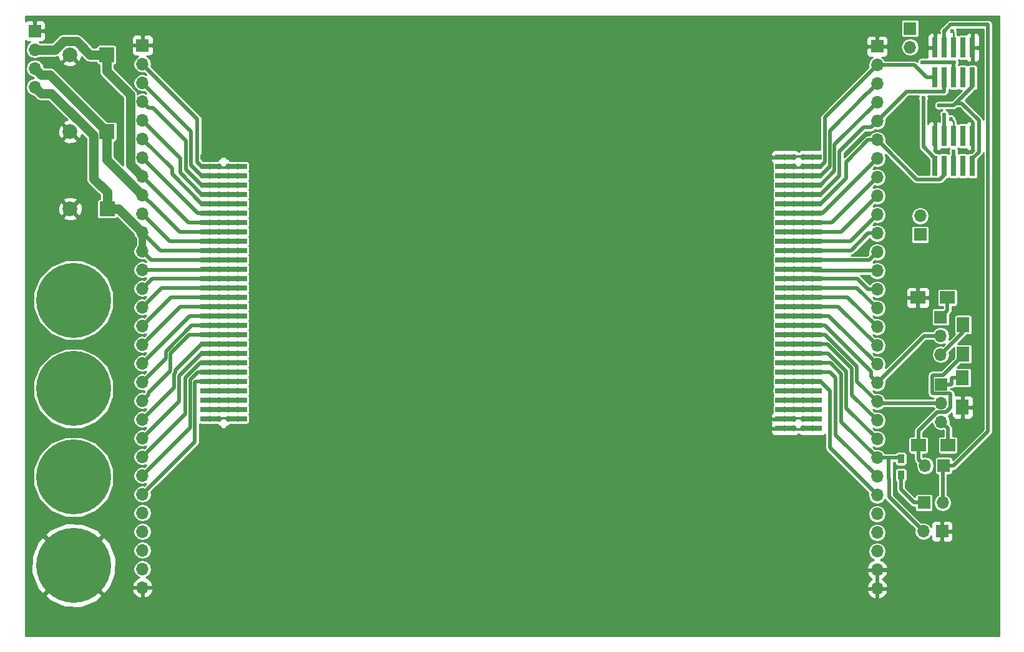
<source format=gbr>
G04 #@! TF.FileFunction,Copper,L1,Top,Signal*
%FSLAX46Y46*%
G04 Gerber Fmt 4.6, Leading zero omitted, Abs format (unit mm)*
G04 Created by KiCad (PCBNEW 4.0.7) date 06/20/18 14:00:10*
%MOMM*%
%LPD*%
G01*
G04 APERTURE LIST*
%ADD10C,0.100000*%
%ADD11C,0.600000*%
%ADD12R,1.700000X1.700000*%
%ADD13O,1.700000X1.700000*%
%ADD14C,0.800000*%
%ADD15R,2.500000X0.700000*%
%ADD16R,2.500000X0.400000*%
%ADD17R,0.740000X2.790000*%
%ADD18R,0.900000X1.200000*%
%ADD19R,2.000000X2.000000*%
%ADD20C,2.000000*%
%ADD21C,10.160000*%
%ADD22R,1.700000X2.000000*%
%ADD23R,2.000000X1.700000*%
%ADD24C,0.254000*%
%ADD25C,0.508000*%
%ADD26C,1.270000*%
%ADD27C,1.016000*%
G04 APERTURE END LIST*
D10*
D11*
X146634500Y-91736500D03*
X146634500Y-89196500D03*
X146634500Y-84116500D03*
X149174500Y-84116500D03*
X149174500Y-81576500D03*
X41224500Y-35856500D03*
X31064500Y-35856500D03*
X28524500Y-65066500D03*
X28524500Y-63796500D03*
X28524500Y-62526500D03*
X28524500Y-61256500D03*
X28524500Y-59986500D03*
X28524500Y-58716500D03*
X31064500Y-56176500D03*
X31064500Y-54906500D03*
X31064500Y-53636500D03*
X156794500Y-44746500D03*
X146634500Y-59986500D03*
X146634500Y-57446500D03*
X151714500Y-57446500D03*
X146634500Y-49826500D03*
X146634500Y-52366500D03*
X156794500Y-59986500D03*
X156794500Y-62526500D03*
X156794500Y-65066500D03*
X156794500Y-67606500D03*
X151714500Y-67606500D03*
X151714500Y-65066500D03*
X151714500Y-62526500D03*
X151714500Y-59986500D03*
X85674500Y-44746500D03*
X80594500Y-44746500D03*
X136474500Y-44746500D03*
X131394500Y-44746500D03*
X126314500Y-44746500D03*
X121234500Y-44746500D03*
X116154500Y-44746500D03*
X111074500Y-44746500D03*
X105994500Y-44746500D03*
X100914500Y-44746500D03*
X90754500Y-44746500D03*
X95834500Y-44746500D03*
X75514500Y-47286500D03*
X72974500Y-49826500D03*
X70434500Y-52366500D03*
X67894500Y-54906500D03*
X65354500Y-57446500D03*
X62814500Y-59986500D03*
X60274500Y-59986500D03*
X65354500Y-65066500D03*
X67894500Y-62526500D03*
X70434500Y-59986500D03*
X72974500Y-57446500D03*
X75514500Y-54906500D03*
X78054500Y-52366500D03*
X80594500Y-49826500D03*
X85674500Y-49826500D03*
X90754500Y-49826500D03*
X95834500Y-49826500D03*
X100914500Y-49826500D03*
X105994500Y-49826500D03*
X111074500Y-49826500D03*
X116154500Y-49826500D03*
X121234500Y-49826500D03*
X126314500Y-49826500D03*
X50114500Y-39666500D03*
X55194500Y-39666500D03*
X60274500Y-39666500D03*
X65354500Y-39666500D03*
X70434500Y-39666500D03*
X75514500Y-39666500D03*
X80594500Y-39666500D03*
X85674500Y-39666500D03*
X90754500Y-39666500D03*
X95834500Y-39666500D03*
X100914500Y-39666500D03*
X105994500Y-39666500D03*
X111074500Y-39666500D03*
X116154500Y-39666500D03*
X121234500Y-39666500D03*
X126314500Y-39666500D03*
X131394500Y-39666500D03*
X136474500Y-39666500D03*
X139014500Y-112523860D03*
X133934500Y-112523860D03*
X128854500Y-112523860D03*
X123774500Y-112523860D03*
X118694500Y-112523860D03*
X113614500Y-112523860D03*
X108534500Y-112523860D03*
X103454500Y-112523860D03*
X98374500Y-112523860D03*
X93294500Y-112523860D03*
X88214500Y-112523860D03*
X83134500Y-112523860D03*
X78054500Y-112523860D03*
X72974500Y-112523860D03*
X67894500Y-112523860D03*
X62814500Y-112523860D03*
X57734500Y-112523860D03*
X52654500Y-112523860D03*
D12*
X143022620Y-38508260D03*
D13*
X143022620Y-41048260D03*
X143022620Y-43588260D03*
X143022620Y-46128260D03*
X143022620Y-48668260D03*
X143022620Y-51208260D03*
X143022620Y-53748260D03*
X143022620Y-56288260D03*
X143022620Y-58828260D03*
X143022620Y-61368260D03*
X143022620Y-63908260D03*
X143022620Y-66448260D03*
X143022620Y-68988260D03*
X143022620Y-71528260D03*
X143022620Y-74068260D03*
X143022620Y-76608260D03*
X143022620Y-79148260D03*
X143022620Y-81688260D03*
X143022620Y-84228260D03*
X143022620Y-86768260D03*
X143022620Y-89308260D03*
X143022620Y-91848260D03*
X143022620Y-94388260D03*
X143022620Y-96928260D03*
X143022620Y-99468260D03*
X143022620Y-102008260D03*
X143022620Y-104548260D03*
X143022620Y-107088260D03*
X143022620Y-109628260D03*
X143022620Y-112168260D03*
D14*
X56278000Y-53555900D03*
X55008000Y-53555900D03*
X53738000Y-53555900D03*
X52468000Y-53555900D03*
X56278000Y-54825900D03*
X53738000Y-54825900D03*
X55008000Y-54825900D03*
X52468000Y-54825900D03*
X56278000Y-56095900D03*
X55008000Y-56095900D03*
X53738000Y-56095900D03*
X52468000Y-56095900D03*
X56278000Y-57365900D03*
X55008000Y-57365900D03*
X53738000Y-57365900D03*
X52468000Y-57365900D03*
X56278000Y-58635900D03*
X55008000Y-58635900D03*
X53738000Y-58635900D03*
X52468000Y-58635900D03*
X56278000Y-59905900D03*
X55008000Y-59905900D03*
X53738000Y-59905900D03*
X52468000Y-59905900D03*
X56278000Y-61175900D03*
X55008000Y-61175900D03*
X53738000Y-61175900D03*
X52468000Y-61175900D03*
X56278000Y-62445900D03*
X55008000Y-62445900D03*
X53738000Y-62445900D03*
X52468000Y-62445900D03*
X56278000Y-63715900D03*
X55008000Y-63715900D03*
X53738000Y-63715900D03*
X52468000Y-63715900D03*
X56278000Y-64985900D03*
X55008000Y-64985900D03*
X53738000Y-64985900D03*
X52468000Y-64985900D03*
X56278000Y-66255900D03*
X55008000Y-66255900D03*
X53738000Y-66255900D03*
X52468000Y-66255900D03*
X56278000Y-67525900D03*
X55008000Y-67525900D03*
X53738000Y-67525900D03*
X52468000Y-67525900D03*
X56278000Y-68795900D03*
X55008000Y-68795900D03*
X53738000Y-68795900D03*
X52468000Y-68795900D03*
X56278000Y-70065900D03*
X55008000Y-70065900D03*
X53738000Y-70065900D03*
X52468000Y-70065900D03*
X56278000Y-71335900D03*
X55008000Y-71335900D03*
X53738000Y-71335900D03*
X52468000Y-71335900D03*
X56278000Y-72605900D03*
X55008000Y-72605900D03*
X53738000Y-72605900D03*
X52468000Y-72605900D03*
X56278000Y-73875900D03*
X55008000Y-73875900D03*
X53738000Y-73875900D03*
X52468000Y-73875900D03*
X56278000Y-75145900D03*
X55008000Y-75145900D03*
X53738000Y-75145900D03*
X52468000Y-75145900D03*
X56278000Y-76415900D03*
X55008000Y-76415900D03*
X53738000Y-76415900D03*
X52468000Y-76415900D03*
X56278000Y-77685900D03*
X55008000Y-77685900D03*
X53738000Y-77685900D03*
X52468000Y-77685900D03*
X56278000Y-78955900D03*
X55008000Y-78955900D03*
X53738000Y-78955900D03*
X52468000Y-78955900D03*
X56278000Y-80225900D03*
X55008000Y-80225900D03*
X53738000Y-80225900D03*
X52468000Y-80225900D03*
X56278000Y-81495900D03*
X55008000Y-81495900D03*
X53738000Y-81495900D03*
X52468000Y-81495900D03*
X56278000Y-82765900D03*
X55008000Y-82765900D03*
X52468000Y-82765900D03*
X53738000Y-82765900D03*
X56278000Y-84035900D03*
X55008000Y-84035900D03*
X53738000Y-84035900D03*
X52468000Y-84035900D03*
X56278000Y-85305900D03*
X55008000Y-85305900D03*
X53738000Y-85305900D03*
X52468000Y-85305900D03*
X56278000Y-86575900D03*
X55008000Y-86575900D03*
X53738000Y-86575900D03*
X52468000Y-86575900D03*
X56278000Y-87845900D03*
X55008000Y-87845900D03*
X53738000Y-87845900D03*
X52468000Y-87845900D03*
X56278000Y-89115900D03*
X55008000Y-89115900D03*
X53738000Y-89115900D03*
X52468000Y-89115900D03*
X56278000Y-90385900D03*
X55008000Y-90385900D03*
X53738000Y-90385900D03*
X52468000Y-90385900D03*
D15*
X56278000Y-53555900D03*
X56278000Y-54825900D03*
X56278000Y-56095900D03*
X56278000Y-57365900D03*
X56278000Y-58635900D03*
X56278000Y-59905900D03*
X56278000Y-61175900D03*
X56278000Y-62445900D03*
X56278000Y-63715900D03*
X56278000Y-64985900D03*
X56278000Y-66255900D03*
X56278000Y-67525900D03*
X56278000Y-68795900D03*
X56278000Y-70065900D03*
X56278000Y-71335900D03*
X56278000Y-72605900D03*
X56278000Y-73875900D03*
X56278000Y-75145900D03*
X56278000Y-76415900D03*
X56278000Y-77685900D03*
X56278000Y-78955900D03*
X56278000Y-80225900D03*
X56278000Y-81495900D03*
X56278000Y-82765900D03*
X56278000Y-84035900D03*
X56278000Y-85305900D03*
X56278000Y-86575900D03*
X56278000Y-87845900D03*
X56278000Y-89115900D03*
X56278000Y-90385900D03*
X52468000Y-53555900D03*
X52468000Y-54825900D03*
X52468000Y-56095900D03*
X52468000Y-57365900D03*
X52468000Y-58635900D03*
X52468000Y-59905900D03*
X52468000Y-61175900D03*
X52468000Y-62445900D03*
X52468000Y-63715900D03*
X52468000Y-64985900D03*
X52468000Y-66255900D03*
X52468000Y-67525900D03*
X52468000Y-68795900D03*
X52468000Y-70065900D03*
X52468000Y-71335900D03*
X52468000Y-72605900D03*
X52468000Y-73875900D03*
X52468000Y-75145900D03*
X52468000Y-76415900D03*
X52468000Y-77685900D03*
X52468000Y-78955900D03*
X52468000Y-80225900D03*
X52468000Y-81495900D03*
X52468000Y-82765900D03*
X52468000Y-84035900D03*
X52468000Y-85305900D03*
X52468000Y-86575900D03*
X52468000Y-87845900D03*
X52468000Y-89115900D03*
X52468000Y-90385900D03*
X54373000Y-56095900D03*
X54373000Y-57365900D03*
X54373000Y-58635900D03*
X54373000Y-59905900D03*
X54373000Y-61175900D03*
X54373000Y-62445900D03*
X54373000Y-63715900D03*
X54373000Y-64985900D03*
X54373000Y-66255900D03*
X54373000Y-67525900D03*
X54373000Y-68795900D03*
X54373000Y-70065900D03*
X54373000Y-71335900D03*
X54373000Y-72605900D03*
X54373000Y-73875900D03*
X54373000Y-75145900D03*
X54373000Y-76415900D03*
X54373000Y-77685900D03*
X54373000Y-78955900D03*
X54373000Y-80225900D03*
X54373000Y-81495900D03*
X54373000Y-82765900D03*
X54373000Y-84035900D03*
X54373000Y-85305900D03*
X54373000Y-86575900D03*
X54373000Y-87845900D03*
D16*
X54373000Y-53428900D03*
X54246000Y-90512900D03*
X54246000Y-88988900D03*
X54246000Y-54952900D03*
D14*
X134278000Y-53555900D03*
X133008000Y-53555900D03*
X131738000Y-53555900D03*
X130468000Y-53555900D03*
X134278000Y-54825900D03*
X131738000Y-54825900D03*
X133008000Y-54825900D03*
X130468000Y-54825900D03*
X134278000Y-56095900D03*
X133008000Y-56095900D03*
X131738000Y-56095900D03*
X130468000Y-56095900D03*
X134278000Y-57365900D03*
X133008000Y-57365900D03*
X131738000Y-57365900D03*
X130468000Y-57365900D03*
X134278000Y-58635900D03*
X133008000Y-58635900D03*
X131738000Y-58635900D03*
X130468000Y-58635900D03*
X134278000Y-59905900D03*
X133008000Y-59905900D03*
X131738000Y-59905900D03*
X130468000Y-59905900D03*
X134278000Y-61175900D03*
X133008000Y-61175900D03*
X131738000Y-61175900D03*
X130468000Y-61175900D03*
X134278000Y-62445900D03*
X133008000Y-62445900D03*
X131738000Y-62445900D03*
X130468000Y-62445900D03*
X134278000Y-63715900D03*
X133008000Y-63715900D03*
X131738000Y-63715900D03*
X130468000Y-63715900D03*
X134278000Y-64985900D03*
X133008000Y-64985900D03*
X131738000Y-64985900D03*
X130468000Y-64985900D03*
X134278000Y-66255900D03*
X133008000Y-66255900D03*
X131738000Y-66255900D03*
X130468000Y-66255900D03*
X134278000Y-67525900D03*
X133008000Y-67525900D03*
X131738000Y-67525900D03*
X130468000Y-67525900D03*
X134278000Y-68795900D03*
X133008000Y-68795900D03*
X131738000Y-68795900D03*
X130468000Y-68795900D03*
X134278000Y-70065900D03*
X133008000Y-70065900D03*
X131738000Y-70065900D03*
X130468000Y-70065900D03*
X134278000Y-71335900D03*
X133008000Y-71335900D03*
X131738000Y-71335900D03*
X130468000Y-71335900D03*
X134278000Y-72605900D03*
X133008000Y-72605900D03*
X131738000Y-72605900D03*
X130468000Y-72605900D03*
X134278000Y-73875900D03*
X133008000Y-73875900D03*
X131738000Y-73875900D03*
X130468000Y-73875900D03*
X134278000Y-75145900D03*
X133008000Y-75145900D03*
X131738000Y-75145900D03*
X130468000Y-75145900D03*
X134278000Y-76415900D03*
X133008000Y-76415900D03*
X131738000Y-76415900D03*
X130468000Y-76415900D03*
X134278000Y-77685900D03*
X133008000Y-77685900D03*
X131738000Y-77685900D03*
X130468000Y-77685900D03*
X134278000Y-78955900D03*
X133008000Y-78955900D03*
X131738000Y-78955900D03*
X130468000Y-78955900D03*
X134278000Y-80225900D03*
X133008000Y-80225900D03*
X131738000Y-80225900D03*
X130468000Y-80225900D03*
X134278000Y-81495900D03*
X133008000Y-81495900D03*
X131738000Y-81495900D03*
X130468000Y-81495900D03*
X134278000Y-82765900D03*
X133008000Y-82765900D03*
X130468000Y-82765900D03*
X131738000Y-82765900D03*
X134278000Y-84035900D03*
X133008000Y-84035900D03*
X131738000Y-84035900D03*
X130468000Y-84035900D03*
X134278000Y-85305900D03*
X133008000Y-85305900D03*
X131738000Y-85305900D03*
X130468000Y-85305900D03*
X134278000Y-86575900D03*
X133008000Y-86575900D03*
X131738000Y-86575900D03*
X130468000Y-86575900D03*
X134278000Y-87845900D03*
X133008000Y-87845900D03*
X131738000Y-87845900D03*
X130468000Y-87845900D03*
X134278000Y-89115900D03*
X133008000Y-89115900D03*
X131738000Y-89115900D03*
X130468000Y-89115900D03*
X134278000Y-90385900D03*
X133008000Y-90385900D03*
X131738000Y-90385900D03*
X130468000Y-90385900D03*
D15*
X134278000Y-53555900D03*
X134278000Y-54825900D03*
X134278000Y-56095900D03*
X134278000Y-57365900D03*
X134278000Y-58635900D03*
X134278000Y-59905900D03*
X134278000Y-61175900D03*
X134278000Y-62445900D03*
X134278000Y-63715900D03*
X134278000Y-64985900D03*
X134278000Y-66255900D03*
X134278000Y-67525900D03*
X134278000Y-68795900D03*
X134278000Y-70065900D03*
X134278000Y-71335900D03*
X134278000Y-72605900D03*
X134278000Y-73875900D03*
X134278000Y-75145900D03*
X134278000Y-76415900D03*
X134278000Y-77685900D03*
X134278000Y-78955900D03*
X134278000Y-80225900D03*
X134278000Y-81495900D03*
X134278000Y-82765900D03*
X134278000Y-84035900D03*
X134278000Y-85305900D03*
X134278000Y-86575900D03*
X134278000Y-87845900D03*
X134278000Y-89115900D03*
X134278000Y-90385900D03*
X130468000Y-53555900D03*
X130468000Y-54825900D03*
X130468000Y-56095900D03*
X130468000Y-57365900D03*
X130468000Y-58635900D03*
X130468000Y-59905900D03*
X130468000Y-61175900D03*
X130468000Y-62445900D03*
X130468000Y-63715900D03*
X130468000Y-64985900D03*
X130468000Y-66255900D03*
X130468000Y-67525900D03*
X130468000Y-68795900D03*
X130468000Y-70065900D03*
X130468000Y-71335900D03*
X130468000Y-72605900D03*
X130468000Y-73875900D03*
X130468000Y-75145900D03*
X130468000Y-76415900D03*
X130468000Y-77685900D03*
X130468000Y-78955900D03*
X130468000Y-80225900D03*
X130468000Y-81495900D03*
X130468000Y-82765900D03*
X130468000Y-84035900D03*
X130468000Y-85305900D03*
X130468000Y-86575900D03*
X130468000Y-87845900D03*
X130468000Y-89115900D03*
X130468000Y-90385900D03*
X132373000Y-56095900D03*
X132373000Y-57365900D03*
X132373000Y-58635900D03*
X132373000Y-59905900D03*
X132373000Y-61175900D03*
X132373000Y-62445900D03*
X132373000Y-63715900D03*
X132373000Y-64985900D03*
X132373000Y-66255900D03*
X132373000Y-67525900D03*
X132373000Y-68795900D03*
X132373000Y-70065900D03*
X132373000Y-71335900D03*
X132373000Y-72605900D03*
X132373000Y-73875900D03*
X132373000Y-75145900D03*
X132373000Y-76415900D03*
X132373000Y-77685900D03*
X132373000Y-78955900D03*
X132373000Y-80225900D03*
X132373000Y-81495900D03*
X132373000Y-82765900D03*
X132373000Y-84035900D03*
X132373000Y-85305900D03*
X132373000Y-86575900D03*
X132373000Y-87845900D03*
D16*
X132373000Y-53428900D03*
X132246000Y-90512900D03*
X132246000Y-88988900D03*
X132246000Y-54952900D03*
D12*
X43335240Y-38388880D03*
D13*
X43335240Y-40928880D03*
X43335240Y-43468880D03*
X43335240Y-46008880D03*
X43335240Y-48548880D03*
X43335240Y-51088880D03*
X43335240Y-53628880D03*
X43335240Y-56168880D03*
X43335240Y-58708880D03*
X43335240Y-61248880D03*
X43335240Y-63788880D03*
X43335240Y-66328880D03*
X43335240Y-68868880D03*
X43335240Y-71408880D03*
X43335240Y-73948880D03*
X43335240Y-76488880D03*
X43335240Y-79028880D03*
X43335240Y-81568880D03*
X43335240Y-84108880D03*
X43335240Y-86648880D03*
X43335240Y-89188880D03*
X43335240Y-91728880D03*
X43335240Y-94268880D03*
X43335240Y-96808880D03*
X43335240Y-99348880D03*
X43335240Y-101888880D03*
X43335240Y-104428880D03*
X43335240Y-106968880D03*
X43335240Y-109508880D03*
X43335240Y-112048880D03*
D12*
X149392940Y-100496960D03*
D13*
X151932940Y-100496960D03*
D12*
X151851660Y-104388240D03*
D13*
X149311660Y-104388240D03*
D12*
X151643380Y-75295080D03*
D13*
X151643380Y-77835080D03*
X151643380Y-80375080D03*
D12*
X151734820Y-84416220D03*
D13*
X151734820Y-86956220D03*
X151734820Y-89496220D03*
D12*
X152059940Y-95470300D03*
D13*
X149519940Y-95470300D03*
D17*
X150866140Y-42742440D03*
X150866140Y-38678440D03*
X152136140Y-42742440D03*
X152136140Y-38678440D03*
X153406140Y-42742440D03*
X153406140Y-38678440D03*
X154676140Y-42742440D03*
X154676140Y-38678440D03*
X155946140Y-42742440D03*
X155946140Y-38678440D03*
X150866140Y-54759180D03*
X150866140Y-50695180D03*
X152136140Y-54759180D03*
X152136140Y-50695180D03*
X153406140Y-54759180D03*
X153406140Y-50695180D03*
X154676140Y-54759180D03*
X154676140Y-50695180D03*
X155946140Y-54759180D03*
X155946140Y-50695180D03*
D18*
X146245880Y-96743200D03*
X146245880Y-94543200D03*
D19*
X38544500Y-60586500D03*
D20*
X33544500Y-60586500D03*
D19*
X38534500Y-50096500D03*
D20*
X33534500Y-50096500D03*
D19*
X38474500Y-39636500D03*
D20*
X33474500Y-39636500D03*
D12*
X28744500Y-36426500D03*
D13*
X28744500Y-38966500D03*
X28744500Y-41506500D03*
X28744500Y-44046500D03*
D12*
X147489500Y-36076500D03*
D13*
X147489500Y-38616500D03*
D12*
X148864500Y-64081500D03*
D13*
X148864500Y-61541500D03*
D21*
X34000000Y-85000000D03*
X34000000Y-73000000D03*
X34000000Y-109000000D03*
X34000000Y-97000000D03*
D22*
X154691380Y-80306500D03*
X154691380Y-76306500D03*
D23*
X148553540Y-72628080D03*
X152553540Y-72628080D03*
X148629740Y-92683920D03*
X152629740Y-92683920D03*
D22*
X154615180Y-87526020D03*
X154615180Y-83526020D03*
D11*
X155589500Y-48391500D03*
X150864500Y-48316500D03*
X149479300Y-42483360D03*
X149286260Y-45523740D03*
X153462310Y-40685040D03*
X153411220Y-52780520D03*
X149174500Y-40685040D03*
X151457670Y-46523908D03*
X152164080Y-36374660D03*
X152136140Y-47786880D03*
X153214500Y-36491500D03*
X153014500Y-48366500D03*
D24*
X155946140Y-48748140D02*
X155589500Y-48391500D01*
X155946140Y-50695180D02*
X155946140Y-48748140D01*
X150866140Y-50695180D02*
X150866140Y-48318140D01*
X150866140Y-48318140D02*
X150864500Y-48316500D01*
D25*
X151851660Y-104388240D02*
X151851660Y-105746240D01*
X144224701Y-109628260D02*
X143022620Y-109628260D01*
X151851660Y-105746240D02*
X147969640Y-109628260D01*
X147969640Y-109628260D02*
X144224701Y-109628260D01*
D24*
X155344581Y-87557973D02*
X154535735Y-88366819D01*
D25*
X43335240Y-61248880D02*
X47072260Y-64985900D01*
X47072260Y-64985900D02*
X52468000Y-64985900D01*
X43335240Y-68868880D02*
X52395020Y-68868880D01*
X52395020Y-68868880D02*
X52468000Y-68795900D01*
X43335240Y-40928880D02*
X50811599Y-48405239D01*
X50811599Y-48405239D02*
X50811599Y-54231021D01*
X51406478Y-54825900D02*
X51902315Y-54825900D01*
X50811599Y-54231021D02*
X51406478Y-54825900D01*
X51902315Y-54825900D02*
X52468000Y-54825900D01*
X51406478Y-56095900D02*
X51902315Y-56095900D01*
X49941791Y-54631213D02*
X51406478Y-56095900D01*
X49941791Y-50075431D02*
X49941791Y-54631213D01*
X43335240Y-43468880D02*
X49941791Y-50075431D01*
X51902315Y-56095900D02*
X52468000Y-56095900D01*
X49281380Y-51353040D02*
X49281380Y-55240802D01*
X49281380Y-55240802D02*
X51406478Y-57365900D01*
X51406478Y-57365900D02*
X51902315Y-57365900D01*
X51902315Y-57365900D02*
X52468000Y-57365900D01*
X44787219Y-46858879D02*
X49281380Y-51353040D01*
X43335240Y-46008880D02*
X44185239Y-46858879D01*
X44185239Y-46858879D02*
X44787219Y-46858879D01*
X48483820Y-53697460D02*
X48483820Y-55713242D01*
X48483820Y-55713242D02*
X51406478Y-58635900D01*
X51406478Y-58635900D02*
X51902315Y-58635900D01*
X51902315Y-58635900D02*
X52468000Y-58635900D01*
X43335240Y-48548880D02*
X48483820Y-53697460D01*
X47345900Y-55845322D02*
X47345900Y-55099540D01*
X47345900Y-55099540D02*
X43335240Y-51088880D01*
X52468000Y-59905900D02*
X51406478Y-59905900D01*
X51406478Y-59905900D02*
X47345900Y-55845322D01*
X43335240Y-53628880D02*
X50882260Y-61175900D01*
X50882260Y-61175900D02*
X52468000Y-61175900D01*
X43335240Y-71408880D02*
X44678220Y-70065900D01*
X44678220Y-70065900D02*
X52468000Y-70065900D01*
X43335240Y-73948880D02*
X45948220Y-71335900D01*
X45948220Y-71335900D02*
X52468000Y-71335900D01*
X43335240Y-76488880D02*
X47218220Y-72605900D01*
X47218220Y-72605900D02*
X52468000Y-72605900D01*
X43335240Y-79028880D02*
X48488220Y-73875900D01*
X48488220Y-73875900D02*
X52468000Y-73875900D01*
X51607340Y-75145900D02*
X52468000Y-75145900D01*
X43335240Y-81568880D02*
X49758220Y-75145900D01*
X49758220Y-75145900D02*
X51607340Y-75145900D01*
X51902315Y-76415900D02*
X52468000Y-76415900D01*
X50021356Y-76415900D02*
X51902315Y-76415900D01*
X46500059Y-79937197D02*
X50021356Y-76415900D01*
X43335240Y-84108880D02*
X46500058Y-80944062D01*
X46500058Y-80944062D02*
X46500059Y-79937197D01*
X51902315Y-77685900D02*
X52468000Y-77685900D01*
X49685318Y-77685900D02*
X51902315Y-77685900D01*
X47160469Y-80210749D02*
X49685318Y-77685900D01*
X47160469Y-82568627D02*
X47160469Y-80210749D01*
X44185239Y-85543857D02*
X47160469Y-82568627D01*
X44185239Y-85798881D02*
X44185239Y-85543857D01*
X43335240Y-86648880D02*
X44185239Y-85798881D01*
X50848638Y-82765900D02*
X51902315Y-82765900D01*
X49804609Y-83809929D02*
X50848638Y-82765900D01*
X49804609Y-90339511D02*
X49804609Y-83809929D01*
X43335240Y-96808880D02*
X49804609Y-90339511D01*
X51902315Y-82765900D02*
X52468000Y-82765900D01*
X50465020Y-84083480D02*
X50512600Y-84035900D01*
X50512600Y-84035900D02*
X52468000Y-84035900D01*
X50465020Y-92219100D02*
X50465020Y-84083480D01*
X43335240Y-99348880D02*
X50465020Y-92219100D01*
X149738380Y-42742440D02*
X149479300Y-42483360D01*
X149479300Y-42483360D02*
X148044200Y-41048260D01*
X150866140Y-54759180D02*
X150866140Y-53734180D01*
X150866140Y-53734180D02*
X149286260Y-52154300D01*
X149286260Y-52154300D02*
X149286260Y-45523740D01*
X148044200Y-41048260D02*
X143022620Y-41048260D01*
X150866140Y-42742440D02*
X149738380Y-42742440D01*
X135934401Y-54231021D02*
X135934401Y-48136479D01*
X135934401Y-48136479D02*
X142172621Y-41898259D01*
X134278000Y-54825900D02*
X135339522Y-54825900D01*
X142172621Y-41898259D02*
X143022620Y-41048260D01*
X135339522Y-54825900D02*
X135934401Y-54231021D01*
X153406140Y-40741210D02*
X153462310Y-40685040D01*
X149174500Y-40685040D02*
X153462310Y-40685040D01*
X153406140Y-42742440D02*
X153406140Y-40741210D01*
X153406140Y-54759180D02*
X153406140Y-52785600D01*
X153406140Y-52785600D02*
X153411220Y-52780520D01*
X141712879Y-44844661D02*
X136594812Y-49962728D01*
X136594812Y-49962728D02*
X136594812Y-54840610D01*
X136594812Y-54840610D02*
X135339522Y-56095900D01*
X135339522Y-56095900D02*
X134843685Y-56095900D01*
X134843685Y-56095900D02*
X134278000Y-56095900D01*
X143022620Y-43588260D02*
X141766219Y-44844661D01*
X141766219Y-44844661D02*
X141712879Y-44844661D01*
X154516516Y-46273040D02*
X153642062Y-46273040D01*
X156824140Y-48580664D02*
X154516516Y-46273040D01*
X156824140Y-52856180D02*
X156824140Y-48580664D01*
X155946140Y-54759180D02*
X155946140Y-53734180D01*
X155946140Y-53734180D02*
X156824140Y-52856180D01*
X151881934Y-46523908D02*
X151457670Y-46523908D01*
X153642062Y-46273040D02*
X153391194Y-46523908D01*
X153391194Y-46523908D02*
X151881934Y-46523908D01*
X155946140Y-42742440D02*
X155946140Y-43968962D01*
X155946140Y-43968962D02*
X153642062Y-46273040D01*
X134843685Y-57365900D02*
X134278000Y-57365900D01*
X135339522Y-57365900D02*
X134843685Y-57365900D01*
X137255222Y-55450200D02*
X135339522Y-57365900D01*
X143022620Y-46128260D02*
X137255222Y-51895658D01*
X137255222Y-51895658D02*
X137255222Y-55450200D01*
X143022620Y-53748260D02*
X135594980Y-61175900D01*
X135594980Y-61175900D02*
X134278000Y-61175900D01*
X143022620Y-56288260D02*
X136864980Y-62445900D01*
X136864980Y-62445900D02*
X134278000Y-62445900D01*
X143022620Y-58828260D02*
X138134980Y-63715900D01*
X138134980Y-63715900D02*
X134278000Y-63715900D01*
X143022620Y-61368260D02*
X139404980Y-64985900D01*
X139404980Y-64985900D02*
X134278000Y-64985900D01*
X143022620Y-63908260D02*
X141820539Y-63908260D01*
X141820539Y-63908260D02*
X139472899Y-66255900D01*
X139472899Y-66255900D02*
X134843685Y-66255900D01*
X134843685Y-66255900D02*
X134278000Y-66255900D01*
X143022620Y-71528260D02*
X141820539Y-71528260D01*
X141820539Y-71528260D02*
X140358179Y-70065900D01*
X140358179Y-70065900D02*
X134843685Y-70065900D01*
X134843685Y-70065900D02*
X134278000Y-70065900D01*
X143022620Y-74068260D02*
X140290260Y-71335900D01*
X140290260Y-71335900D02*
X134278000Y-71335900D01*
X151734820Y-86956220D02*
X143210580Y-86956220D01*
X143210580Y-86956220D02*
X143022620Y-86768260D01*
X134843685Y-77685900D02*
X134278000Y-77685900D01*
X135981662Y-77685900D02*
X134843685Y-77685900D01*
X140271811Y-81976049D02*
X135981662Y-77685900D01*
X140271811Y-84017451D02*
X140271811Y-81976049D01*
X143022620Y-86768260D02*
X140271811Y-84017451D01*
X139611400Y-82295320D02*
X136271980Y-78955900D01*
X136271980Y-78955900D02*
X134278000Y-78955900D01*
X139611400Y-85897040D02*
X139611400Y-82295320D01*
X143022620Y-89308260D02*
X139611400Y-85897040D01*
X134843685Y-80225900D02*
X134278000Y-80225900D01*
X138834170Y-87659810D02*
X138834170Y-82712648D01*
X136347422Y-80225900D02*
X134843685Y-80225900D01*
X143022620Y-91848260D02*
X138834170Y-87659810D01*
X138834170Y-82712648D02*
X136347422Y-80225900D01*
X137371120Y-83489120D02*
X136647900Y-82765900D01*
X136647900Y-82765900D02*
X134278000Y-82765900D01*
X137371120Y-91276760D02*
X137371120Y-83489120D01*
X143022620Y-96928260D02*
X137371120Y-91276760D01*
X136601500Y-93047140D02*
X136601500Y-85297878D01*
X136601500Y-85297878D02*
X135339522Y-84035900D01*
X135339522Y-84035900D02*
X134843685Y-84035900D01*
X134843685Y-84035900D02*
X134278000Y-84035900D01*
X143022620Y-99468260D02*
X136601500Y-93047140D01*
X129406478Y-85305900D02*
X129902315Y-85305900D01*
X129902315Y-85305900D02*
X130468000Y-85305900D01*
X152164080Y-36374660D02*
X152989580Y-35549160D01*
X152989580Y-35549160D02*
X158074660Y-35549160D01*
X158074660Y-35549160D02*
X158074660Y-90813580D01*
X158074660Y-90813580D02*
X153417940Y-95470300D01*
X153417940Y-95470300D02*
X152059940Y-95470300D01*
D26*
X38474500Y-39636500D02*
X38474500Y-41906500D01*
X38474500Y-41906500D02*
X41697839Y-45129839D01*
X41697839Y-45129839D02*
X41697839Y-54531479D01*
X41697839Y-54531479D02*
X42485241Y-55318881D01*
X42485241Y-55318881D02*
X43335240Y-56168880D01*
X28744500Y-38966500D02*
X31499146Y-38966500D01*
X32616547Y-37849099D02*
X34417099Y-37849099D01*
X31499146Y-38966500D02*
X32616547Y-37849099D01*
X34417099Y-37849099D02*
X36204500Y-39636500D01*
X36204500Y-39636500D02*
X38474500Y-39636500D01*
D25*
X151932940Y-100496960D02*
X151932940Y-95597300D01*
X151932940Y-95597300D02*
X152059940Y-95470300D01*
X152136140Y-38678440D02*
X152136140Y-36402600D01*
X152136140Y-36402600D02*
X152164080Y-36374660D01*
X152136140Y-50695180D02*
X152136140Y-47786880D01*
X52468000Y-62445900D02*
X49612260Y-62445900D01*
X49612260Y-62445900D02*
X43335240Y-56168880D01*
D26*
X30794499Y-42356499D02*
X38534500Y-50096500D01*
X29594499Y-42356499D02*
X30794499Y-42356499D01*
X28744500Y-41506500D02*
X29594499Y-42356499D01*
X38534500Y-50096500D02*
X38534500Y-53908140D01*
X38534500Y-53908140D02*
X43335240Y-58708880D01*
D25*
X44279219Y-59558879D02*
X48436240Y-63715900D01*
X48436240Y-63715900D02*
X52468000Y-63715900D01*
X43335240Y-58708880D02*
X44185239Y-59558879D01*
X44185239Y-59558879D02*
X44279219Y-59558879D01*
D26*
X38544500Y-60586500D02*
X40132860Y-60586500D01*
X40132860Y-60586500D02*
X43335240Y-63788880D01*
X36704500Y-50621146D02*
X36704500Y-56476500D01*
X36704500Y-56476500D02*
X38544500Y-58316500D01*
X38544500Y-58316500D02*
X38544500Y-60586500D01*
X28744500Y-44046500D02*
X29594499Y-44896499D01*
X29594499Y-44896499D02*
X30979853Y-44896499D01*
X30979853Y-44896499D02*
X36704500Y-50621146D01*
D27*
X43335240Y-66328880D02*
X43335240Y-63788880D01*
D25*
X43335240Y-63788880D02*
X45802260Y-66255900D01*
X45802260Y-66255900D02*
X52468000Y-66255900D01*
X43335240Y-66328880D02*
X44532260Y-67525900D01*
X44532260Y-67525900D02*
X52468000Y-67525900D01*
X51902315Y-78955900D02*
X52468000Y-78955900D01*
X51406478Y-78955900D02*
X51902315Y-78955900D01*
X47820880Y-82541498D02*
X51406478Y-78955900D01*
X47670998Y-82992060D02*
X47820880Y-82842178D01*
X47670998Y-84853122D02*
X47670998Y-82992060D01*
X43335240Y-89188880D02*
X47670998Y-84853122D01*
X47820880Y-82842178D02*
X47820880Y-82541498D01*
X48331409Y-86732711D02*
X48331409Y-83265611D01*
X51371120Y-80225900D02*
X51902315Y-80225900D01*
X48331409Y-83265611D02*
X51371120Y-80225900D01*
X51902315Y-80225900D02*
X52468000Y-80225900D01*
X43335240Y-91728880D02*
X48331409Y-86732711D01*
X51902315Y-81495900D02*
X52468000Y-81495900D01*
X51184676Y-81495900D02*
X51902315Y-81495900D01*
X43335240Y-94268880D02*
X49144198Y-88459922D01*
X49144198Y-88459922D02*
X49144199Y-83536377D01*
X49144199Y-83536377D02*
X51184676Y-81495900D01*
X147045440Y-44645440D02*
X143022620Y-48668260D01*
X152136140Y-44645440D02*
X147045440Y-44645440D01*
X152136140Y-42742440D02*
X152136140Y-44645440D01*
X135339522Y-58635900D02*
X134843685Y-58635900D01*
X137915633Y-52766867D02*
X137915633Y-56059789D01*
X141164241Y-49518259D02*
X137915633Y-52766867D01*
X137915633Y-56059789D02*
X135339522Y-58635900D01*
X134843685Y-58635900D02*
X134278000Y-58635900D01*
X143022620Y-48668260D02*
X142172621Y-49518259D01*
X142172621Y-49518259D02*
X141164241Y-49518259D01*
X152136140Y-54759180D02*
X152136140Y-55985702D01*
X152136140Y-55985702D02*
X151561261Y-56560581D01*
X151561261Y-56560581D02*
X148374941Y-56560581D01*
X148374941Y-56560581D02*
X143872619Y-52058259D01*
X143872619Y-52058259D02*
X143022620Y-51208260D01*
X138824000Y-54204799D02*
X138824000Y-56421422D01*
X138824000Y-56421422D02*
X135339522Y-59905900D01*
X135339522Y-59905900D02*
X134843685Y-59905900D01*
X134843685Y-59905900D02*
X134278000Y-59905900D01*
X143022620Y-51208260D02*
X141820539Y-51208260D01*
X141820539Y-51208260D02*
X138824000Y-54204799D01*
X143022620Y-66448260D02*
X141944980Y-67525900D01*
X141944980Y-67525900D02*
X134278000Y-67525900D01*
X143022620Y-68988260D02*
X134470360Y-68988260D01*
X134470360Y-68988260D02*
X134278000Y-68795900D01*
X143022620Y-76608260D02*
X139020260Y-72605900D01*
X139020260Y-72605900D02*
X134278000Y-72605900D01*
X143022620Y-79148260D02*
X137750260Y-73875900D01*
X137750260Y-73875900D02*
X134278000Y-73875900D01*
X143022620Y-81688260D02*
X136480260Y-75145900D01*
X136480260Y-75145900D02*
X134278000Y-75145900D01*
X151643380Y-77835080D02*
X149415800Y-77835080D01*
X149415800Y-77835080D02*
X143022620Y-84228260D01*
X134843685Y-76415900D02*
X134278000Y-76415900D01*
X135915622Y-76415900D02*
X134843685Y-76415900D01*
X142172621Y-82672899D02*
X135915622Y-76415900D01*
X142172621Y-83378261D02*
X142172621Y-82672899D01*
X143022620Y-84228260D02*
X142172621Y-83378261D01*
X143022620Y-94388260D02*
X144615200Y-94388260D01*
X144615200Y-94388260D02*
X146090940Y-94388260D01*
X144648220Y-97250840D02*
X144615200Y-97217820D01*
X144615200Y-97217820D02*
X144615200Y-94388260D01*
X149311660Y-104388240D02*
X144648220Y-99724800D01*
X144648220Y-99724800D02*
X144648220Y-97250840D01*
X146090940Y-94388260D02*
X146245880Y-94543200D01*
X138173760Y-82986200D02*
X136683460Y-81495900D01*
X136683460Y-81495900D02*
X134278000Y-81495900D01*
X138173760Y-89539400D02*
X138173760Y-82986200D01*
X143022620Y-94388260D02*
X138173760Y-89539400D01*
X149392940Y-100496960D02*
X148034940Y-100496960D01*
X148034940Y-100496960D02*
X146245880Y-98707900D01*
X146245880Y-97851200D02*
X146245880Y-96743200D01*
X146245880Y-98707900D02*
X146245880Y-97851200D01*
X152553540Y-72628080D02*
X152553540Y-74384920D01*
X152553540Y-74384920D02*
X151643380Y-75295080D01*
X151643380Y-80375080D02*
X154691380Y-77327080D01*
X154691380Y-77327080D02*
X154691380Y-76306500D01*
X153114500Y-83668700D02*
X153114500Y-84394540D01*
X153114500Y-84394540D02*
X153092820Y-84416220D01*
X153092820Y-84416220D02*
X151734820Y-84416220D01*
X153257180Y-83526020D02*
X153114500Y-83668700D01*
X154615180Y-83526020D02*
X153257180Y-83526020D01*
X152629740Y-92683920D02*
X152629740Y-90391140D01*
X152629740Y-90391140D02*
X151734820Y-89496220D01*
X148629740Y-91325920D02*
X148629740Y-92683920D01*
X148629740Y-90741826D02*
X148629740Y-91325920D01*
X152991221Y-85753901D02*
X152991221Y-87559293D01*
X151158945Y-88212621D02*
X148629740Y-90741826D01*
X152337893Y-88212621D02*
X151158945Y-88212621D01*
X152909941Y-85672621D02*
X152991221Y-85753901D01*
X150559699Y-85672621D02*
X152909941Y-85672621D01*
X150478419Y-85591341D02*
X150559699Y-85672621D01*
X154691380Y-80456500D02*
X151988061Y-83159819D01*
X150478419Y-83241099D02*
X150478419Y-85591341D01*
X150559699Y-83159819D02*
X150478419Y-83241099D01*
X151988061Y-83159819D02*
X150559699Y-83159819D01*
X152991221Y-87559293D02*
X152337893Y-88212621D01*
X154691380Y-80306500D02*
X154691380Y-80456500D01*
X148629740Y-92683920D02*
X148629740Y-94580100D01*
X148629740Y-94580100D02*
X149519940Y-95470300D01*
X149529740Y-95460500D02*
X149519940Y-95470300D01*
D24*
X153406140Y-38678440D02*
X153406140Y-36683140D01*
X153406140Y-36683140D02*
X153214500Y-36491500D01*
X153406140Y-50695180D02*
X153406140Y-48758140D01*
X153406140Y-48758140D02*
X153014500Y-48366500D01*
G36*
X159544021Y-118544000D02*
X27456521Y-118544000D01*
X27456777Y-113096828D01*
X30082777Y-113096828D01*
X30678556Y-113787641D01*
X32763537Y-114694265D01*
X35036758Y-114733989D01*
X37152142Y-113900765D01*
X37321444Y-113787641D01*
X37917223Y-113096828D01*
X34000000Y-109179605D01*
X30082777Y-113096828D01*
X27456777Y-113096828D01*
X27456921Y-110036758D01*
X28266011Y-110036758D01*
X29099235Y-112152142D01*
X29212359Y-112321444D01*
X29903172Y-112917223D01*
X33820395Y-109000000D01*
X34179605Y-109000000D01*
X38096828Y-112917223D01*
X38689863Y-112405770D01*
X41893764Y-112405770D01*
X42063595Y-112815804D01*
X42453882Y-113244063D01*
X42978348Y-113490366D01*
X43208240Y-113369699D01*
X43208240Y-112175880D01*
X43462240Y-112175880D01*
X43462240Y-113369699D01*
X43692132Y-113490366D01*
X44216598Y-113244063D01*
X44606885Y-112815804D01*
X44727270Y-112525150D01*
X141581144Y-112525150D01*
X141750975Y-112935184D01*
X142141262Y-113363443D01*
X142665728Y-113609746D01*
X142895620Y-113489079D01*
X142895620Y-112295260D01*
X143149620Y-112295260D01*
X143149620Y-113489079D01*
X143379512Y-113609746D01*
X143903978Y-113363443D01*
X144294265Y-112935184D01*
X144464096Y-112525150D01*
X144342775Y-112295260D01*
X143149620Y-112295260D01*
X142895620Y-112295260D01*
X141702465Y-112295260D01*
X141581144Y-112525150D01*
X44727270Y-112525150D01*
X44776716Y-112405770D01*
X44655395Y-112175880D01*
X43462240Y-112175880D01*
X43208240Y-112175880D01*
X42015085Y-112175880D01*
X41893764Y-112405770D01*
X38689863Y-112405770D01*
X38787641Y-112321444D01*
X39061350Y-111691990D01*
X41893764Y-111691990D01*
X42015085Y-111921880D01*
X43208240Y-111921880D01*
X43208240Y-111901880D01*
X43462240Y-111901880D01*
X43462240Y-111921880D01*
X44655395Y-111921880D01*
X44776716Y-111691990D01*
X44606885Y-111281956D01*
X44216598Y-110853697D01*
X43791293Y-110653963D01*
X43830440Y-110646176D01*
X44229805Y-110379328D01*
X44493187Y-109985150D01*
X141581144Y-109985150D01*
X141750975Y-110395184D01*
X142141262Y-110823443D01*
X142300574Y-110898260D01*
X142141262Y-110973077D01*
X141750975Y-111401336D01*
X141581144Y-111811370D01*
X141702465Y-112041260D01*
X142895620Y-112041260D01*
X142895620Y-109755260D01*
X143149620Y-109755260D01*
X143149620Y-112041260D01*
X144342775Y-112041260D01*
X144464096Y-111811370D01*
X144294265Y-111401336D01*
X143903978Y-110973077D01*
X143744666Y-110898260D01*
X143903978Y-110823443D01*
X144294265Y-110395184D01*
X144464096Y-109985150D01*
X144342775Y-109755260D01*
X143149620Y-109755260D01*
X142895620Y-109755260D01*
X141702465Y-109755260D01*
X141581144Y-109985150D01*
X44493187Y-109985150D01*
X44496653Y-109979963D01*
X44590357Y-109508880D01*
X44543114Y-109271370D01*
X141581144Y-109271370D01*
X141702465Y-109501260D01*
X142895620Y-109501260D01*
X142895620Y-109481260D01*
X143149620Y-109481260D01*
X143149620Y-109501260D01*
X144342775Y-109501260D01*
X144464096Y-109271370D01*
X144294265Y-108861336D01*
X143903978Y-108433077D01*
X143478673Y-108233343D01*
X143517820Y-108225556D01*
X143917185Y-107958708D01*
X144184033Y-107559343D01*
X144277737Y-107088260D01*
X144184033Y-106617177D01*
X143917185Y-106217812D01*
X143517820Y-105950964D01*
X143046737Y-105857260D01*
X142998503Y-105857260D01*
X142527420Y-105950964D01*
X142128055Y-106217812D01*
X141861207Y-106617177D01*
X141767503Y-107088260D01*
X141861207Y-107559343D01*
X142128055Y-107958708D01*
X142527420Y-108225556D01*
X142566567Y-108233343D01*
X142141262Y-108433077D01*
X141750975Y-108861336D01*
X141581144Y-109271370D01*
X44543114Y-109271370D01*
X44496653Y-109037797D01*
X44229805Y-108638432D01*
X43830440Y-108371584D01*
X43359357Y-108277880D01*
X43311123Y-108277880D01*
X42840040Y-108371584D01*
X42440675Y-108638432D01*
X42173827Y-109037797D01*
X42080123Y-109508880D01*
X42173827Y-109979963D01*
X42440675Y-110379328D01*
X42840040Y-110646176D01*
X42879187Y-110653963D01*
X42453882Y-110853697D01*
X42063595Y-111281956D01*
X41893764Y-111691990D01*
X39061350Y-111691990D01*
X39694265Y-110236463D01*
X39733989Y-107963242D01*
X39342322Y-106968880D01*
X42080123Y-106968880D01*
X42173827Y-107439963D01*
X42440675Y-107839328D01*
X42840040Y-108106176D01*
X43311123Y-108199880D01*
X43359357Y-108199880D01*
X43830440Y-108106176D01*
X44229805Y-107839328D01*
X44496653Y-107439963D01*
X44590357Y-106968880D01*
X44496653Y-106497797D01*
X44229805Y-106098432D01*
X43830440Y-105831584D01*
X43359357Y-105737880D01*
X43311123Y-105737880D01*
X42840040Y-105831584D01*
X42440675Y-106098432D01*
X42173827Y-106497797D01*
X42080123Y-106968880D01*
X39342322Y-106968880D01*
X38900765Y-105847858D01*
X38787641Y-105678556D01*
X38096828Y-105082777D01*
X34179605Y-109000000D01*
X33820395Y-109000000D01*
X29903172Y-105082777D01*
X29212359Y-105678556D01*
X28305735Y-107763537D01*
X28266011Y-110036758D01*
X27456921Y-110036758D01*
X27457162Y-104903172D01*
X30082777Y-104903172D01*
X34000000Y-108820395D01*
X37917223Y-104903172D01*
X37508179Y-104428880D01*
X42080123Y-104428880D01*
X42173827Y-104899963D01*
X42440675Y-105299328D01*
X42840040Y-105566176D01*
X43311123Y-105659880D01*
X43359357Y-105659880D01*
X43830440Y-105566176D01*
X44229805Y-105299328D01*
X44496653Y-104899963D01*
X44566610Y-104548260D01*
X141767503Y-104548260D01*
X141861207Y-105019343D01*
X142128055Y-105418708D01*
X142527420Y-105685556D01*
X142998503Y-105779260D01*
X143046737Y-105779260D01*
X143517820Y-105685556D01*
X143917185Y-105418708D01*
X144184033Y-105019343D01*
X144277737Y-104548260D01*
X144184033Y-104077177D01*
X143917185Y-103677812D01*
X143517820Y-103410964D01*
X143046737Y-103317260D01*
X142998503Y-103317260D01*
X142527420Y-103410964D01*
X142128055Y-103677812D01*
X141861207Y-104077177D01*
X141767503Y-104548260D01*
X44566610Y-104548260D01*
X44590357Y-104428880D01*
X44496653Y-103957797D01*
X44229805Y-103558432D01*
X43830440Y-103291584D01*
X43359357Y-103197880D01*
X43311123Y-103197880D01*
X42840040Y-103291584D01*
X42440675Y-103558432D01*
X42173827Y-103957797D01*
X42080123Y-104428880D01*
X37508179Y-104428880D01*
X37321444Y-104212359D01*
X35236463Y-103305735D01*
X32963242Y-103266011D01*
X30847858Y-104099235D01*
X30678556Y-104212359D01*
X30082777Y-104903172D01*
X27457162Y-104903172D01*
X27457483Y-98081494D01*
X28538054Y-98081494D01*
X29367690Y-100089367D01*
X30902553Y-101626911D01*
X32908974Y-102460050D01*
X35081494Y-102461946D01*
X36468420Y-101888880D01*
X42080123Y-101888880D01*
X42173827Y-102359963D01*
X42440675Y-102759328D01*
X42840040Y-103026176D01*
X43311123Y-103119880D01*
X43359357Y-103119880D01*
X43830440Y-103026176D01*
X44229805Y-102759328D01*
X44496653Y-102359963D01*
X44566610Y-102008260D01*
X141767503Y-102008260D01*
X141861207Y-102479343D01*
X142128055Y-102878708D01*
X142527420Y-103145556D01*
X142998503Y-103239260D01*
X143046737Y-103239260D01*
X143517820Y-103145556D01*
X143917185Y-102878708D01*
X144184033Y-102479343D01*
X144277737Y-102008260D01*
X144184033Y-101537177D01*
X143917185Y-101137812D01*
X143517820Y-100870964D01*
X143046737Y-100777260D01*
X142998503Y-100777260D01*
X142527420Y-100870964D01*
X142128055Y-101137812D01*
X141861207Y-101537177D01*
X141767503Y-102008260D01*
X44566610Y-102008260D01*
X44590357Y-101888880D01*
X44496653Y-101417797D01*
X44229805Y-101018432D01*
X43830440Y-100751584D01*
X43359357Y-100657880D01*
X43311123Y-100657880D01*
X42840040Y-100751584D01*
X42440675Y-101018432D01*
X42173827Y-101417797D01*
X42080123Y-101888880D01*
X36468420Y-101888880D01*
X37089367Y-101632310D01*
X38626911Y-100097447D01*
X39460050Y-98091026D01*
X39461946Y-95918506D01*
X38632310Y-93910633D01*
X37097447Y-92373089D01*
X35091026Y-91539950D01*
X32918506Y-91538054D01*
X30910633Y-92367690D01*
X29373089Y-93902553D01*
X28539950Y-95908974D01*
X28538054Y-98081494D01*
X27457483Y-98081494D01*
X27458047Y-86081494D01*
X28538054Y-86081494D01*
X29367690Y-88089367D01*
X30902553Y-89626911D01*
X32908974Y-90460050D01*
X35081494Y-90461946D01*
X37089367Y-89632310D01*
X38626911Y-88097447D01*
X39460050Y-86091026D01*
X39461946Y-83918506D01*
X38632310Y-81910633D01*
X37097447Y-80373089D01*
X35091026Y-79539950D01*
X32918506Y-79538054D01*
X30910633Y-80367690D01*
X29373089Y-81902553D01*
X28539950Y-83908974D01*
X28538054Y-86081494D01*
X27458047Y-86081494D01*
X27458612Y-74081494D01*
X28538054Y-74081494D01*
X29367690Y-76089367D01*
X30902553Y-77626911D01*
X32908974Y-78460050D01*
X35081494Y-78461946D01*
X37089367Y-77632310D01*
X38626911Y-76097447D01*
X39460050Y-74091026D01*
X39461946Y-71918506D01*
X38632310Y-69910633D01*
X37097447Y-68373089D01*
X35091026Y-67539950D01*
X32918506Y-67538054D01*
X30910633Y-68367690D01*
X29373089Y-69902553D01*
X28539950Y-71908974D01*
X28538054Y-74081494D01*
X27458612Y-74081494D01*
X27459192Y-61739032D01*
X32571573Y-61739032D01*
X32670236Y-62005887D01*
X33279961Y-62232408D01*
X33929960Y-62208356D01*
X34418764Y-62005887D01*
X34517427Y-61739032D01*
X33544500Y-60766105D01*
X32571573Y-61739032D01*
X27459192Y-61739032D01*
X27459259Y-60321961D01*
X31898592Y-60321961D01*
X31922644Y-60971960D01*
X32125113Y-61460764D01*
X32391968Y-61559427D01*
X33364895Y-60586500D01*
X33724105Y-60586500D01*
X34697032Y-61559427D01*
X34963887Y-61460764D01*
X35190408Y-60851039D01*
X35166356Y-60201040D01*
X34963887Y-59712236D01*
X34697032Y-59613573D01*
X33724105Y-60586500D01*
X33364895Y-60586500D01*
X32391968Y-59613573D01*
X32125113Y-59712236D01*
X31898592Y-60321961D01*
X27459259Y-60321961D01*
X27459300Y-59433968D01*
X32571573Y-59433968D01*
X33544500Y-60406895D01*
X34517427Y-59433968D01*
X34418764Y-59167113D01*
X33809039Y-58940592D01*
X33159040Y-58964644D01*
X32670236Y-59167113D01*
X32571573Y-59433968D01*
X27459300Y-59433968D01*
X27459687Y-51249032D01*
X32561573Y-51249032D01*
X32660236Y-51515887D01*
X33269961Y-51742408D01*
X33919960Y-51718356D01*
X34408764Y-51515887D01*
X34507427Y-51249032D01*
X33534500Y-50276105D01*
X32561573Y-51249032D01*
X27459687Y-51249032D01*
X27459754Y-49831961D01*
X31888592Y-49831961D01*
X31912644Y-50481960D01*
X32115113Y-50970764D01*
X32381968Y-51069427D01*
X33354895Y-50096500D01*
X32381968Y-49123573D01*
X32115113Y-49222236D01*
X31888592Y-49831961D01*
X27459754Y-49831961D01*
X27460324Y-37740349D01*
X27534802Y-37814827D01*
X27768191Y-37911500D01*
X28126136Y-37911500D01*
X27849935Y-38096052D01*
X27583087Y-38495417D01*
X27489383Y-38966500D01*
X27583087Y-39437583D01*
X27849935Y-39836948D01*
X28249300Y-40103796D01*
X28720383Y-40197500D01*
X28768617Y-40197500D01*
X29239700Y-40103796D01*
X29421232Y-39982500D01*
X31499146Y-39982500D01*
X31823446Y-39917993D01*
X31848612Y-39912987D01*
X31852644Y-40021960D01*
X32055113Y-40510764D01*
X32321968Y-40609427D01*
X33294895Y-39636500D01*
X33280753Y-39622358D01*
X33460358Y-39442753D01*
X33474500Y-39456895D01*
X33488643Y-39442753D01*
X33668248Y-39622358D01*
X33654105Y-39636500D01*
X34627032Y-40609427D01*
X34893887Y-40510764D01*
X35096514Y-39965355D01*
X35486080Y-40354921D01*
X35815693Y-40575162D01*
X35880200Y-40587993D01*
X36204500Y-40652500D01*
X37089047Y-40652500D01*
X37112603Y-40777690D01*
X37196046Y-40907365D01*
X37323366Y-40994359D01*
X37458500Y-41021724D01*
X37458500Y-41906500D01*
X37521837Y-42224920D01*
X37535838Y-42295307D01*
X37756080Y-42624920D01*
X40681839Y-45550680D01*
X40681839Y-54531479D01*
X40703481Y-54640281D01*
X39550500Y-53487300D01*
X39550500Y-51481953D01*
X39675690Y-51458397D01*
X39805365Y-51374954D01*
X39892359Y-51247634D01*
X39922964Y-51096500D01*
X39922964Y-49096500D01*
X39896397Y-48955310D01*
X39812954Y-48825635D01*
X39685634Y-48738641D01*
X39534500Y-48708036D01*
X38582877Y-48708036D01*
X31512919Y-41638079D01*
X31183306Y-41417837D01*
X31093446Y-41399963D01*
X30794499Y-41340499D01*
X30015340Y-41340499D01*
X29954495Y-41279654D01*
X29905913Y-41035417D01*
X29741284Y-40789032D01*
X32501573Y-40789032D01*
X32600236Y-41055887D01*
X33209961Y-41282408D01*
X33859960Y-41258356D01*
X34348764Y-41055887D01*
X34447427Y-40789032D01*
X33474500Y-39816105D01*
X32501573Y-40789032D01*
X29741284Y-40789032D01*
X29639065Y-40636052D01*
X29239700Y-40369204D01*
X28768617Y-40275500D01*
X28720383Y-40275500D01*
X28249300Y-40369204D01*
X27849935Y-40636052D01*
X27583087Y-41035417D01*
X27489383Y-41506500D01*
X27583087Y-41977583D01*
X27849935Y-42376948D01*
X28249300Y-42643796D01*
X28493537Y-42692378D01*
X28633868Y-42832709D01*
X28249300Y-42909204D01*
X27849935Y-43176052D01*
X27583087Y-43575417D01*
X27489383Y-44046500D01*
X27583087Y-44517583D01*
X27849935Y-44916948D01*
X28249300Y-45183796D01*
X28493537Y-45232378D01*
X28876078Y-45614919D01*
X29205692Y-45835161D01*
X29245233Y-45843026D01*
X29594499Y-45912499D01*
X30559013Y-45912499D01*
X33129324Y-48482811D01*
X32660236Y-48677113D01*
X32561573Y-48943968D01*
X33534500Y-49916895D01*
X33548643Y-49902753D01*
X33728248Y-50082358D01*
X33714105Y-50096500D01*
X34687032Y-51069427D01*
X34953887Y-50970764D01*
X35133585Y-50487072D01*
X35688500Y-51041987D01*
X35688500Y-56476500D01*
X35744761Y-56759343D01*
X35765838Y-56865307D01*
X35986080Y-57194920D01*
X37528500Y-58737341D01*
X37528500Y-59201047D01*
X37403310Y-59224603D01*
X37273635Y-59308046D01*
X37186641Y-59435366D01*
X37156036Y-59586500D01*
X37156036Y-61586500D01*
X37182603Y-61727690D01*
X37266046Y-61857365D01*
X37393366Y-61944359D01*
X37544500Y-61974964D01*
X39544500Y-61974964D01*
X39685690Y-61948397D01*
X39815365Y-61864954D01*
X39879950Y-61770430D01*
X42125245Y-64015726D01*
X42173827Y-64259963D01*
X42440675Y-64659328D01*
X42446240Y-64663046D01*
X42446240Y-65454714D01*
X42440675Y-65458432D01*
X42173827Y-65857797D01*
X42080123Y-66328880D01*
X42173827Y-66799963D01*
X42440675Y-67199328D01*
X42840040Y-67466176D01*
X43311123Y-67559880D01*
X43359357Y-67559880D01*
X43616971Y-67508637D01*
X43859004Y-67750670D01*
X43830440Y-67731584D01*
X43359357Y-67637880D01*
X43311123Y-67637880D01*
X42840040Y-67731584D01*
X42440675Y-67998432D01*
X42173827Y-68397797D01*
X42080123Y-68868880D01*
X42173827Y-69339963D01*
X42440675Y-69739328D01*
X42840040Y-70006176D01*
X43311123Y-70099880D01*
X43359357Y-70099880D01*
X43830440Y-70006176D01*
X43859006Y-69987089D01*
X43616972Y-70229123D01*
X43359357Y-70177880D01*
X43311123Y-70177880D01*
X42840040Y-70271584D01*
X42440675Y-70538432D01*
X42173827Y-70937797D01*
X42080123Y-71408880D01*
X42173827Y-71879963D01*
X42440675Y-72279328D01*
X42840040Y-72546176D01*
X43311123Y-72639880D01*
X43359357Y-72639880D01*
X43830440Y-72546176D01*
X43859004Y-72527090D01*
X43616971Y-72769123D01*
X43359357Y-72717880D01*
X43311123Y-72717880D01*
X42840040Y-72811584D01*
X42440675Y-73078432D01*
X42173827Y-73477797D01*
X42080123Y-73948880D01*
X42173827Y-74419963D01*
X42440675Y-74819328D01*
X42840040Y-75086176D01*
X43311123Y-75179880D01*
X43359357Y-75179880D01*
X43830440Y-75086176D01*
X43859004Y-75067090D01*
X43616971Y-75309123D01*
X43359357Y-75257880D01*
X43311123Y-75257880D01*
X42840040Y-75351584D01*
X42440675Y-75618432D01*
X42173827Y-76017797D01*
X42080123Y-76488880D01*
X42173827Y-76959963D01*
X42440675Y-77359328D01*
X42840040Y-77626176D01*
X43311123Y-77719880D01*
X43359357Y-77719880D01*
X43830440Y-77626176D01*
X43859004Y-77607090D01*
X43616971Y-77849123D01*
X43359357Y-77797880D01*
X43311123Y-77797880D01*
X42840040Y-77891584D01*
X42440675Y-78158432D01*
X42173827Y-78557797D01*
X42080123Y-79028880D01*
X42173827Y-79499963D01*
X42440675Y-79899328D01*
X42840040Y-80166176D01*
X43311123Y-80259880D01*
X43359357Y-80259880D01*
X43830440Y-80166176D01*
X43859004Y-80147090D01*
X43616971Y-80389123D01*
X43359357Y-80337880D01*
X43311123Y-80337880D01*
X42840040Y-80431584D01*
X42440675Y-80698432D01*
X42173827Y-81097797D01*
X42080123Y-81568880D01*
X42173827Y-82039963D01*
X42440675Y-82439328D01*
X42840040Y-82706176D01*
X43311123Y-82799880D01*
X43359357Y-82799880D01*
X43830440Y-82706176D01*
X43859005Y-82687090D01*
X43616972Y-82929123D01*
X43359357Y-82877880D01*
X43311123Y-82877880D01*
X42840040Y-82971584D01*
X42440675Y-83238432D01*
X42173827Y-83637797D01*
X42080123Y-84108880D01*
X42173827Y-84579963D01*
X42440675Y-84979328D01*
X42840040Y-85246176D01*
X43311123Y-85339880D01*
X43359357Y-85339880D01*
X43605168Y-85290985D01*
X43598575Y-85300853D01*
X43567078Y-85459198D01*
X43359357Y-85417880D01*
X43311123Y-85417880D01*
X42840040Y-85511584D01*
X42440675Y-85778432D01*
X42173827Y-86177797D01*
X42080123Y-86648880D01*
X42173827Y-87119963D01*
X42440675Y-87519328D01*
X42840040Y-87786176D01*
X43311123Y-87879880D01*
X43359357Y-87879880D01*
X43830440Y-87786176D01*
X43859004Y-87767090D01*
X43616971Y-88009123D01*
X43359357Y-87957880D01*
X43311123Y-87957880D01*
X42840040Y-88051584D01*
X42440675Y-88318432D01*
X42173827Y-88717797D01*
X42080123Y-89188880D01*
X42173827Y-89659963D01*
X42440675Y-90059328D01*
X42840040Y-90326176D01*
X43311123Y-90419880D01*
X43359357Y-90419880D01*
X43830440Y-90326176D01*
X43859004Y-90307090D01*
X43616971Y-90549123D01*
X43359357Y-90497880D01*
X43311123Y-90497880D01*
X42840040Y-90591584D01*
X42440675Y-90858432D01*
X42173827Y-91257797D01*
X42080123Y-91728880D01*
X42173827Y-92199963D01*
X42440675Y-92599328D01*
X42840040Y-92866176D01*
X43311123Y-92959880D01*
X43359357Y-92959880D01*
X43830440Y-92866176D01*
X43859004Y-92847090D01*
X43616971Y-93089123D01*
X43359357Y-93037880D01*
X43311123Y-93037880D01*
X42840040Y-93131584D01*
X42440675Y-93398432D01*
X42173827Y-93797797D01*
X42080123Y-94268880D01*
X42173827Y-94739963D01*
X42440675Y-95139328D01*
X42840040Y-95406176D01*
X43311123Y-95499880D01*
X43359357Y-95499880D01*
X43830440Y-95406176D01*
X43859004Y-95387090D01*
X43616971Y-95629123D01*
X43359357Y-95577880D01*
X43311123Y-95577880D01*
X42840040Y-95671584D01*
X42440675Y-95938432D01*
X42173827Y-96337797D01*
X42080123Y-96808880D01*
X42173827Y-97279963D01*
X42440675Y-97679328D01*
X42840040Y-97946176D01*
X43311123Y-98039880D01*
X43359357Y-98039880D01*
X43830440Y-97946176D01*
X43859004Y-97927090D01*
X43616971Y-98169123D01*
X43359357Y-98117880D01*
X43311123Y-98117880D01*
X42840040Y-98211584D01*
X42440675Y-98478432D01*
X42173827Y-98877797D01*
X42080123Y-99348880D01*
X42173827Y-99819963D01*
X42440675Y-100219328D01*
X42840040Y-100486176D01*
X43311123Y-100579880D01*
X43359357Y-100579880D01*
X43830440Y-100486176D01*
X44229805Y-100219328D01*
X44496653Y-99819963D01*
X44590357Y-99348880D01*
X44531112Y-99051034D01*
X50914033Y-92668113D01*
X51051684Y-92462104D01*
X51100021Y-92219100D01*
X51100020Y-92219095D01*
X51100020Y-89830473D01*
X51218000Y-89854364D01*
X52209857Y-89854364D01*
X52311968Y-89896764D01*
X52622669Y-89897036D01*
X52725943Y-89854364D01*
X53479857Y-89854364D01*
X53547385Y-89882404D01*
X53547357Y-89914382D01*
X53672767Y-90217898D01*
X53904781Y-90450317D01*
X54208077Y-90576257D01*
X54536482Y-90576543D01*
X54839998Y-90451133D01*
X55072417Y-90219119D01*
X55198357Y-89915823D01*
X55198386Y-89882278D01*
X55265943Y-89854364D01*
X56019857Y-89854364D01*
X56121968Y-89896764D01*
X56432669Y-89897036D01*
X56535943Y-89854364D01*
X57528000Y-89854364D01*
X57669190Y-89827797D01*
X57798865Y-89744354D01*
X57885859Y-89617034D01*
X57916464Y-89465900D01*
X57916464Y-88765900D01*
X57889897Y-88624710D01*
X57806454Y-88495035D01*
X57787186Y-88481869D01*
X57798865Y-88474354D01*
X57885859Y-88347034D01*
X57916464Y-88195900D01*
X57916464Y-87495900D01*
X57889897Y-87354710D01*
X57806454Y-87225035D01*
X57787186Y-87211869D01*
X57798865Y-87204354D01*
X57885859Y-87077034D01*
X57916464Y-86925900D01*
X57916464Y-86225900D01*
X57889897Y-86084710D01*
X57806454Y-85955035D01*
X57787186Y-85941869D01*
X57798865Y-85934354D01*
X57885859Y-85807034D01*
X57916464Y-85655900D01*
X57916464Y-84955900D01*
X57889897Y-84814710D01*
X57806454Y-84685035D01*
X57787186Y-84671869D01*
X57798865Y-84664354D01*
X57885859Y-84537034D01*
X57916464Y-84385900D01*
X57916464Y-83685900D01*
X57889897Y-83544710D01*
X57806454Y-83415035D01*
X57787186Y-83401869D01*
X57798865Y-83394354D01*
X57885859Y-83267034D01*
X57916464Y-83115900D01*
X57916464Y-82415900D01*
X57889897Y-82274710D01*
X57806454Y-82145035D01*
X57787186Y-82131869D01*
X57798865Y-82124354D01*
X57885859Y-81997034D01*
X57916464Y-81845900D01*
X57916464Y-81145900D01*
X57889897Y-81004710D01*
X57806454Y-80875035D01*
X57787186Y-80861869D01*
X57798865Y-80854354D01*
X57885859Y-80727034D01*
X57916464Y-80575900D01*
X57916464Y-79875900D01*
X57889897Y-79734710D01*
X57806454Y-79605035D01*
X57787186Y-79591869D01*
X57798865Y-79584354D01*
X57885859Y-79457034D01*
X57916464Y-79305900D01*
X57916464Y-78605900D01*
X57889897Y-78464710D01*
X57806454Y-78335035D01*
X57787186Y-78321869D01*
X57798865Y-78314354D01*
X57885859Y-78187034D01*
X57916464Y-78035900D01*
X57916464Y-77335900D01*
X57889897Y-77194710D01*
X57806454Y-77065035D01*
X57787186Y-77051869D01*
X57798865Y-77044354D01*
X57885859Y-76917034D01*
X57916464Y-76765900D01*
X57916464Y-76065900D01*
X57889897Y-75924710D01*
X57806454Y-75795035D01*
X57787186Y-75781869D01*
X57798865Y-75774354D01*
X57885859Y-75647034D01*
X57916464Y-75495900D01*
X57916464Y-74795900D01*
X57889897Y-74654710D01*
X57806454Y-74525035D01*
X57787186Y-74511869D01*
X57798865Y-74504354D01*
X57885859Y-74377034D01*
X57916464Y-74225900D01*
X57916464Y-73525900D01*
X57889897Y-73384710D01*
X57806454Y-73255035D01*
X57787186Y-73241869D01*
X57798865Y-73234354D01*
X57885859Y-73107034D01*
X57916464Y-72955900D01*
X57916464Y-72255900D01*
X57889897Y-72114710D01*
X57806454Y-71985035D01*
X57787186Y-71971869D01*
X57798865Y-71964354D01*
X57885859Y-71837034D01*
X57916464Y-71685900D01*
X57916464Y-70985900D01*
X57889897Y-70844710D01*
X57806454Y-70715035D01*
X57787186Y-70701869D01*
X57798865Y-70694354D01*
X57885859Y-70567034D01*
X57916464Y-70415900D01*
X57916464Y-69715900D01*
X57889897Y-69574710D01*
X57806454Y-69445035D01*
X57787186Y-69431869D01*
X57798865Y-69424354D01*
X57885859Y-69297034D01*
X57916464Y-69145900D01*
X57916464Y-68445900D01*
X57889897Y-68304710D01*
X57806454Y-68175035D01*
X57787186Y-68161869D01*
X57798865Y-68154354D01*
X57885859Y-68027034D01*
X57916464Y-67875900D01*
X57916464Y-67175900D01*
X57889897Y-67034710D01*
X57806454Y-66905035D01*
X57787186Y-66891869D01*
X57798865Y-66884354D01*
X57885859Y-66757034D01*
X57916464Y-66605900D01*
X57916464Y-65905900D01*
X57889897Y-65764710D01*
X57806454Y-65635035D01*
X57787186Y-65621869D01*
X57798865Y-65614354D01*
X57885859Y-65487034D01*
X57916464Y-65335900D01*
X57916464Y-64635900D01*
X57889897Y-64494710D01*
X57806454Y-64365035D01*
X57787186Y-64351869D01*
X57798865Y-64344354D01*
X57885859Y-64217034D01*
X57916464Y-64065900D01*
X57916464Y-63365900D01*
X57889897Y-63224710D01*
X57806454Y-63095035D01*
X57787186Y-63081869D01*
X57798865Y-63074354D01*
X57885859Y-62947034D01*
X57916464Y-62795900D01*
X57916464Y-62095900D01*
X57889897Y-61954710D01*
X57806454Y-61825035D01*
X57787186Y-61811869D01*
X57798865Y-61804354D01*
X57885859Y-61677034D01*
X57916464Y-61525900D01*
X57916464Y-60825900D01*
X57889897Y-60684710D01*
X57806454Y-60555035D01*
X57787186Y-60541869D01*
X57798865Y-60534354D01*
X57885859Y-60407034D01*
X57916464Y-60255900D01*
X57916464Y-59555900D01*
X57889897Y-59414710D01*
X57806454Y-59285035D01*
X57787186Y-59271869D01*
X57798865Y-59264354D01*
X57885859Y-59137034D01*
X57916464Y-58985900D01*
X57916464Y-58285900D01*
X57889897Y-58144710D01*
X57806454Y-58015035D01*
X57787186Y-58001869D01*
X57798865Y-57994354D01*
X57885859Y-57867034D01*
X57916464Y-57715900D01*
X57916464Y-57015900D01*
X57889897Y-56874710D01*
X57806454Y-56745035D01*
X57787186Y-56731869D01*
X57798865Y-56724354D01*
X57885859Y-56597034D01*
X57916464Y-56445900D01*
X57916464Y-55745900D01*
X57889897Y-55604710D01*
X57806454Y-55475035D01*
X57787186Y-55461869D01*
X57798865Y-55454354D01*
X57885859Y-55327034D01*
X57916464Y-55175900D01*
X57916464Y-54475900D01*
X57889897Y-54334710D01*
X57806454Y-54205035D01*
X57679134Y-54118041D01*
X57528000Y-54087436D01*
X56536143Y-54087436D01*
X56434032Y-54045036D01*
X56123331Y-54044764D01*
X56020057Y-54087436D01*
X55266143Y-54087436D01*
X55198615Y-54059396D01*
X55198643Y-54027418D01*
X55073233Y-53723902D01*
X54841219Y-53491483D01*
X54537923Y-53365543D01*
X54209518Y-53365257D01*
X53906002Y-53490667D01*
X53673583Y-53722681D01*
X53547643Y-54025977D01*
X53547614Y-54059522D01*
X53480057Y-54087436D01*
X52726143Y-54087436D01*
X52624032Y-54045036D01*
X52313331Y-54044764D01*
X52210057Y-54087436D01*
X51566040Y-54087436D01*
X51446599Y-53967995D01*
X51446599Y-53079591D01*
X128583000Y-53079591D01*
X128583000Y-53270150D01*
X128741750Y-53428900D01*
X129421600Y-53428900D01*
X129419691Y-53434831D01*
X129439921Y-53682900D01*
X128741750Y-53682900D01*
X128583000Y-53841650D01*
X128583000Y-54032209D01*
X128679673Y-54265598D01*
X128839714Y-54425640D01*
X128829536Y-54475900D01*
X128829536Y-55175900D01*
X128856103Y-55317090D01*
X128939546Y-55446765D01*
X128958814Y-55459931D01*
X128947135Y-55467446D01*
X128860141Y-55594766D01*
X128829536Y-55745900D01*
X128829536Y-56445900D01*
X128856103Y-56587090D01*
X128939546Y-56716765D01*
X128958814Y-56729931D01*
X128947135Y-56737446D01*
X128860141Y-56864766D01*
X128829536Y-57015900D01*
X128829536Y-57715900D01*
X128856103Y-57857090D01*
X128939546Y-57986765D01*
X128958814Y-57999931D01*
X128947135Y-58007446D01*
X128860141Y-58134766D01*
X128829536Y-58285900D01*
X128829536Y-58985900D01*
X128856103Y-59127090D01*
X128939546Y-59256765D01*
X128958814Y-59269931D01*
X128947135Y-59277446D01*
X128860141Y-59404766D01*
X128829536Y-59555900D01*
X128829536Y-60255900D01*
X128856103Y-60397090D01*
X128939546Y-60526765D01*
X128958814Y-60539931D01*
X128947135Y-60547446D01*
X128860141Y-60674766D01*
X128829536Y-60825900D01*
X128829536Y-61525900D01*
X128856103Y-61667090D01*
X128939546Y-61796765D01*
X128958814Y-61809931D01*
X128947135Y-61817446D01*
X128860141Y-61944766D01*
X128829536Y-62095900D01*
X128829536Y-62795900D01*
X128856103Y-62937090D01*
X128939546Y-63066765D01*
X128958814Y-63079931D01*
X128947135Y-63087446D01*
X128860141Y-63214766D01*
X128829536Y-63365900D01*
X128829536Y-64065900D01*
X128856103Y-64207090D01*
X128939546Y-64336765D01*
X128958814Y-64349931D01*
X128947135Y-64357446D01*
X128860141Y-64484766D01*
X128829536Y-64635900D01*
X128829536Y-65335900D01*
X128856103Y-65477090D01*
X128939546Y-65606765D01*
X128958814Y-65619931D01*
X128947135Y-65627446D01*
X128860141Y-65754766D01*
X128829536Y-65905900D01*
X128829536Y-66605900D01*
X128856103Y-66747090D01*
X128939546Y-66876765D01*
X128958814Y-66889931D01*
X128947135Y-66897446D01*
X128860141Y-67024766D01*
X128829536Y-67175900D01*
X128829536Y-67875900D01*
X128856103Y-68017090D01*
X128939546Y-68146765D01*
X128958814Y-68159931D01*
X128947135Y-68167446D01*
X128860141Y-68294766D01*
X128829536Y-68445900D01*
X128829536Y-69145900D01*
X128856103Y-69287090D01*
X128939546Y-69416765D01*
X128958814Y-69429931D01*
X128947135Y-69437446D01*
X128860141Y-69564766D01*
X128829536Y-69715900D01*
X128829536Y-70415900D01*
X128856103Y-70557090D01*
X128939546Y-70686765D01*
X128958814Y-70699931D01*
X128947135Y-70707446D01*
X128860141Y-70834766D01*
X128829536Y-70985900D01*
X128829536Y-71685900D01*
X128856103Y-71827090D01*
X128939546Y-71956765D01*
X128958814Y-71969931D01*
X128947135Y-71977446D01*
X128860141Y-72104766D01*
X128829536Y-72255900D01*
X128829536Y-72955900D01*
X128856103Y-73097090D01*
X128939546Y-73226765D01*
X128958814Y-73239931D01*
X128947135Y-73247446D01*
X128860141Y-73374766D01*
X128829536Y-73525900D01*
X128829536Y-74225900D01*
X128856103Y-74367090D01*
X128939546Y-74496765D01*
X128958814Y-74509931D01*
X128947135Y-74517446D01*
X128860141Y-74644766D01*
X128829536Y-74795900D01*
X128829536Y-75495900D01*
X128856103Y-75637090D01*
X128939546Y-75766765D01*
X128958814Y-75779931D01*
X128947135Y-75787446D01*
X128860141Y-75914766D01*
X128829536Y-76065900D01*
X128829536Y-76765900D01*
X128856103Y-76907090D01*
X128939546Y-77036765D01*
X128958814Y-77049931D01*
X128947135Y-77057446D01*
X128860141Y-77184766D01*
X128829536Y-77335900D01*
X128829536Y-78035900D01*
X128856103Y-78177090D01*
X128939546Y-78306765D01*
X128958814Y-78319931D01*
X128947135Y-78327446D01*
X128860141Y-78454766D01*
X128829536Y-78605900D01*
X128829536Y-79305900D01*
X128856103Y-79447090D01*
X128939546Y-79576765D01*
X128958814Y-79589931D01*
X128947135Y-79597446D01*
X128860141Y-79724766D01*
X128829536Y-79875900D01*
X128829536Y-80575900D01*
X128856103Y-80717090D01*
X128939546Y-80846765D01*
X128958814Y-80859931D01*
X128947135Y-80867446D01*
X128860141Y-80994766D01*
X128829536Y-81145900D01*
X128829536Y-81845900D01*
X128856103Y-81987090D01*
X128939546Y-82116765D01*
X128958814Y-82129931D01*
X128947135Y-82137446D01*
X128860141Y-82264766D01*
X128829536Y-82415900D01*
X128829536Y-83115900D01*
X128856103Y-83257090D01*
X128939546Y-83386765D01*
X128958814Y-83399931D01*
X128947135Y-83407446D01*
X128860141Y-83534766D01*
X128829536Y-83685900D01*
X128829536Y-84385900D01*
X128856103Y-84527090D01*
X128939546Y-84656765D01*
X128958814Y-84669931D01*
X128947135Y-84677446D01*
X128860141Y-84804766D01*
X128829536Y-84955900D01*
X128829536Y-85048346D01*
X128819814Y-85062896D01*
X128771478Y-85305900D01*
X128819814Y-85548904D01*
X128829536Y-85563454D01*
X128829536Y-85655900D01*
X128856103Y-85797090D01*
X128939546Y-85926765D01*
X128958814Y-85939931D01*
X128947135Y-85947446D01*
X128860141Y-86074766D01*
X128829536Y-86225900D01*
X128829536Y-86925900D01*
X128856103Y-87067090D01*
X128939546Y-87196765D01*
X128958814Y-87209931D01*
X128947135Y-87217446D01*
X128860141Y-87344766D01*
X128829536Y-87495900D01*
X128829536Y-88195900D01*
X128839107Y-88246767D01*
X128679673Y-88406202D01*
X128583000Y-88639591D01*
X128583000Y-88830150D01*
X128741750Y-88988900D01*
X129421600Y-88988900D01*
X129419691Y-88994831D01*
X129439921Y-89242900D01*
X128741750Y-89242900D01*
X128583000Y-89401650D01*
X128583000Y-89592209D01*
X128648732Y-89750900D01*
X128583000Y-89909591D01*
X128583000Y-90100150D01*
X128741750Y-90258900D01*
X129421600Y-90258900D01*
X129419691Y-90264831D01*
X129439921Y-90512900D01*
X128741750Y-90512900D01*
X128583000Y-90671650D01*
X128583000Y-90862209D01*
X128679673Y-91095598D01*
X128858301Y-91274227D01*
X129091690Y-91370900D01*
X130150194Y-91370900D01*
X130346931Y-91434209D01*
X130757318Y-91400742D01*
X130829363Y-91370900D01*
X131420194Y-91370900D01*
X131616931Y-91434209D01*
X132027318Y-91400742D01*
X132251023Y-91308080D01*
X132271517Y-91138285D01*
X132353370Y-91220138D01*
X132373000Y-91200508D01*
X132392630Y-91220138D01*
X132398309Y-91214459D01*
X132531750Y-91347900D01*
X132618720Y-91347900D01*
X132886931Y-91434209D01*
X133297318Y-91400742D01*
X133369363Y-91370900D01*
X133960194Y-91370900D01*
X134156931Y-91434209D01*
X134567318Y-91400742D01*
X134639363Y-91370900D01*
X135654310Y-91370900D01*
X135887699Y-91274227D01*
X135966500Y-91195426D01*
X135966500Y-93047140D01*
X136014836Y-93290144D01*
X136152487Y-93496153D01*
X141826748Y-99170414D01*
X141767503Y-99468260D01*
X141861207Y-99939343D01*
X142128055Y-100338708D01*
X142527420Y-100605556D01*
X142998503Y-100699260D01*
X143046737Y-100699260D01*
X143517820Y-100605556D01*
X143917185Y-100338708D01*
X144113286Y-100045223D01*
X144199207Y-100173813D01*
X148131903Y-104106509D01*
X148080660Y-104364123D01*
X148080660Y-104412357D01*
X148174364Y-104883440D01*
X148441212Y-105282805D01*
X148840577Y-105549653D01*
X149311660Y-105643357D01*
X149782743Y-105549653D01*
X150182108Y-105282805D01*
X150366660Y-105006604D01*
X150366660Y-105364549D01*
X150463333Y-105597938D01*
X150641961Y-105776567D01*
X150875350Y-105873240D01*
X151565910Y-105873240D01*
X151724660Y-105714490D01*
X151724660Y-104515240D01*
X151978660Y-104515240D01*
X151978660Y-105714490D01*
X152137410Y-105873240D01*
X152827970Y-105873240D01*
X153061359Y-105776567D01*
X153239987Y-105597938D01*
X153336660Y-105364549D01*
X153336660Y-104673990D01*
X153177910Y-104515240D01*
X151978660Y-104515240D01*
X151724660Y-104515240D01*
X151704660Y-104515240D01*
X151704660Y-104261240D01*
X151724660Y-104261240D01*
X151724660Y-103061990D01*
X151978660Y-103061990D01*
X151978660Y-104261240D01*
X153177910Y-104261240D01*
X153336660Y-104102490D01*
X153336660Y-103411931D01*
X153239987Y-103178542D01*
X153061359Y-102999913D01*
X152827970Y-102903240D01*
X152137410Y-102903240D01*
X151978660Y-103061990D01*
X151724660Y-103061990D01*
X151565910Y-102903240D01*
X150875350Y-102903240D01*
X150641961Y-102999913D01*
X150463333Y-103178542D01*
X150366660Y-103411931D01*
X150366660Y-103769876D01*
X150182108Y-103493675D01*
X149782743Y-103226827D01*
X149311660Y-103133123D01*
X149013814Y-103192368D01*
X145283220Y-99461774D01*
X145283220Y-97250840D01*
X145250200Y-97084836D01*
X145250200Y-96143200D01*
X145407416Y-96143200D01*
X145407416Y-97343200D01*
X145433983Y-97484390D01*
X145517426Y-97614065D01*
X145610880Y-97677919D01*
X145610880Y-98707900D01*
X145659216Y-98950904D01*
X145796867Y-99156913D01*
X147585927Y-100945973D01*
X147791936Y-101083624D01*
X148034940Y-101131960D01*
X148154476Y-101131960D01*
X148154476Y-101346960D01*
X148181043Y-101488150D01*
X148264486Y-101617825D01*
X148391806Y-101704819D01*
X148542940Y-101735424D01*
X150242940Y-101735424D01*
X150384130Y-101708857D01*
X150513805Y-101625414D01*
X150600799Y-101498094D01*
X150631404Y-101346960D01*
X150631404Y-99646960D01*
X150604837Y-99505770D01*
X150521394Y-99376095D01*
X150394074Y-99289101D01*
X150242940Y-99258496D01*
X148542940Y-99258496D01*
X148401750Y-99285063D01*
X148272075Y-99368506D01*
X148185081Y-99495826D01*
X148154476Y-99646960D01*
X148154476Y-99718470D01*
X146880880Y-98444874D01*
X146880880Y-97676906D01*
X146966745Y-97621654D01*
X147053739Y-97494334D01*
X147084344Y-97343200D01*
X147084344Y-96143200D01*
X147057777Y-96002010D01*
X146974334Y-95872335D01*
X146847014Y-95785341D01*
X146695880Y-95754736D01*
X145795880Y-95754736D01*
X145654690Y-95781303D01*
X145525015Y-95864746D01*
X145438021Y-95992066D01*
X145407416Y-96143200D01*
X145250200Y-96143200D01*
X145250200Y-95023260D01*
X145407416Y-95023260D01*
X145407416Y-95143200D01*
X145433983Y-95284390D01*
X145517426Y-95414065D01*
X145644746Y-95501059D01*
X145795880Y-95531664D01*
X146695880Y-95531664D01*
X146837070Y-95505097D01*
X146966745Y-95421654D01*
X147053739Y-95294334D01*
X147084344Y-95143200D01*
X147084344Y-93943200D01*
X147057777Y-93802010D01*
X146974334Y-93672335D01*
X146847014Y-93585341D01*
X146695880Y-93554736D01*
X145795880Y-93554736D01*
X145654690Y-93581303D01*
X145525015Y-93664746D01*
X145464536Y-93753260D01*
X144074507Y-93753260D01*
X143917185Y-93517812D01*
X143517820Y-93250964D01*
X143046737Y-93157260D01*
X142998503Y-93157260D01*
X142740889Y-93208503D01*
X142498856Y-92966470D01*
X142527420Y-92985556D01*
X142998503Y-93079260D01*
X143046737Y-93079260D01*
X143517820Y-92985556D01*
X143917185Y-92718708D01*
X144184033Y-92319343D01*
X144277737Y-91848260D01*
X144184033Y-91377177D01*
X143917185Y-90977812D01*
X143517820Y-90710964D01*
X143046737Y-90617260D01*
X142998503Y-90617260D01*
X142740889Y-90668503D01*
X142498856Y-90426470D01*
X142527420Y-90445556D01*
X142998503Y-90539260D01*
X143046737Y-90539260D01*
X143517820Y-90445556D01*
X143917185Y-90178708D01*
X144184033Y-89779343D01*
X144277737Y-89308260D01*
X144184033Y-88837177D01*
X143917185Y-88437812D01*
X143517820Y-88170964D01*
X143046737Y-88077260D01*
X142998503Y-88077260D01*
X142740889Y-88128503D01*
X142498856Y-87886470D01*
X142527420Y-87905556D01*
X142998503Y-87999260D01*
X143046737Y-87999260D01*
X143517820Y-87905556D01*
X143917185Y-87638708D01*
X143948916Y-87591220D01*
X150682933Y-87591220D01*
X150770900Y-87722871D01*
X150709932Y-87763608D01*
X148180727Y-90292813D01*
X148043076Y-90498822D01*
X147994740Y-90741826D01*
X147994740Y-91445456D01*
X147629740Y-91445456D01*
X147488550Y-91472023D01*
X147358875Y-91555466D01*
X147271881Y-91682786D01*
X147241276Y-91833920D01*
X147241276Y-93533920D01*
X147267843Y-93675110D01*
X147351286Y-93804785D01*
X147478606Y-93891779D01*
X147629740Y-93922384D01*
X147994740Y-93922384D01*
X147994740Y-94580100D01*
X148043076Y-94823104D01*
X148180727Y-95029113D01*
X148340183Y-95188569D01*
X148288940Y-95446183D01*
X148288940Y-95494417D01*
X148382644Y-95965500D01*
X148649492Y-96364865D01*
X149048857Y-96631713D01*
X149519940Y-96725417D01*
X149991023Y-96631713D01*
X150390388Y-96364865D01*
X150657236Y-95965500D01*
X150750940Y-95494417D01*
X150750940Y-95446183D01*
X150657236Y-94975100D01*
X150390388Y-94575735D01*
X149991023Y-94308887D01*
X149519940Y-94215183D01*
X149264740Y-94265945D01*
X149264740Y-93922384D01*
X149629740Y-93922384D01*
X149770930Y-93895817D01*
X149900605Y-93812374D01*
X149987599Y-93685054D01*
X150018204Y-93533920D01*
X150018204Y-91833920D01*
X149991637Y-91692730D01*
X149908194Y-91563055D01*
X149780874Y-91476061D01*
X149629740Y-91445456D01*
X149264740Y-91445456D01*
X149264740Y-91004852D01*
X150528426Y-89741166D01*
X150573407Y-89967303D01*
X150840255Y-90366668D01*
X151239620Y-90633516D01*
X151710703Y-90727220D01*
X151758937Y-90727220D01*
X151994740Y-90680316D01*
X151994740Y-91445456D01*
X151629740Y-91445456D01*
X151488550Y-91472023D01*
X151358875Y-91555466D01*
X151271881Y-91682786D01*
X151241276Y-91833920D01*
X151241276Y-93533920D01*
X151267843Y-93675110D01*
X151351286Y-93804785D01*
X151478606Y-93891779D01*
X151629740Y-93922384D01*
X153629740Y-93922384D01*
X153770930Y-93895817D01*
X153900605Y-93812374D01*
X153987599Y-93685054D01*
X154018204Y-93533920D01*
X154018204Y-91833920D01*
X153991637Y-91692730D01*
X153908194Y-91563055D01*
X153780874Y-91476061D01*
X153629740Y-91445456D01*
X153264740Y-91445456D01*
X153264740Y-90391140D01*
X153216404Y-90148136D01*
X153078753Y-89942127D01*
X152930692Y-89794066D01*
X152989937Y-89496220D01*
X152896233Y-89025137D01*
X152694571Y-88723330D01*
X152786906Y-88661634D01*
X153130180Y-88318360D01*
X153130180Y-88652329D01*
X153226853Y-88885718D01*
X153405481Y-89064347D01*
X153638870Y-89161020D01*
X154329430Y-89161020D01*
X154488180Y-89002270D01*
X154488180Y-87653020D01*
X154742180Y-87653020D01*
X154742180Y-89002270D01*
X154900930Y-89161020D01*
X155591490Y-89161020D01*
X155824879Y-89064347D01*
X156003507Y-88885718D01*
X156100180Y-88652329D01*
X156100180Y-87811770D01*
X155941430Y-87653020D01*
X154742180Y-87653020D01*
X154488180Y-87653020D01*
X154468180Y-87653020D01*
X154468180Y-87399020D01*
X154488180Y-87399020D01*
X154488180Y-86049770D01*
X154742180Y-86049770D01*
X154742180Y-87399020D01*
X155941430Y-87399020D01*
X156100180Y-87240270D01*
X156100180Y-86399711D01*
X156003507Y-86166322D01*
X155824879Y-85987693D01*
X155591490Y-85891020D01*
X154900930Y-85891020D01*
X154742180Y-86049770D01*
X154488180Y-86049770D01*
X154329430Y-85891020D01*
X153638870Y-85891020D01*
X153626221Y-85896259D01*
X153626221Y-85753901D01*
X153577885Y-85510897D01*
X153577885Y-85510896D01*
X153440234Y-85304888D01*
X153358954Y-85223608D01*
X153152945Y-85085957D01*
X152978308Y-85051220D01*
X153092820Y-85051220D01*
X153335824Y-85002884D01*
X153541833Y-84865233D01*
X153560068Y-84846998D01*
X153614046Y-84883879D01*
X153765180Y-84914484D01*
X155465180Y-84914484D01*
X155606370Y-84887917D01*
X155736045Y-84804474D01*
X155823039Y-84677154D01*
X155853644Y-84526020D01*
X155853644Y-82526020D01*
X155827077Y-82384830D01*
X155743634Y-82255155D01*
X155616314Y-82168161D01*
X155465180Y-82137556D01*
X153908350Y-82137556D01*
X154350942Y-81694964D01*
X155541380Y-81694964D01*
X155682570Y-81668397D01*
X155812245Y-81584954D01*
X155899239Y-81457634D01*
X155929844Y-81306500D01*
X155929844Y-79306500D01*
X155903277Y-79165310D01*
X155819834Y-79035635D01*
X155692514Y-78948641D01*
X155541380Y-78918036D01*
X153998450Y-78918036D01*
X155140393Y-77776093D01*
X155194602Y-77694964D01*
X155541380Y-77694964D01*
X155682570Y-77668397D01*
X155812245Y-77584954D01*
X155899239Y-77457634D01*
X155929844Y-77306500D01*
X155929844Y-75306500D01*
X155903277Y-75165310D01*
X155819834Y-75035635D01*
X155692514Y-74948641D01*
X155541380Y-74918036D01*
X153841380Y-74918036D01*
X153700190Y-74944603D01*
X153570515Y-75028046D01*
X153483521Y-75155366D01*
X153452916Y-75306500D01*
X153452916Y-77306500D01*
X153479483Y-77447690D01*
X153555151Y-77565283D01*
X152785707Y-78334727D01*
X152804793Y-78306163D01*
X152898497Y-77835080D01*
X152804793Y-77363997D01*
X152537945Y-76964632D01*
X152138580Y-76697784D01*
X151667497Y-76604080D01*
X151619263Y-76604080D01*
X151148180Y-76697784D01*
X150748815Y-76964632D01*
X150591493Y-77200080D01*
X149415800Y-77200080D01*
X149172796Y-77248416D01*
X148966787Y-77386067D01*
X144164947Y-82187907D01*
X144184033Y-82159343D01*
X144277737Y-81688260D01*
X144184033Y-81217177D01*
X143917185Y-80817812D01*
X143517820Y-80550964D01*
X143046737Y-80457260D01*
X142998503Y-80457260D01*
X142740889Y-80508503D01*
X142498856Y-80266470D01*
X142527420Y-80285556D01*
X142998503Y-80379260D01*
X143046737Y-80379260D01*
X143517820Y-80285556D01*
X143917185Y-80018708D01*
X144184033Y-79619343D01*
X144277737Y-79148260D01*
X144184033Y-78677177D01*
X143917185Y-78277812D01*
X143517820Y-78010964D01*
X143046737Y-77917260D01*
X142998503Y-77917260D01*
X142740889Y-77968503D01*
X142498856Y-77726470D01*
X142527420Y-77745556D01*
X142998503Y-77839260D01*
X143046737Y-77839260D01*
X143517820Y-77745556D01*
X143917185Y-77478708D01*
X144184033Y-77079343D01*
X144277737Y-76608260D01*
X144184033Y-76137177D01*
X143917185Y-75737812D01*
X143517820Y-75470964D01*
X143046737Y-75377260D01*
X142998503Y-75377260D01*
X142740889Y-75428503D01*
X142498856Y-75186470D01*
X142527420Y-75205556D01*
X142998503Y-75299260D01*
X143046737Y-75299260D01*
X143517820Y-75205556D01*
X143917185Y-74938708D01*
X144184033Y-74539343D01*
X144202783Y-74445080D01*
X150404916Y-74445080D01*
X150404916Y-76145080D01*
X150431483Y-76286270D01*
X150514926Y-76415945D01*
X150642246Y-76502939D01*
X150793380Y-76533544D01*
X152493380Y-76533544D01*
X152634570Y-76506977D01*
X152764245Y-76423534D01*
X152851239Y-76296214D01*
X152881844Y-76145080D01*
X152881844Y-74954642D01*
X153002553Y-74833933D01*
X153140204Y-74627924D01*
X153188541Y-74384920D01*
X153188540Y-74384915D01*
X153188540Y-73866544D01*
X153553540Y-73866544D01*
X153694730Y-73839977D01*
X153824405Y-73756534D01*
X153911399Y-73629214D01*
X153942004Y-73478080D01*
X153942004Y-71778080D01*
X153915437Y-71636890D01*
X153831994Y-71507215D01*
X153704674Y-71420221D01*
X153553540Y-71389616D01*
X151553540Y-71389616D01*
X151412350Y-71416183D01*
X151282675Y-71499626D01*
X151195681Y-71626946D01*
X151165076Y-71778080D01*
X151165076Y-73478080D01*
X151191643Y-73619270D01*
X151275086Y-73748945D01*
X151402406Y-73835939D01*
X151553540Y-73866544D01*
X151918540Y-73866544D01*
X151918540Y-74056616D01*
X150793380Y-74056616D01*
X150652190Y-74083183D01*
X150522515Y-74166626D01*
X150435521Y-74293946D01*
X150404916Y-74445080D01*
X144202783Y-74445080D01*
X144277737Y-74068260D01*
X144184033Y-73597177D01*
X143917185Y-73197812D01*
X143517820Y-72930964D01*
X143431682Y-72913830D01*
X146918540Y-72913830D01*
X146918540Y-73604390D01*
X147015213Y-73837779D01*
X147193842Y-74016407D01*
X147427231Y-74113080D01*
X148267790Y-74113080D01*
X148426540Y-73954330D01*
X148426540Y-72755080D01*
X148680540Y-72755080D01*
X148680540Y-73954330D01*
X148839290Y-74113080D01*
X149679849Y-74113080D01*
X149913238Y-74016407D01*
X150091867Y-73837779D01*
X150188540Y-73604390D01*
X150188540Y-72913830D01*
X150029790Y-72755080D01*
X148680540Y-72755080D01*
X148426540Y-72755080D01*
X147077290Y-72755080D01*
X146918540Y-72913830D01*
X143431682Y-72913830D01*
X143046737Y-72837260D01*
X142998503Y-72837260D01*
X142740889Y-72888503D01*
X142498856Y-72646470D01*
X142527420Y-72665556D01*
X142998503Y-72759260D01*
X143046737Y-72759260D01*
X143517820Y-72665556D01*
X143917185Y-72398708D01*
X144184033Y-71999343D01*
X144253169Y-71651770D01*
X146918540Y-71651770D01*
X146918540Y-72342330D01*
X147077290Y-72501080D01*
X148426540Y-72501080D01*
X148426540Y-71301830D01*
X148680540Y-71301830D01*
X148680540Y-72501080D01*
X150029790Y-72501080D01*
X150188540Y-72342330D01*
X150188540Y-71651770D01*
X150091867Y-71418381D01*
X149913238Y-71239753D01*
X149679849Y-71143080D01*
X148839290Y-71143080D01*
X148680540Y-71301830D01*
X148426540Y-71301830D01*
X148267790Y-71143080D01*
X147427231Y-71143080D01*
X147193842Y-71239753D01*
X147015213Y-71418381D01*
X146918540Y-71651770D01*
X144253169Y-71651770D01*
X144277737Y-71528260D01*
X144184033Y-71057177D01*
X143917185Y-70657812D01*
X143517820Y-70390964D01*
X143046737Y-70297260D01*
X142998503Y-70297260D01*
X142527420Y-70390964D01*
X142128055Y-70657812D01*
X142015927Y-70825622D01*
X140813565Y-69623260D01*
X141970733Y-69623260D01*
X142128055Y-69858708D01*
X142527420Y-70125556D01*
X142998503Y-70219260D01*
X143046737Y-70219260D01*
X143517820Y-70125556D01*
X143917185Y-69858708D01*
X144184033Y-69459343D01*
X144277737Y-68988260D01*
X144184033Y-68517177D01*
X143917185Y-68117812D01*
X143517820Y-67850964D01*
X143046737Y-67757260D01*
X142998503Y-67757260D01*
X142527420Y-67850964D01*
X142498856Y-67870050D01*
X142740889Y-67628017D01*
X142998503Y-67679260D01*
X143046737Y-67679260D01*
X143517820Y-67585556D01*
X143917185Y-67318708D01*
X144184033Y-66919343D01*
X144277737Y-66448260D01*
X144184033Y-65977177D01*
X143917185Y-65577812D01*
X143517820Y-65310964D01*
X143046737Y-65217260D01*
X142998503Y-65217260D01*
X142527420Y-65310964D01*
X142128055Y-65577812D01*
X141861207Y-65977177D01*
X141767503Y-66448260D01*
X141826748Y-66746106D01*
X141681954Y-66890900D01*
X139472899Y-66890900D01*
X139715903Y-66842564D01*
X139921912Y-66704913D01*
X142015927Y-64610898D01*
X142128055Y-64778708D01*
X142527420Y-65045556D01*
X142998503Y-65139260D01*
X143046737Y-65139260D01*
X143517820Y-65045556D01*
X143917185Y-64778708D01*
X144184033Y-64379343D01*
X144277737Y-63908260D01*
X144184033Y-63437177D01*
X144046604Y-63231500D01*
X147626036Y-63231500D01*
X147626036Y-64931500D01*
X147652603Y-65072690D01*
X147736046Y-65202365D01*
X147863366Y-65289359D01*
X148014500Y-65319964D01*
X149714500Y-65319964D01*
X149855690Y-65293397D01*
X149985365Y-65209954D01*
X150072359Y-65082634D01*
X150102964Y-64931500D01*
X150102964Y-63231500D01*
X150076397Y-63090310D01*
X149992954Y-62960635D01*
X149865634Y-62873641D01*
X149714500Y-62843036D01*
X148014500Y-62843036D01*
X147873310Y-62869603D01*
X147743635Y-62953046D01*
X147656641Y-63080366D01*
X147626036Y-63231500D01*
X144046604Y-63231500D01*
X143917185Y-63037812D01*
X143517820Y-62770964D01*
X143046737Y-62677260D01*
X142998503Y-62677260D01*
X142527420Y-62770964D01*
X142498854Y-62790051D01*
X142740888Y-62548017D01*
X142998503Y-62599260D01*
X143046737Y-62599260D01*
X143517820Y-62505556D01*
X143917185Y-62238708D01*
X144184033Y-61839343D01*
X144243277Y-61541500D01*
X147609383Y-61541500D01*
X147703087Y-62012583D01*
X147969935Y-62411948D01*
X148369300Y-62678796D01*
X148840383Y-62772500D01*
X148888617Y-62772500D01*
X149359700Y-62678796D01*
X149759065Y-62411948D01*
X150025913Y-62012583D01*
X150119617Y-61541500D01*
X150025913Y-61070417D01*
X149759065Y-60671052D01*
X149359700Y-60404204D01*
X148888617Y-60310500D01*
X148840383Y-60310500D01*
X148369300Y-60404204D01*
X147969935Y-60671052D01*
X147703087Y-61070417D01*
X147609383Y-61541500D01*
X144243277Y-61541500D01*
X144277737Y-61368260D01*
X144184033Y-60897177D01*
X143917185Y-60497812D01*
X143517820Y-60230964D01*
X143046737Y-60137260D01*
X142998503Y-60137260D01*
X142527420Y-60230964D01*
X142498856Y-60250050D01*
X142740889Y-60008017D01*
X142998503Y-60059260D01*
X143046737Y-60059260D01*
X143517820Y-59965556D01*
X143917185Y-59698708D01*
X144184033Y-59299343D01*
X144277737Y-58828260D01*
X144184033Y-58357177D01*
X143917185Y-57957812D01*
X143517820Y-57690964D01*
X143046737Y-57597260D01*
X142998503Y-57597260D01*
X142527420Y-57690964D01*
X142498856Y-57710050D01*
X142740889Y-57468017D01*
X142998503Y-57519260D01*
X143046737Y-57519260D01*
X143517820Y-57425556D01*
X143917185Y-57158708D01*
X144184033Y-56759343D01*
X144277737Y-56288260D01*
X144184033Y-55817177D01*
X143917185Y-55417812D01*
X143517820Y-55150964D01*
X143046737Y-55057260D01*
X142998503Y-55057260D01*
X142527420Y-55150964D01*
X142498856Y-55170050D01*
X142740889Y-54928017D01*
X142998503Y-54979260D01*
X143046737Y-54979260D01*
X143517820Y-54885556D01*
X143917185Y-54618708D01*
X144184033Y-54219343D01*
X144277737Y-53748260D01*
X144184033Y-53277177D01*
X144164947Y-53248613D01*
X147925928Y-57009594D01*
X148131937Y-57147245D01*
X148374941Y-57195581D01*
X151561261Y-57195581D01*
X151804265Y-57147245D01*
X152010274Y-57009594D01*
X152477224Y-56542644D01*
X152506140Y-56542644D01*
X152647330Y-56516077D01*
X152772776Y-56435355D01*
X152885006Y-56512039D01*
X153036140Y-56542644D01*
X153776140Y-56542644D01*
X153917330Y-56516077D01*
X154042776Y-56435355D01*
X154155006Y-56512039D01*
X154306140Y-56542644D01*
X155046140Y-56542644D01*
X155187330Y-56516077D01*
X155312776Y-56435355D01*
X155425006Y-56512039D01*
X155576140Y-56542644D01*
X156316140Y-56542644D01*
X156457330Y-56516077D01*
X156587005Y-56432634D01*
X156673999Y-56305314D01*
X156704604Y-56154180D01*
X156704604Y-53873742D01*
X157273150Y-53305195D01*
X157273153Y-53305193D01*
X157410804Y-53099184D01*
X157426922Y-53018155D01*
X157439660Y-52954117D01*
X157439660Y-90550554D01*
X153298404Y-94691810D01*
X153298404Y-94620300D01*
X153271837Y-94479110D01*
X153188394Y-94349435D01*
X153061074Y-94262441D01*
X152909940Y-94231836D01*
X151209940Y-94231836D01*
X151068750Y-94258403D01*
X150939075Y-94341846D01*
X150852081Y-94469166D01*
X150821476Y-94620300D01*
X150821476Y-96320300D01*
X150848043Y-96461490D01*
X150931486Y-96591165D01*
X151058806Y-96678159D01*
X151209940Y-96708764D01*
X151297940Y-96708764D01*
X151297940Y-99445073D01*
X151062492Y-99602395D01*
X150795644Y-100001760D01*
X150701940Y-100472843D01*
X150701940Y-100521077D01*
X150795644Y-100992160D01*
X151062492Y-101391525D01*
X151461857Y-101658373D01*
X151932940Y-101752077D01*
X152404023Y-101658373D01*
X152803388Y-101391525D01*
X153070236Y-100992160D01*
X153163940Y-100521077D01*
X153163940Y-100472843D01*
X153070236Y-100001760D01*
X152803388Y-99602395D01*
X152567940Y-99445073D01*
X152567940Y-96708764D01*
X152909940Y-96708764D01*
X153051130Y-96682197D01*
X153180805Y-96598754D01*
X153267799Y-96471434D01*
X153298404Y-96320300D01*
X153298404Y-96105300D01*
X153417940Y-96105300D01*
X153660944Y-96056964D01*
X153866953Y-95919313D01*
X158523673Y-91262593D01*
X158661324Y-91056584D01*
X158709661Y-90813580D01*
X158709660Y-90813575D01*
X158709660Y-35549160D01*
X158661324Y-35306156D01*
X158523673Y-35100147D01*
X158317664Y-34962496D01*
X158074660Y-34914160D01*
X152989580Y-34914160D01*
X152746575Y-34962496D01*
X152540567Y-35100147D01*
X151889404Y-35751310D01*
X151778828Y-35796999D01*
X151587093Y-35988401D01*
X151483198Y-36238606D01*
X151482962Y-36509525D01*
X151501140Y-36553519D01*
X151501140Y-36705888D01*
X151362449Y-36648440D01*
X151151890Y-36648440D01*
X150993140Y-36807190D01*
X150993140Y-38551440D01*
X151013140Y-38551440D01*
X151013140Y-38805440D01*
X150993140Y-38805440D01*
X150993140Y-38825440D01*
X150739140Y-38825440D01*
X150739140Y-38805440D01*
X150019890Y-38805440D01*
X149861140Y-38964190D01*
X149861140Y-40050040D01*
X149421049Y-40050040D01*
X149310554Y-40004158D01*
X149039635Y-40003922D01*
X148789248Y-40107379D01*
X148597513Y-40298781D01*
X148493618Y-40548986D01*
X148493574Y-40599608D01*
X148493213Y-40599247D01*
X148287204Y-40461596D01*
X148044200Y-40413260D01*
X144074507Y-40413260D01*
X143917185Y-40177812D01*
X143640984Y-39993260D01*
X143998929Y-39993260D01*
X144232318Y-39896587D01*
X144410947Y-39717959D01*
X144507620Y-39484570D01*
X144507620Y-38794010D01*
X144348870Y-38635260D01*
X143149620Y-38635260D01*
X143149620Y-38655260D01*
X142895620Y-38655260D01*
X142895620Y-38635260D01*
X141696370Y-38635260D01*
X141537620Y-38794010D01*
X141537620Y-39484570D01*
X141634293Y-39717959D01*
X141812922Y-39896587D01*
X142046311Y-39993260D01*
X142404256Y-39993260D01*
X142128055Y-40177812D01*
X141861207Y-40577177D01*
X141767503Y-41048260D01*
X141826748Y-41346106D01*
X135485388Y-47687466D01*
X135347737Y-47893475D01*
X135299401Y-48136479D01*
X135299401Y-52570900D01*
X134595806Y-52570900D01*
X134399069Y-52507591D01*
X133988682Y-52541058D01*
X133916637Y-52570900D01*
X133325806Y-52570900D01*
X133129069Y-52507591D01*
X132718682Y-52541058D01*
X132494977Y-52633720D01*
X132474483Y-52803515D01*
X132392630Y-52721662D01*
X132373000Y-52741292D01*
X132353370Y-52721662D01*
X132271517Y-52803515D01*
X132251023Y-52633720D01*
X131859069Y-52507591D01*
X131448682Y-52541058D01*
X131376637Y-52570900D01*
X130785806Y-52570900D01*
X130589069Y-52507591D01*
X130178682Y-52541058D01*
X130106637Y-52570900D01*
X129091690Y-52570900D01*
X128858301Y-52667573D01*
X128679673Y-52846202D01*
X128583000Y-53079591D01*
X51446599Y-53079591D01*
X51446599Y-48405239D01*
X51415748Y-48250140D01*
X51398263Y-48162234D01*
X51260612Y-47956226D01*
X44531112Y-41226726D01*
X44590357Y-40928880D01*
X44496653Y-40457797D01*
X44229805Y-40058432D01*
X43953604Y-39873880D01*
X44311549Y-39873880D01*
X44544938Y-39777207D01*
X44723567Y-39598579D01*
X44820240Y-39365190D01*
X44820240Y-38674630D01*
X44762110Y-38616500D01*
X146234383Y-38616500D01*
X146328087Y-39087583D01*
X146594935Y-39486948D01*
X146994300Y-39753796D01*
X147465383Y-39847500D01*
X147513617Y-39847500D01*
X147984700Y-39753796D01*
X148384065Y-39486948D01*
X148650913Y-39087583D01*
X148744617Y-38616500D01*
X148650913Y-38145417D01*
X148384065Y-37746052D01*
X147984700Y-37479204D01*
X147513617Y-37385500D01*
X147465383Y-37385500D01*
X146994300Y-37479204D01*
X146594935Y-37746052D01*
X146328087Y-38145417D01*
X146234383Y-38616500D01*
X44762110Y-38616500D01*
X44661490Y-38515880D01*
X43462240Y-38515880D01*
X43462240Y-38535880D01*
X43208240Y-38535880D01*
X43208240Y-38515880D01*
X42008990Y-38515880D01*
X41850240Y-38674630D01*
X41850240Y-39365190D01*
X41946913Y-39598579D01*
X42125542Y-39777207D01*
X42358931Y-39873880D01*
X42716876Y-39873880D01*
X42440675Y-40058432D01*
X42173827Y-40457797D01*
X42080123Y-40928880D01*
X42173827Y-41399963D01*
X42440675Y-41799328D01*
X42840040Y-42066176D01*
X43311123Y-42159880D01*
X43359357Y-42159880D01*
X43616971Y-42108637D01*
X43859004Y-42350670D01*
X43830440Y-42331584D01*
X43359357Y-42237880D01*
X43311123Y-42237880D01*
X42840040Y-42331584D01*
X42440675Y-42598432D01*
X42173827Y-42997797D01*
X42080123Y-43468880D01*
X42173827Y-43939963D01*
X42440675Y-44339328D01*
X42840040Y-44606176D01*
X43311123Y-44699880D01*
X43359357Y-44699880D01*
X43616971Y-44648637D01*
X43859004Y-44890670D01*
X43830440Y-44871584D01*
X43359357Y-44777880D01*
X43311123Y-44777880D01*
X42840040Y-44871584D01*
X42683301Y-44976314D01*
X42643830Y-44777880D01*
X42636501Y-44741032D01*
X42416260Y-44411419D01*
X39490500Y-41485660D01*
X39490500Y-41021953D01*
X39615690Y-40998397D01*
X39745365Y-40914954D01*
X39832359Y-40787634D01*
X39862964Y-40636500D01*
X39862964Y-38636500D01*
X39836397Y-38495310D01*
X39752954Y-38365635D01*
X39625634Y-38278641D01*
X39474500Y-38248036D01*
X37474500Y-38248036D01*
X37333310Y-38274603D01*
X37203635Y-38358046D01*
X37116641Y-38485366D01*
X37089276Y-38620500D01*
X36625341Y-38620500D01*
X35417411Y-37412570D01*
X41850240Y-37412570D01*
X41850240Y-38103130D01*
X42008990Y-38261880D01*
X43208240Y-38261880D01*
X43208240Y-37062630D01*
X43462240Y-37062630D01*
X43462240Y-38261880D01*
X44661490Y-38261880D01*
X44820240Y-38103130D01*
X44820240Y-37531950D01*
X141537620Y-37531950D01*
X141537620Y-38222510D01*
X141696370Y-38381260D01*
X142895620Y-38381260D01*
X142895620Y-37182010D01*
X143149620Y-37182010D01*
X143149620Y-38381260D01*
X144348870Y-38381260D01*
X144507620Y-38222510D01*
X144507620Y-37531950D01*
X144410947Y-37298561D01*
X144232318Y-37119933D01*
X143998929Y-37023260D01*
X143308370Y-37023260D01*
X143149620Y-37182010D01*
X142895620Y-37182010D01*
X142736870Y-37023260D01*
X142046311Y-37023260D01*
X141812922Y-37119933D01*
X141634293Y-37298561D01*
X141537620Y-37531950D01*
X44820240Y-37531950D01*
X44820240Y-37412570D01*
X44723567Y-37179181D01*
X44544938Y-37000553D01*
X44311549Y-36903880D01*
X43620990Y-36903880D01*
X43462240Y-37062630D01*
X43208240Y-37062630D01*
X43049490Y-36903880D01*
X42358931Y-36903880D01*
X42125542Y-37000553D01*
X41946913Y-37179181D01*
X41850240Y-37412570D01*
X35417411Y-37412570D01*
X35135519Y-37130679D01*
X34805906Y-36910437D01*
X34728177Y-36894976D01*
X34417099Y-36833099D01*
X32616547Y-36833099D01*
X32227740Y-36910437D01*
X31898127Y-37130678D01*
X31078306Y-37950500D01*
X29421232Y-37950500D01*
X29362864Y-37911500D01*
X29720809Y-37911500D01*
X29954198Y-37814827D01*
X30132827Y-37636199D01*
X30229500Y-37402810D01*
X30229500Y-36712250D01*
X30070750Y-36553500D01*
X28871500Y-36553500D01*
X28871500Y-36573500D01*
X28617500Y-36573500D01*
X28617500Y-36553500D01*
X28597500Y-36553500D01*
X28597500Y-36299500D01*
X28617500Y-36299500D01*
X28617500Y-35100250D01*
X28871500Y-35100250D01*
X28871500Y-36299500D01*
X30070750Y-36299500D01*
X30229500Y-36140750D01*
X30229500Y-35450190D01*
X30136845Y-35226500D01*
X146251036Y-35226500D01*
X146251036Y-36926500D01*
X146277603Y-37067690D01*
X146361046Y-37197365D01*
X146488366Y-37284359D01*
X146639500Y-37314964D01*
X148339500Y-37314964D01*
X148480690Y-37288397D01*
X148610365Y-37204954D01*
X148643041Y-37157130D01*
X149861140Y-37157130D01*
X149861140Y-38392690D01*
X150019890Y-38551440D01*
X150739140Y-38551440D01*
X150739140Y-36807190D01*
X150580390Y-36648440D01*
X150369831Y-36648440D01*
X150136442Y-36745113D01*
X149957813Y-36923741D01*
X149861140Y-37157130D01*
X148643041Y-37157130D01*
X148697359Y-37077634D01*
X148727964Y-36926500D01*
X148727964Y-35226500D01*
X148701397Y-35085310D01*
X148617954Y-34955635D01*
X148490634Y-34868641D01*
X148339500Y-34838036D01*
X146639500Y-34838036D01*
X146498310Y-34864603D01*
X146368635Y-34948046D01*
X146281641Y-35075366D01*
X146251036Y-35226500D01*
X30136845Y-35226500D01*
X30132827Y-35216801D01*
X29954198Y-35038173D01*
X29720809Y-34941500D01*
X29030250Y-34941500D01*
X28871500Y-35100250D01*
X28617500Y-35100250D01*
X28458750Y-34941500D01*
X27768191Y-34941500D01*
X27534802Y-35038173D01*
X27460447Y-35112527D01*
X27460478Y-34456000D01*
X159551559Y-34456000D01*
X159544021Y-118544000D01*
X159544021Y-118544000D01*
G37*
X159544021Y-118544000D02*
X27456521Y-118544000D01*
X27456777Y-113096828D01*
X30082777Y-113096828D01*
X30678556Y-113787641D01*
X32763537Y-114694265D01*
X35036758Y-114733989D01*
X37152142Y-113900765D01*
X37321444Y-113787641D01*
X37917223Y-113096828D01*
X34000000Y-109179605D01*
X30082777Y-113096828D01*
X27456777Y-113096828D01*
X27456921Y-110036758D01*
X28266011Y-110036758D01*
X29099235Y-112152142D01*
X29212359Y-112321444D01*
X29903172Y-112917223D01*
X33820395Y-109000000D01*
X34179605Y-109000000D01*
X38096828Y-112917223D01*
X38689863Y-112405770D01*
X41893764Y-112405770D01*
X42063595Y-112815804D01*
X42453882Y-113244063D01*
X42978348Y-113490366D01*
X43208240Y-113369699D01*
X43208240Y-112175880D01*
X43462240Y-112175880D01*
X43462240Y-113369699D01*
X43692132Y-113490366D01*
X44216598Y-113244063D01*
X44606885Y-112815804D01*
X44727270Y-112525150D01*
X141581144Y-112525150D01*
X141750975Y-112935184D01*
X142141262Y-113363443D01*
X142665728Y-113609746D01*
X142895620Y-113489079D01*
X142895620Y-112295260D01*
X143149620Y-112295260D01*
X143149620Y-113489079D01*
X143379512Y-113609746D01*
X143903978Y-113363443D01*
X144294265Y-112935184D01*
X144464096Y-112525150D01*
X144342775Y-112295260D01*
X143149620Y-112295260D01*
X142895620Y-112295260D01*
X141702465Y-112295260D01*
X141581144Y-112525150D01*
X44727270Y-112525150D01*
X44776716Y-112405770D01*
X44655395Y-112175880D01*
X43462240Y-112175880D01*
X43208240Y-112175880D01*
X42015085Y-112175880D01*
X41893764Y-112405770D01*
X38689863Y-112405770D01*
X38787641Y-112321444D01*
X39061350Y-111691990D01*
X41893764Y-111691990D01*
X42015085Y-111921880D01*
X43208240Y-111921880D01*
X43208240Y-111901880D01*
X43462240Y-111901880D01*
X43462240Y-111921880D01*
X44655395Y-111921880D01*
X44776716Y-111691990D01*
X44606885Y-111281956D01*
X44216598Y-110853697D01*
X43791293Y-110653963D01*
X43830440Y-110646176D01*
X44229805Y-110379328D01*
X44493187Y-109985150D01*
X141581144Y-109985150D01*
X141750975Y-110395184D01*
X142141262Y-110823443D01*
X142300574Y-110898260D01*
X142141262Y-110973077D01*
X141750975Y-111401336D01*
X141581144Y-111811370D01*
X141702465Y-112041260D01*
X142895620Y-112041260D01*
X142895620Y-109755260D01*
X143149620Y-109755260D01*
X143149620Y-112041260D01*
X144342775Y-112041260D01*
X144464096Y-111811370D01*
X144294265Y-111401336D01*
X143903978Y-110973077D01*
X143744666Y-110898260D01*
X143903978Y-110823443D01*
X144294265Y-110395184D01*
X144464096Y-109985150D01*
X144342775Y-109755260D01*
X143149620Y-109755260D01*
X142895620Y-109755260D01*
X141702465Y-109755260D01*
X141581144Y-109985150D01*
X44493187Y-109985150D01*
X44496653Y-109979963D01*
X44590357Y-109508880D01*
X44543114Y-109271370D01*
X141581144Y-109271370D01*
X141702465Y-109501260D01*
X142895620Y-109501260D01*
X142895620Y-109481260D01*
X143149620Y-109481260D01*
X143149620Y-109501260D01*
X144342775Y-109501260D01*
X144464096Y-109271370D01*
X144294265Y-108861336D01*
X143903978Y-108433077D01*
X143478673Y-108233343D01*
X143517820Y-108225556D01*
X143917185Y-107958708D01*
X144184033Y-107559343D01*
X144277737Y-107088260D01*
X144184033Y-106617177D01*
X143917185Y-106217812D01*
X143517820Y-105950964D01*
X143046737Y-105857260D01*
X142998503Y-105857260D01*
X142527420Y-105950964D01*
X142128055Y-106217812D01*
X141861207Y-106617177D01*
X141767503Y-107088260D01*
X141861207Y-107559343D01*
X142128055Y-107958708D01*
X142527420Y-108225556D01*
X142566567Y-108233343D01*
X142141262Y-108433077D01*
X141750975Y-108861336D01*
X141581144Y-109271370D01*
X44543114Y-109271370D01*
X44496653Y-109037797D01*
X44229805Y-108638432D01*
X43830440Y-108371584D01*
X43359357Y-108277880D01*
X43311123Y-108277880D01*
X42840040Y-108371584D01*
X42440675Y-108638432D01*
X42173827Y-109037797D01*
X42080123Y-109508880D01*
X42173827Y-109979963D01*
X42440675Y-110379328D01*
X42840040Y-110646176D01*
X42879187Y-110653963D01*
X42453882Y-110853697D01*
X42063595Y-111281956D01*
X41893764Y-111691990D01*
X39061350Y-111691990D01*
X39694265Y-110236463D01*
X39733989Y-107963242D01*
X39342322Y-106968880D01*
X42080123Y-106968880D01*
X42173827Y-107439963D01*
X42440675Y-107839328D01*
X42840040Y-108106176D01*
X43311123Y-108199880D01*
X43359357Y-108199880D01*
X43830440Y-108106176D01*
X44229805Y-107839328D01*
X44496653Y-107439963D01*
X44590357Y-106968880D01*
X44496653Y-106497797D01*
X44229805Y-106098432D01*
X43830440Y-105831584D01*
X43359357Y-105737880D01*
X43311123Y-105737880D01*
X42840040Y-105831584D01*
X42440675Y-106098432D01*
X42173827Y-106497797D01*
X42080123Y-106968880D01*
X39342322Y-106968880D01*
X38900765Y-105847858D01*
X38787641Y-105678556D01*
X38096828Y-105082777D01*
X34179605Y-109000000D01*
X33820395Y-109000000D01*
X29903172Y-105082777D01*
X29212359Y-105678556D01*
X28305735Y-107763537D01*
X28266011Y-110036758D01*
X27456921Y-110036758D01*
X27457162Y-104903172D01*
X30082777Y-104903172D01*
X34000000Y-108820395D01*
X37917223Y-104903172D01*
X37508179Y-104428880D01*
X42080123Y-104428880D01*
X42173827Y-104899963D01*
X42440675Y-105299328D01*
X42840040Y-105566176D01*
X43311123Y-105659880D01*
X43359357Y-105659880D01*
X43830440Y-105566176D01*
X44229805Y-105299328D01*
X44496653Y-104899963D01*
X44566610Y-104548260D01*
X141767503Y-104548260D01*
X141861207Y-105019343D01*
X142128055Y-105418708D01*
X142527420Y-105685556D01*
X142998503Y-105779260D01*
X143046737Y-105779260D01*
X143517820Y-105685556D01*
X143917185Y-105418708D01*
X144184033Y-105019343D01*
X144277737Y-104548260D01*
X144184033Y-104077177D01*
X143917185Y-103677812D01*
X143517820Y-103410964D01*
X143046737Y-103317260D01*
X142998503Y-103317260D01*
X142527420Y-103410964D01*
X142128055Y-103677812D01*
X141861207Y-104077177D01*
X141767503Y-104548260D01*
X44566610Y-104548260D01*
X44590357Y-104428880D01*
X44496653Y-103957797D01*
X44229805Y-103558432D01*
X43830440Y-103291584D01*
X43359357Y-103197880D01*
X43311123Y-103197880D01*
X42840040Y-103291584D01*
X42440675Y-103558432D01*
X42173827Y-103957797D01*
X42080123Y-104428880D01*
X37508179Y-104428880D01*
X37321444Y-104212359D01*
X35236463Y-103305735D01*
X32963242Y-103266011D01*
X30847858Y-104099235D01*
X30678556Y-104212359D01*
X30082777Y-104903172D01*
X27457162Y-104903172D01*
X27457483Y-98081494D01*
X28538054Y-98081494D01*
X29367690Y-100089367D01*
X30902553Y-101626911D01*
X32908974Y-102460050D01*
X35081494Y-102461946D01*
X36468420Y-101888880D01*
X42080123Y-101888880D01*
X42173827Y-102359963D01*
X42440675Y-102759328D01*
X42840040Y-103026176D01*
X43311123Y-103119880D01*
X43359357Y-103119880D01*
X43830440Y-103026176D01*
X44229805Y-102759328D01*
X44496653Y-102359963D01*
X44566610Y-102008260D01*
X141767503Y-102008260D01*
X141861207Y-102479343D01*
X142128055Y-102878708D01*
X142527420Y-103145556D01*
X142998503Y-103239260D01*
X143046737Y-103239260D01*
X143517820Y-103145556D01*
X143917185Y-102878708D01*
X144184033Y-102479343D01*
X144277737Y-102008260D01*
X144184033Y-101537177D01*
X143917185Y-101137812D01*
X143517820Y-100870964D01*
X143046737Y-100777260D01*
X142998503Y-100777260D01*
X142527420Y-100870964D01*
X142128055Y-101137812D01*
X141861207Y-101537177D01*
X141767503Y-102008260D01*
X44566610Y-102008260D01*
X44590357Y-101888880D01*
X44496653Y-101417797D01*
X44229805Y-101018432D01*
X43830440Y-100751584D01*
X43359357Y-100657880D01*
X43311123Y-100657880D01*
X42840040Y-100751584D01*
X42440675Y-101018432D01*
X42173827Y-101417797D01*
X42080123Y-101888880D01*
X36468420Y-101888880D01*
X37089367Y-101632310D01*
X38626911Y-100097447D01*
X39460050Y-98091026D01*
X39461946Y-95918506D01*
X38632310Y-93910633D01*
X37097447Y-92373089D01*
X35091026Y-91539950D01*
X32918506Y-91538054D01*
X30910633Y-92367690D01*
X29373089Y-93902553D01*
X28539950Y-95908974D01*
X28538054Y-98081494D01*
X27457483Y-98081494D01*
X27458047Y-86081494D01*
X28538054Y-86081494D01*
X29367690Y-88089367D01*
X30902553Y-89626911D01*
X32908974Y-90460050D01*
X35081494Y-90461946D01*
X37089367Y-89632310D01*
X38626911Y-88097447D01*
X39460050Y-86091026D01*
X39461946Y-83918506D01*
X38632310Y-81910633D01*
X37097447Y-80373089D01*
X35091026Y-79539950D01*
X32918506Y-79538054D01*
X30910633Y-80367690D01*
X29373089Y-81902553D01*
X28539950Y-83908974D01*
X28538054Y-86081494D01*
X27458047Y-86081494D01*
X27458612Y-74081494D01*
X28538054Y-74081494D01*
X29367690Y-76089367D01*
X30902553Y-77626911D01*
X32908974Y-78460050D01*
X35081494Y-78461946D01*
X37089367Y-77632310D01*
X38626911Y-76097447D01*
X39460050Y-74091026D01*
X39461946Y-71918506D01*
X38632310Y-69910633D01*
X37097447Y-68373089D01*
X35091026Y-67539950D01*
X32918506Y-67538054D01*
X30910633Y-68367690D01*
X29373089Y-69902553D01*
X28539950Y-71908974D01*
X28538054Y-74081494D01*
X27458612Y-74081494D01*
X27459192Y-61739032D01*
X32571573Y-61739032D01*
X32670236Y-62005887D01*
X33279961Y-62232408D01*
X33929960Y-62208356D01*
X34418764Y-62005887D01*
X34517427Y-61739032D01*
X33544500Y-60766105D01*
X32571573Y-61739032D01*
X27459192Y-61739032D01*
X27459259Y-60321961D01*
X31898592Y-60321961D01*
X31922644Y-60971960D01*
X32125113Y-61460764D01*
X32391968Y-61559427D01*
X33364895Y-60586500D01*
X33724105Y-60586500D01*
X34697032Y-61559427D01*
X34963887Y-61460764D01*
X35190408Y-60851039D01*
X35166356Y-60201040D01*
X34963887Y-59712236D01*
X34697032Y-59613573D01*
X33724105Y-60586500D01*
X33364895Y-60586500D01*
X32391968Y-59613573D01*
X32125113Y-59712236D01*
X31898592Y-60321961D01*
X27459259Y-60321961D01*
X27459300Y-59433968D01*
X32571573Y-59433968D01*
X33544500Y-60406895D01*
X34517427Y-59433968D01*
X34418764Y-59167113D01*
X33809039Y-58940592D01*
X33159040Y-58964644D01*
X32670236Y-59167113D01*
X32571573Y-59433968D01*
X27459300Y-59433968D01*
X27459687Y-51249032D01*
X32561573Y-51249032D01*
X32660236Y-51515887D01*
X33269961Y-51742408D01*
X33919960Y-51718356D01*
X34408764Y-51515887D01*
X34507427Y-51249032D01*
X33534500Y-50276105D01*
X32561573Y-51249032D01*
X27459687Y-51249032D01*
X27459754Y-49831961D01*
X31888592Y-49831961D01*
X31912644Y-50481960D01*
X32115113Y-50970764D01*
X32381968Y-51069427D01*
X33354895Y-50096500D01*
X32381968Y-49123573D01*
X32115113Y-49222236D01*
X31888592Y-49831961D01*
X27459754Y-49831961D01*
X27460324Y-37740349D01*
X27534802Y-37814827D01*
X27768191Y-37911500D01*
X28126136Y-37911500D01*
X27849935Y-38096052D01*
X27583087Y-38495417D01*
X27489383Y-38966500D01*
X27583087Y-39437583D01*
X27849935Y-39836948D01*
X28249300Y-40103796D01*
X28720383Y-40197500D01*
X28768617Y-40197500D01*
X29239700Y-40103796D01*
X29421232Y-39982500D01*
X31499146Y-39982500D01*
X31823446Y-39917993D01*
X31848612Y-39912987D01*
X31852644Y-40021960D01*
X32055113Y-40510764D01*
X32321968Y-40609427D01*
X33294895Y-39636500D01*
X33280753Y-39622358D01*
X33460358Y-39442753D01*
X33474500Y-39456895D01*
X33488643Y-39442753D01*
X33668248Y-39622358D01*
X33654105Y-39636500D01*
X34627032Y-40609427D01*
X34893887Y-40510764D01*
X35096514Y-39965355D01*
X35486080Y-40354921D01*
X35815693Y-40575162D01*
X35880200Y-40587993D01*
X36204500Y-40652500D01*
X37089047Y-40652500D01*
X37112603Y-40777690D01*
X37196046Y-40907365D01*
X37323366Y-40994359D01*
X37458500Y-41021724D01*
X37458500Y-41906500D01*
X37521837Y-42224920D01*
X37535838Y-42295307D01*
X37756080Y-42624920D01*
X40681839Y-45550680D01*
X40681839Y-54531479D01*
X40703481Y-54640281D01*
X39550500Y-53487300D01*
X39550500Y-51481953D01*
X39675690Y-51458397D01*
X39805365Y-51374954D01*
X39892359Y-51247634D01*
X39922964Y-51096500D01*
X39922964Y-49096500D01*
X39896397Y-48955310D01*
X39812954Y-48825635D01*
X39685634Y-48738641D01*
X39534500Y-48708036D01*
X38582877Y-48708036D01*
X31512919Y-41638079D01*
X31183306Y-41417837D01*
X31093446Y-41399963D01*
X30794499Y-41340499D01*
X30015340Y-41340499D01*
X29954495Y-41279654D01*
X29905913Y-41035417D01*
X29741284Y-40789032D01*
X32501573Y-40789032D01*
X32600236Y-41055887D01*
X33209961Y-41282408D01*
X33859960Y-41258356D01*
X34348764Y-41055887D01*
X34447427Y-40789032D01*
X33474500Y-39816105D01*
X32501573Y-40789032D01*
X29741284Y-40789032D01*
X29639065Y-40636052D01*
X29239700Y-40369204D01*
X28768617Y-40275500D01*
X28720383Y-40275500D01*
X28249300Y-40369204D01*
X27849935Y-40636052D01*
X27583087Y-41035417D01*
X27489383Y-41506500D01*
X27583087Y-41977583D01*
X27849935Y-42376948D01*
X28249300Y-42643796D01*
X28493537Y-42692378D01*
X28633868Y-42832709D01*
X28249300Y-42909204D01*
X27849935Y-43176052D01*
X27583087Y-43575417D01*
X27489383Y-44046500D01*
X27583087Y-44517583D01*
X27849935Y-44916948D01*
X28249300Y-45183796D01*
X28493537Y-45232378D01*
X28876078Y-45614919D01*
X29205692Y-45835161D01*
X29245233Y-45843026D01*
X29594499Y-45912499D01*
X30559013Y-45912499D01*
X33129324Y-48482811D01*
X32660236Y-48677113D01*
X32561573Y-48943968D01*
X33534500Y-49916895D01*
X33548643Y-49902753D01*
X33728248Y-50082358D01*
X33714105Y-50096500D01*
X34687032Y-51069427D01*
X34953887Y-50970764D01*
X35133585Y-50487072D01*
X35688500Y-51041987D01*
X35688500Y-56476500D01*
X35744761Y-56759343D01*
X35765838Y-56865307D01*
X35986080Y-57194920D01*
X37528500Y-58737341D01*
X37528500Y-59201047D01*
X37403310Y-59224603D01*
X37273635Y-59308046D01*
X37186641Y-59435366D01*
X37156036Y-59586500D01*
X37156036Y-61586500D01*
X37182603Y-61727690D01*
X37266046Y-61857365D01*
X37393366Y-61944359D01*
X37544500Y-61974964D01*
X39544500Y-61974964D01*
X39685690Y-61948397D01*
X39815365Y-61864954D01*
X39879950Y-61770430D01*
X42125245Y-64015726D01*
X42173827Y-64259963D01*
X42440675Y-64659328D01*
X42446240Y-64663046D01*
X42446240Y-65454714D01*
X42440675Y-65458432D01*
X42173827Y-65857797D01*
X42080123Y-66328880D01*
X42173827Y-66799963D01*
X42440675Y-67199328D01*
X42840040Y-67466176D01*
X43311123Y-67559880D01*
X43359357Y-67559880D01*
X43616971Y-67508637D01*
X43859004Y-67750670D01*
X43830440Y-67731584D01*
X43359357Y-67637880D01*
X43311123Y-67637880D01*
X42840040Y-67731584D01*
X42440675Y-67998432D01*
X42173827Y-68397797D01*
X42080123Y-68868880D01*
X42173827Y-69339963D01*
X42440675Y-69739328D01*
X42840040Y-70006176D01*
X43311123Y-70099880D01*
X43359357Y-70099880D01*
X43830440Y-70006176D01*
X43859006Y-69987089D01*
X43616972Y-70229123D01*
X43359357Y-70177880D01*
X43311123Y-70177880D01*
X42840040Y-70271584D01*
X42440675Y-70538432D01*
X42173827Y-70937797D01*
X42080123Y-71408880D01*
X42173827Y-71879963D01*
X42440675Y-72279328D01*
X42840040Y-72546176D01*
X43311123Y-72639880D01*
X43359357Y-72639880D01*
X43830440Y-72546176D01*
X43859004Y-72527090D01*
X43616971Y-72769123D01*
X43359357Y-72717880D01*
X43311123Y-72717880D01*
X42840040Y-72811584D01*
X42440675Y-73078432D01*
X42173827Y-73477797D01*
X42080123Y-73948880D01*
X42173827Y-74419963D01*
X42440675Y-74819328D01*
X42840040Y-75086176D01*
X43311123Y-75179880D01*
X43359357Y-75179880D01*
X43830440Y-75086176D01*
X43859004Y-75067090D01*
X43616971Y-75309123D01*
X43359357Y-75257880D01*
X43311123Y-75257880D01*
X42840040Y-75351584D01*
X42440675Y-75618432D01*
X42173827Y-76017797D01*
X42080123Y-76488880D01*
X42173827Y-76959963D01*
X42440675Y-77359328D01*
X42840040Y-77626176D01*
X43311123Y-77719880D01*
X43359357Y-77719880D01*
X43830440Y-77626176D01*
X43859004Y-77607090D01*
X43616971Y-77849123D01*
X43359357Y-77797880D01*
X43311123Y-77797880D01*
X42840040Y-77891584D01*
X42440675Y-78158432D01*
X42173827Y-78557797D01*
X42080123Y-79028880D01*
X42173827Y-79499963D01*
X42440675Y-79899328D01*
X42840040Y-80166176D01*
X43311123Y-80259880D01*
X43359357Y-80259880D01*
X43830440Y-80166176D01*
X43859004Y-80147090D01*
X43616971Y-80389123D01*
X43359357Y-80337880D01*
X43311123Y-80337880D01*
X42840040Y-80431584D01*
X42440675Y-80698432D01*
X42173827Y-81097797D01*
X42080123Y-81568880D01*
X42173827Y-82039963D01*
X42440675Y-82439328D01*
X42840040Y-82706176D01*
X43311123Y-82799880D01*
X43359357Y-82799880D01*
X43830440Y-82706176D01*
X43859005Y-82687090D01*
X43616972Y-82929123D01*
X43359357Y-82877880D01*
X43311123Y-82877880D01*
X42840040Y-82971584D01*
X42440675Y-83238432D01*
X42173827Y-83637797D01*
X42080123Y-84108880D01*
X42173827Y-84579963D01*
X42440675Y-84979328D01*
X42840040Y-85246176D01*
X43311123Y-85339880D01*
X43359357Y-85339880D01*
X43605168Y-85290985D01*
X43598575Y-85300853D01*
X43567078Y-85459198D01*
X43359357Y-85417880D01*
X43311123Y-85417880D01*
X42840040Y-85511584D01*
X42440675Y-85778432D01*
X42173827Y-86177797D01*
X42080123Y-86648880D01*
X42173827Y-87119963D01*
X42440675Y-87519328D01*
X42840040Y-87786176D01*
X43311123Y-87879880D01*
X43359357Y-87879880D01*
X43830440Y-87786176D01*
X43859004Y-87767090D01*
X43616971Y-88009123D01*
X43359357Y-87957880D01*
X43311123Y-87957880D01*
X42840040Y-88051584D01*
X42440675Y-88318432D01*
X42173827Y-88717797D01*
X42080123Y-89188880D01*
X42173827Y-89659963D01*
X42440675Y-90059328D01*
X42840040Y-90326176D01*
X43311123Y-90419880D01*
X43359357Y-90419880D01*
X43830440Y-90326176D01*
X43859004Y-90307090D01*
X43616971Y-90549123D01*
X43359357Y-90497880D01*
X43311123Y-90497880D01*
X42840040Y-90591584D01*
X42440675Y-90858432D01*
X42173827Y-91257797D01*
X42080123Y-91728880D01*
X42173827Y-92199963D01*
X42440675Y-92599328D01*
X42840040Y-92866176D01*
X43311123Y-92959880D01*
X43359357Y-92959880D01*
X43830440Y-92866176D01*
X43859004Y-92847090D01*
X43616971Y-93089123D01*
X43359357Y-93037880D01*
X43311123Y-93037880D01*
X42840040Y-93131584D01*
X42440675Y-93398432D01*
X42173827Y-93797797D01*
X42080123Y-94268880D01*
X42173827Y-94739963D01*
X42440675Y-95139328D01*
X42840040Y-95406176D01*
X43311123Y-95499880D01*
X43359357Y-95499880D01*
X43830440Y-95406176D01*
X43859004Y-95387090D01*
X43616971Y-95629123D01*
X43359357Y-95577880D01*
X43311123Y-95577880D01*
X42840040Y-95671584D01*
X42440675Y-95938432D01*
X42173827Y-96337797D01*
X42080123Y-96808880D01*
X42173827Y-97279963D01*
X42440675Y-97679328D01*
X42840040Y-97946176D01*
X43311123Y-98039880D01*
X43359357Y-98039880D01*
X43830440Y-97946176D01*
X43859004Y-97927090D01*
X43616971Y-98169123D01*
X43359357Y-98117880D01*
X43311123Y-98117880D01*
X42840040Y-98211584D01*
X42440675Y-98478432D01*
X42173827Y-98877797D01*
X42080123Y-99348880D01*
X42173827Y-99819963D01*
X42440675Y-100219328D01*
X42840040Y-100486176D01*
X43311123Y-100579880D01*
X43359357Y-100579880D01*
X43830440Y-100486176D01*
X44229805Y-100219328D01*
X44496653Y-99819963D01*
X44590357Y-99348880D01*
X44531112Y-99051034D01*
X50914033Y-92668113D01*
X51051684Y-92462104D01*
X51100021Y-92219100D01*
X51100020Y-92219095D01*
X51100020Y-89830473D01*
X51218000Y-89854364D01*
X52209857Y-89854364D01*
X52311968Y-89896764D01*
X52622669Y-89897036D01*
X52725943Y-89854364D01*
X53479857Y-89854364D01*
X53547385Y-89882404D01*
X53547357Y-89914382D01*
X53672767Y-90217898D01*
X53904781Y-90450317D01*
X54208077Y-90576257D01*
X54536482Y-90576543D01*
X54839998Y-90451133D01*
X55072417Y-90219119D01*
X55198357Y-89915823D01*
X55198386Y-89882278D01*
X55265943Y-89854364D01*
X56019857Y-89854364D01*
X56121968Y-89896764D01*
X56432669Y-89897036D01*
X56535943Y-89854364D01*
X57528000Y-89854364D01*
X57669190Y-89827797D01*
X57798865Y-89744354D01*
X57885859Y-89617034D01*
X57916464Y-89465900D01*
X57916464Y-88765900D01*
X57889897Y-88624710D01*
X57806454Y-88495035D01*
X57787186Y-88481869D01*
X57798865Y-88474354D01*
X57885859Y-88347034D01*
X57916464Y-88195900D01*
X57916464Y-87495900D01*
X57889897Y-87354710D01*
X57806454Y-87225035D01*
X57787186Y-87211869D01*
X57798865Y-87204354D01*
X57885859Y-87077034D01*
X57916464Y-86925900D01*
X57916464Y-86225900D01*
X57889897Y-86084710D01*
X57806454Y-85955035D01*
X57787186Y-85941869D01*
X57798865Y-85934354D01*
X57885859Y-85807034D01*
X57916464Y-85655900D01*
X57916464Y-84955900D01*
X57889897Y-84814710D01*
X57806454Y-84685035D01*
X57787186Y-84671869D01*
X57798865Y-84664354D01*
X57885859Y-84537034D01*
X57916464Y-84385900D01*
X57916464Y-83685900D01*
X57889897Y-83544710D01*
X57806454Y-83415035D01*
X57787186Y-83401869D01*
X57798865Y-83394354D01*
X57885859Y-83267034D01*
X57916464Y-83115900D01*
X57916464Y-82415900D01*
X57889897Y-82274710D01*
X57806454Y-82145035D01*
X57787186Y-82131869D01*
X57798865Y-82124354D01*
X57885859Y-81997034D01*
X57916464Y-81845900D01*
X57916464Y-81145900D01*
X57889897Y-81004710D01*
X57806454Y-80875035D01*
X57787186Y-80861869D01*
X57798865Y-80854354D01*
X57885859Y-80727034D01*
X57916464Y-80575900D01*
X57916464Y-79875900D01*
X57889897Y-79734710D01*
X57806454Y-79605035D01*
X57787186Y-79591869D01*
X57798865Y-79584354D01*
X57885859Y-79457034D01*
X57916464Y-79305900D01*
X57916464Y-78605900D01*
X57889897Y-78464710D01*
X57806454Y-78335035D01*
X57787186Y-78321869D01*
X57798865Y-78314354D01*
X57885859Y-78187034D01*
X57916464Y-78035900D01*
X57916464Y-77335900D01*
X57889897Y-77194710D01*
X57806454Y-77065035D01*
X57787186Y-77051869D01*
X57798865Y-77044354D01*
X57885859Y-76917034D01*
X57916464Y-76765900D01*
X57916464Y-76065900D01*
X57889897Y-75924710D01*
X57806454Y-75795035D01*
X57787186Y-75781869D01*
X57798865Y-75774354D01*
X57885859Y-75647034D01*
X57916464Y-75495900D01*
X57916464Y-74795900D01*
X57889897Y-74654710D01*
X57806454Y-74525035D01*
X57787186Y-74511869D01*
X57798865Y-74504354D01*
X57885859Y-74377034D01*
X57916464Y-74225900D01*
X57916464Y-73525900D01*
X57889897Y-73384710D01*
X57806454Y-73255035D01*
X57787186Y-73241869D01*
X57798865Y-73234354D01*
X57885859Y-73107034D01*
X57916464Y-72955900D01*
X57916464Y-72255900D01*
X57889897Y-72114710D01*
X57806454Y-71985035D01*
X57787186Y-71971869D01*
X57798865Y-71964354D01*
X57885859Y-71837034D01*
X57916464Y-71685900D01*
X57916464Y-70985900D01*
X57889897Y-70844710D01*
X57806454Y-70715035D01*
X57787186Y-70701869D01*
X57798865Y-70694354D01*
X57885859Y-70567034D01*
X57916464Y-70415900D01*
X57916464Y-69715900D01*
X57889897Y-69574710D01*
X57806454Y-69445035D01*
X57787186Y-69431869D01*
X57798865Y-69424354D01*
X57885859Y-69297034D01*
X57916464Y-69145900D01*
X57916464Y-68445900D01*
X57889897Y-68304710D01*
X57806454Y-68175035D01*
X57787186Y-68161869D01*
X57798865Y-68154354D01*
X57885859Y-68027034D01*
X57916464Y-67875900D01*
X57916464Y-67175900D01*
X57889897Y-67034710D01*
X57806454Y-66905035D01*
X57787186Y-66891869D01*
X57798865Y-66884354D01*
X57885859Y-66757034D01*
X57916464Y-66605900D01*
X57916464Y-65905900D01*
X57889897Y-65764710D01*
X57806454Y-65635035D01*
X57787186Y-65621869D01*
X57798865Y-65614354D01*
X57885859Y-65487034D01*
X57916464Y-65335900D01*
X57916464Y-64635900D01*
X57889897Y-64494710D01*
X57806454Y-64365035D01*
X57787186Y-64351869D01*
X57798865Y-64344354D01*
X57885859Y-64217034D01*
X57916464Y-64065900D01*
X57916464Y-63365900D01*
X57889897Y-63224710D01*
X57806454Y-63095035D01*
X57787186Y-63081869D01*
X57798865Y-63074354D01*
X57885859Y-62947034D01*
X57916464Y-62795900D01*
X57916464Y-62095900D01*
X57889897Y-61954710D01*
X57806454Y-61825035D01*
X57787186Y-61811869D01*
X57798865Y-61804354D01*
X57885859Y-61677034D01*
X57916464Y-61525900D01*
X57916464Y-60825900D01*
X57889897Y-60684710D01*
X57806454Y-60555035D01*
X57787186Y-60541869D01*
X57798865Y-60534354D01*
X57885859Y-60407034D01*
X57916464Y-60255900D01*
X57916464Y-59555900D01*
X57889897Y-59414710D01*
X57806454Y-59285035D01*
X57787186Y-59271869D01*
X57798865Y-59264354D01*
X57885859Y-59137034D01*
X57916464Y-58985900D01*
X57916464Y-58285900D01*
X57889897Y-58144710D01*
X57806454Y-58015035D01*
X57787186Y-58001869D01*
X57798865Y-57994354D01*
X57885859Y-57867034D01*
X57916464Y-57715900D01*
X57916464Y-57015900D01*
X57889897Y-56874710D01*
X57806454Y-56745035D01*
X57787186Y-56731869D01*
X57798865Y-56724354D01*
X57885859Y-56597034D01*
X57916464Y-56445900D01*
X57916464Y-55745900D01*
X57889897Y-55604710D01*
X57806454Y-55475035D01*
X57787186Y-55461869D01*
X57798865Y-55454354D01*
X57885859Y-55327034D01*
X57916464Y-55175900D01*
X57916464Y-54475900D01*
X57889897Y-54334710D01*
X57806454Y-54205035D01*
X57679134Y-54118041D01*
X57528000Y-54087436D01*
X56536143Y-54087436D01*
X56434032Y-54045036D01*
X56123331Y-54044764D01*
X56020057Y-54087436D01*
X55266143Y-54087436D01*
X55198615Y-54059396D01*
X55198643Y-54027418D01*
X55073233Y-53723902D01*
X54841219Y-53491483D01*
X54537923Y-53365543D01*
X54209518Y-53365257D01*
X53906002Y-53490667D01*
X53673583Y-53722681D01*
X53547643Y-54025977D01*
X53547614Y-54059522D01*
X53480057Y-54087436D01*
X52726143Y-54087436D01*
X52624032Y-54045036D01*
X52313331Y-54044764D01*
X52210057Y-54087436D01*
X51566040Y-54087436D01*
X51446599Y-53967995D01*
X51446599Y-53079591D01*
X128583000Y-53079591D01*
X128583000Y-53270150D01*
X128741750Y-53428900D01*
X129421600Y-53428900D01*
X129419691Y-53434831D01*
X129439921Y-53682900D01*
X128741750Y-53682900D01*
X128583000Y-53841650D01*
X128583000Y-54032209D01*
X128679673Y-54265598D01*
X128839714Y-54425640D01*
X128829536Y-54475900D01*
X128829536Y-55175900D01*
X128856103Y-55317090D01*
X128939546Y-55446765D01*
X128958814Y-55459931D01*
X128947135Y-55467446D01*
X128860141Y-55594766D01*
X128829536Y-55745900D01*
X128829536Y-56445900D01*
X128856103Y-56587090D01*
X128939546Y-56716765D01*
X128958814Y-56729931D01*
X128947135Y-56737446D01*
X128860141Y-56864766D01*
X128829536Y-57015900D01*
X128829536Y-57715900D01*
X128856103Y-57857090D01*
X128939546Y-57986765D01*
X128958814Y-57999931D01*
X128947135Y-58007446D01*
X128860141Y-58134766D01*
X128829536Y-58285900D01*
X128829536Y-58985900D01*
X128856103Y-59127090D01*
X128939546Y-59256765D01*
X128958814Y-59269931D01*
X128947135Y-59277446D01*
X128860141Y-59404766D01*
X128829536Y-59555900D01*
X128829536Y-60255900D01*
X128856103Y-60397090D01*
X128939546Y-60526765D01*
X128958814Y-60539931D01*
X128947135Y-60547446D01*
X128860141Y-60674766D01*
X128829536Y-60825900D01*
X128829536Y-61525900D01*
X128856103Y-61667090D01*
X128939546Y-61796765D01*
X128958814Y-61809931D01*
X128947135Y-61817446D01*
X128860141Y-61944766D01*
X128829536Y-62095900D01*
X128829536Y-62795900D01*
X128856103Y-62937090D01*
X128939546Y-63066765D01*
X128958814Y-63079931D01*
X128947135Y-63087446D01*
X128860141Y-63214766D01*
X128829536Y-63365900D01*
X128829536Y-64065900D01*
X128856103Y-64207090D01*
X128939546Y-64336765D01*
X128958814Y-64349931D01*
X128947135Y-64357446D01*
X128860141Y-64484766D01*
X128829536Y-64635900D01*
X128829536Y-65335900D01*
X128856103Y-65477090D01*
X128939546Y-65606765D01*
X128958814Y-65619931D01*
X128947135Y-65627446D01*
X128860141Y-65754766D01*
X128829536Y-65905900D01*
X128829536Y-66605900D01*
X128856103Y-66747090D01*
X128939546Y-66876765D01*
X128958814Y-66889931D01*
X128947135Y-66897446D01*
X128860141Y-67024766D01*
X128829536Y-67175900D01*
X128829536Y-67875900D01*
X128856103Y-68017090D01*
X128939546Y-68146765D01*
X128958814Y-68159931D01*
X128947135Y-68167446D01*
X128860141Y-68294766D01*
X128829536Y-68445900D01*
X128829536Y-69145900D01*
X128856103Y-69287090D01*
X128939546Y-69416765D01*
X128958814Y-69429931D01*
X128947135Y-69437446D01*
X128860141Y-69564766D01*
X128829536Y-69715900D01*
X128829536Y-70415900D01*
X128856103Y-70557090D01*
X128939546Y-70686765D01*
X128958814Y-70699931D01*
X128947135Y-70707446D01*
X128860141Y-70834766D01*
X128829536Y-70985900D01*
X128829536Y-71685900D01*
X128856103Y-71827090D01*
X128939546Y-71956765D01*
X128958814Y-71969931D01*
X128947135Y-71977446D01*
X128860141Y-72104766D01*
X128829536Y-72255900D01*
X128829536Y-72955900D01*
X128856103Y-73097090D01*
X128939546Y-73226765D01*
X128958814Y-73239931D01*
X128947135Y-73247446D01*
X128860141Y-73374766D01*
X128829536Y-73525900D01*
X128829536Y-74225900D01*
X128856103Y-74367090D01*
X128939546Y-74496765D01*
X128958814Y-74509931D01*
X128947135Y-74517446D01*
X128860141Y-74644766D01*
X128829536Y-74795900D01*
X128829536Y-75495900D01*
X128856103Y-75637090D01*
X128939546Y-75766765D01*
X128958814Y-75779931D01*
X128947135Y-75787446D01*
X128860141Y-75914766D01*
X128829536Y-76065900D01*
X128829536Y-76765900D01*
X128856103Y-76907090D01*
X128939546Y-77036765D01*
X128958814Y-77049931D01*
X128947135Y-77057446D01*
X128860141Y-77184766D01*
X128829536Y-77335900D01*
X128829536Y-78035900D01*
X128856103Y-78177090D01*
X128939546Y-78306765D01*
X128958814Y-78319931D01*
X128947135Y-78327446D01*
X128860141Y-78454766D01*
X128829536Y-78605900D01*
X128829536Y-79305900D01*
X128856103Y-79447090D01*
X128939546Y-79576765D01*
X128958814Y-79589931D01*
X128947135Y-79597446D01*
X128860141Y-79724766D01*
X128829536Y-79875900D01*
X128829536Y-80575900D01*
X128856103Y-80717090D01*
X128939546Y-80846765D01*
X128958814Y-80859931D01*
X128947135Y-80867446D01*
X128860141Y-80994766D01*
X128829536Y-81145900D01*
X128829536Y-81845900D01*
X128856103Y-81987090D01*
X128939546Y-82116765D01*
X128958814Y-82129931D01*
X128947135Y-82137446D01*
X128860141Y-82264766D01*
X128829536Y-82415900D01*
X128829536Y-83115900D01*
X128856103Y-83257090D01*
X128939546Y-83386765D01*
X128958814Y-83399931D01*
X128947135Y-83407446D01*
X128860141Y-83534766D01*
X128829536Y-83685900D01*
X128829536Y-84385900D01*
X128856103Y-84527090D01*
X128939546Y-84656765D01*
X128958814Y-84669931D01*
X128947135Y-84677446D01*
X128860141Y-84804766D01*
X128829536Y-84955900D01*
X128829536Y-85048346D01*
X128819814Y-85062896D01*
X128771478Y-85305900D01*
X128819814Y-85548904D01*
X128829536Y-85563454D01*
X128829536Y-85655900D01*
X128856103Y-85797090D01*
X128939546Y-85926765D01*
X128958814Y-85939931D01*
X128947135Y-85947446D01*
X128860141Y-86074766D01*
X128829536Y-86225900D01*
X128829536Y-86925900D01*
X128856103Y-87067090D01*
X128939546Y-87196765D01*
X128958814Y-87209931D01*
X128947135Y-87217446D01*
X128860141Y-87344766D01*
X128829536Y-87495900D01*
X128829536Y-88195900D01*
X128839107Y-88246767D01*
X128679673Y-88406202D01*
X128583000Y-88639591D01*
X128583000Y-88830150D01*
X128741750Y-88988900D01*
X129421600Y-88988900D01*
X129419691Y-88994831D01*
X129439921Y-89242900D01*
X128741750Y-89242900D01*
X128583000Y-89401650D01*
X128583000Y-89592209D01*
X128648732Y-89750900D01*
X128583000Y-89909591D01*
X128583000Y-90100150D01*
X128741750Y-90258900D01*
X129421600Y-90258900D01*
X129419691Y-90264831D01*
X129439921Y-90512900D01*
X128741750Y-90512900D01*
X128583000Y-90671650D01*
X128583000Y-90862209D01*
X128679673Y-91095598D01*
X128858301Y-91274227D01*
X129091690Y-91370900D01*
X130150194Y-91370900D01*
X130346931Y-91434209D01*
X130757318Y-91400742D01*
X130829363Y-91370900D01*
X131420194Y-91370900D01*
X131616931Y-91434209D01*
X132027318Y-91400742D01*
X132251023Y-91308080D01*
X132271517Y-91138285D01*
X132353370Y-91220138D01*
X132373000Y-91200508D01*
X132392630Y-91220138D01*
X132398309Y-91214459D01*
X132531750Y-91347900D01*
X132618720Y-91347900D01*
X132886931Y-91434209D01*
X133297318Y-91400742D01*
X133369363Y-91370900D01*
X133960194Y-91370900D01*
X134156931Y-91434209D01*
X134567318Y-91400742D01*
X134639363Y-91370900D01*
X135654310Y-91370900D01*
X135887699Y-91274227D01*
X135966500Y-91195426D01*
X135966500Y-93047140D01*
X136014836Y-93290144D01*
X136152487Y-93496153D01*
X141826748Y-99170414D01*
X141767503Y-99468260D01*
X141861207Y-99939343D01*
X142128055Y-100338708D01*
X142527420Y-100605556D01*
X142998503Y-100699260D01*
X143046737Y-100699260D01*
X143517820Y-100605556D01*
X143917185Y-100338708D01*
X144113286Y-100045223D01*
X144199207Y-100173813D01*
X148131903Y-104106509D01*
X148080660Y-104364123D01*
X148080660Y-104412357D01*
X148174364Y-104883440D01*
X148441212Y-105282805D01*
X148840577Y-105549653D01*
X149311660Y-105643357D01*
X149782743Y-105549653D01*
X150182108Y-105282805D01*
X150366660Y-105006604D01*
X150366660Y-105364549D01*
X150463333Y-105597938D01*
X150641961Y-105776567D01*
X150875350Y-105873240D01*
X151565910Y-105873240D01*
X151724660Y-105714490D01*
X151724660Y-104515240D01*
X151978660Y-104515240D01*
X151978660Y-105714490D01*
X152137410Y-105873240D01*
X152827970Y-105873240D01*
X153061359Y-105776567D01*
X153239987Y-105597938D01*
X153336660Y-105364549D01*
X153336660Y-104673990D01*
X153177910Y-104515240D01*
X151978660Y-104515240D01*
X151724660Y-104515240D01*
X151704660Y-104515240D01*
X151704660Y-104261240D01*
X151724660Y-104261240D01*
X151724660Y-103061990D01*
X151978660Y-103061990D01*
X151978660Y-104261240D01*
X153177910Y-104261240D01*
X153336660Y-104102490D01*
X153336660Y-103411931D01*
X153239987Y-103178542D01*
X153061359Y-102999913D01*
X152827970Y-102903240D01*
X152137410Y-102903240D01*
X151978660Y-103061990D01*
X151724660Y-103061990D01*
X151565910Y-102903240D01*
X150875350Y-102903240D01*
X150641961Y-102999913D01*
X150463333Y-103178542D01*
X150366660Y-103411931D01*
X150366660Y-103769876D01*
X150182108Y-103493675D01*
X149782743Y-103226827D01*
X149311660Y-103133123D01*
X149013814Y-103192368D01*
X145283220Y-99461774D01*
X145283220Y-97250840D01*
X145250200Y-97084836D01*
X145250200Y-96143200D01*
X145407416Y-96143200D01*
X145407416Y-97343200D01*
X145433983Y-97484390D01*
X145517426Y-97614065D01*
X145610880Y-97677919D01*
X145610880Y-98707900D01*
X145659216Y-98950904D01*
X145796867Y-99156913D01*
X147585927Y-100945973D01*
X147791936Y-101083624D01*
X148034940Y-101131960D01*
X148154476Y-101131960D01*
X148154476Y-101346960D01*
X148181043Y-101488150D01*
X148264486Y-101617825D01*
X148391806Y-101704819D01*
X148542940Y-101735424D01*
X150242940Y-101735424D01*
X150384130Y-101708857D01*
X150513805Y-101625414D01*
X150600799Y-101498094D01*
X150631404Y-101346960D01*
X150631404Y-99646960D01*
X150604837Y-99505770D01*
X150521394Y-99376095D01*
X150394074Y-99289101D01*
X150242940Y-99258496D01*
X148542940Y-99258496D01*
X148401750Y-99285063D01*
X148272075Y-99368506D01*
X148185081Y-99495826D01*
X148154476Y-99646960D01*
X148154476Y-99718470D01*
X146880880Y-98444874D01*
X146880880Y-97676906D01*
X146966745Y-97621654D01*
X147053739Y-97494334D01*
X147084344Y-97343200D01*
X147084344Y-96143200D01*
X147057777Y-96002010D01*
X146974334Y-95872335D01*
X146847014Y-95785341D01*
X146695880Y-95754736D01*
X145795880Y-95754736D01*
X145654690Y-95781303D01*
X145525015Y-95864746D01*
X145438021Y-95992066D01*
X145407416Y-96143200D01*
X145250200Y-96143200D01*
X145250200Y-95023260D01*
X145407416Y-95023260D01*
X145407416Y-95143200D01*
X145433983Y-95284390D01*
X145517426Y-95414065D01*
X145644746Y-95501059D01*
X145795880Y-95531664D01*
X146695880Y-95531664D01*
X146837070Y-95505097D01*
X146966745Y-95421654D01*
X147053739Y-95294334D01*
X147084344Y-95143200D01*
X147084344Y-93943200D01*
X147057777Y-93802010D01*
X146974334Y-93672335D01*
X146847014Y-93585341D01*
X146695880Y-93554736D01*
X145795880Y-93554736D01*
X145654690Y-93581303D01*
X145525015Y-93664746D01*
X145464536Y-93753260D01*
X144074507Y-93753260D01*
X143917185Y-93517812D01*
X143517820Y-93250964D01*
X143046737Y-93157260D01*
X142998503Y-93157260D01*
X142740889Y-93208503D01*
X142498856Y-92966470D01*
X142527420Y-92985556D01*
X142998503Y-93079260D01*
X143046737Y-93079260D01*
X143517820Y-92985556D01*
X143917185Y-92718708D01*
X144184033Y-92319343D01*
X144277737Y-91848260D01*
X144184033Y-91377177D01*
X143917185Y-90977812D01*
X143517820Y-90710964D01*
X143046737Y-90617260D01*
X142998503Y-90617260D01*
X142740889Y-90668503D01*
X142498856Y-90426470D01*
X142527420Y-90445556D01*
X142998503Y-90539260D01*
X143046737Y-90539260D01*
X143517820Y-90445556D01*
X143917185Y-90178708D01*
X144184033Y-89779343D01*
X144277737Y-89308260D01*
X144184033Y-88837177D01*
X143917185Y-88437812D01*
X143517820Y-88170964D01*
X143046737Y-88077260D01*
X142998503Y-88077260D01*
X142740889Y-88128503D01*
X142498856Y-87886470D01*
X142527420Y-87905556D01*
X142998503Y-87999260D01*
X143046737Y-87999260D01*
X143517820Y-87905556D01*
X143917185Y-87638708D01*
X143948916Y-87591220D01*
X150682933Y-87591220D01*
X150770900Y-87722871D01*
X150709932Y-87763608D01*
X148180727Y-90292813D01*
X148043076Y-90498822D01*
X147994740Y-90741826D01*
X147994740Y-91445456D01*
X147629740Y-91445456D01*
X147488550Y-91472023D01*
X147358875Y-91555466D01*
X147271881Y-91682786D01*
X147241276Y-91833920D01*
X147241276Y-93533920D01*
X147267843Y-93675110D01*
X147351286Y-93804785D01*
X147478606Y-93891779D01*
X147629740Y-93922384D01*
X147994740Y-93922384D01*
X147994740Y-94580100D01*
X148043076Y-94823104D01*
X148180727Y-95029113D01*
X148340183Y-95188569D01*
X148288940Y-95446183D01*
X148288940Y-95494417D01*
X148382644Y-95965500D01*
X148649492Y-96364865D01*
X149048857Y-96631713D01*
X149519940Y-96725417D01*
X149991023Y-96631713D01*
X150390388Y-96364865D01*
X150657236Y-95965500D01*
X150750940Y-95494417D01*
X150750940Y-95446183D01*
X150657236Y-94975100D01*
X150390388Y-94575735D01*
X149991023Y-94308887D01*
X149519940Y-94215183D01*
X149264740Y-94265945D01*
X149264740Y-93922384D01*
X149629740Y-93922384D01*
X149770930Y-93895817D01*
X149900605Y-93812374D01*
X149987599Y-93685054D01*
X150018204Y-93533920D01*
X150018204Y-91833920D01*
X149991637Y-91692730D01*
X149908194Y-91563055D01*
X149780874Y-91476061D01*
X149629740Y-91445456D01*
X149264740Y-91445456D01*
X149264740Y-91004852D01*
X150528426Y-89741166D01*
X150573407Y-89967303D01*
X150840255Y-90366668D01*
X151239620Y-90633516D01*
X151710703Y-90727220D01*
X151758937Y-90727220D01*
X151994740Y-90680316D01*
X151994740Y-91445456D01*
X151629740Y-91445456D01*
X151488550Y-91472023D01*
X151358875Y-91555466D01*
X151271881Y-91682786D01*
X151241276Y-91833920D01*
X151241276Y-93533920D01*
X151267843Y-93675110D01*
X151351286Y-93804785D01*
X151478606Y-93891779D01*
X151629740Y-93922384D01*
X153629740Y-93922384D01*
X153770930Y-93895817D01*
X153900605Y-93812374D01*
X153987599Y-93685054D01*
X154018204Y-93533920D01*
X154018204Y-91833920D01*
X153991637Y-91692730D01*
X153908194Y-91563055D01*
X153780874Y-91476061D01*
X153629740Y-91445456D01*
X153264740Y-91445456D01*
X153264740Y-90391140D01*
X153216404Y-90148136D01*
X153078753Y-89942127D01*
X152930692Y-89794066D01*
X152989937Y-89496220D01*
X152896233Y-89025137D01*
X152694571Y-88723330D01*
X152786906Y-88661634D01*
X153130180Y-88318360D01*
X153130180Y-88652329D01*
X153226853Y-88885718D01*
X153405481Y-89064347D01*
X153638870Y-89161020D01*
X154329430Y-89161020D01*
X154488180Y-89002270D01*
X154488180Y-87653020D01*
X154742180Y-87653020D01*
X154742180Y-89002270D01*
X154900930Y-89161020D01*
X155591490Y-89161020D01*
X155824879Y-89064347D01*
X156003507Y-88885718D01*
X156100180Y-88652329D01*
X156100180Y-87811770D01*
X155941430Y-87653020D01*
X154742180Y-87653020D01*
X154488180Y-87653020D01*
X154468180Y-87653020D01*
X154468180Y-87399020D01*
X154488180Y-87399020D01*
X154488180Y-86049770D01*
X154742180Y-86049770D01*
X154742180Y-87399020D01*
X155941430Y-87399020D01*
X156100180Y-87240270D01*
X156100180Y-86399711D01*
X156003507Y-86166322D01*
X155824879Y-85987693D01*
X155591490Y-85891020D01*
X154900930Y-85891020D01*
X154742180Y-86049770D01*
X154488180Y-86049770D01*
X154329430Y-85891020D01*
X153638870Y-85891020D01*
X153626221Y-85896259D01*
X153626221Y-85753901D01*
X153577885Y-85510897D01*
X153577885Y-85510896D01*
X153440234Y-85304888D01*
X153358954Y-85223608D01*
X153152945Y-85085957D01*
X152978308Y-85051220D01*
X153092820Y-85051220D01*
X153335824Y-85002884D01*
X153541833Y-84865233D01*
X153560068Y-84846998D01*
X153614046Y-84883879D01*
X153765180Y-84914484D01*
X155465180Y-84914484D01*
X155606370Y-84887917D01*
X155736045Y-84804474D01*
X155823039Y-84677154D01*
X155853644Y-84526020D01*
X155853644Y-82526020D01*
X155827077Y-82384830D01*
X155743634Y-82255155D01*
X155616314Y-82168161D01*
X155465180Y-82137556D01*
X153908350Y-82137556D01*
X154350942Y-81694964D01*
X155541380Y-81694964D01*
X155682570Y-81668397D01*
X155812245Y-81584954D01*
X155899239Y-81457634D01*
X155929844Y-81306500D01*
X155929844Y-79306500D01*
X155903277Y-79165310D01*
X155819834Y-79035635D01*
X155692514Y-78948641D01*
X155541380Y-78918036D01*
X153998450Y-78918036D01*
X155140393Y-77776093D01*
X155194602Y-77694964D01*
X155541380Y-77694964D01*
X155682570Y-77668397D01*
X155812245Y-77584954D01*
X155899239Y-77457634D01*
X155929844Y-77306500D01*
X155929844Y-75306500D01*
X155903277Y-75165310D01*
X155819834Y-75035635D01*
X155692514Y-74948641D01*
X155541380Y-74918036D01*
X153841380Y-74918036D01*
X153700190Y-74944603D01*
X153570515Y-75028046D01*
X153483521Y-75155366D01*
X153452916Y-75306500D01*
X153452916Y-77306500D01*
X153479483Y-77447690D01*
X153555151Y-77565283D01*
X152785707Y-78334727D01*
X152804793Y-78306163D01*
X152898497Y-77835080D01*
X152804793Y-77363997D01*
X152537945Y-76964632D01*
X152138580Y-76697784D01*
X151667497Y-76604080D01*
X151619263Y-76604080D01*
X151148180Y-76697784D01*
X150748815Y-76964632D01*
X150591493Y-77200080D01*
X149415800Y-77200080D01*
X149172796Y-77248416D01*
X148966787Y-77386067D01*
X144164947Y-82187907D01*
X144184033Y-82159343D01*
X144277737Y-81688260D01*
X144184033Y-81217177D01*
X143917185Y-80817812D01*
X143517820Y-80550964D01*
X143046737Y-80457260D01*
X142998503Y-80457260D01*
X142740889Y-80508503D01*
X142498856Y-80266470D01*
X142527420Y-80285556D01*
X142998503Y-80379260D01*
X143046737Y-80379260D01*
X143517820Y-80285556D01*
X143917185Y-80018708D01*
X144184033Y-79619343D01*
X144277737Y-79148260D01*
X144184033Y-78677177D01*
X143917185Y-78277812D01*
X143517820Y-78010964D01*
X143046737Y-77917260D01*
X142998503Y-77917260D01*
X142740889Y-77968503D01*
X142498856Y-77726470D01*
X142527420Y-77745556D01*
X142998503Y-77839260D01*
X143046737Y-77839260D01*
X143517820Y-77745556D01*
X143917185Y-77478708D01*
X144184033Y-77079343D01*
X144277737Y-76608260D01*
X144184033Y-76137177D01*
X143917185Y-75737812D01*
X143517820Y-75470964D01*
X143046737Y-75377260D01*
X142998503Y-75377260D01*
X142740889Y-75428503D01*
X142498856Y-75186470D01*
X142527420Y-75205556D01*
X142998503Y-75299260D01*
X143046737Y-75299260D01*
X143517820Y-75205556D01*
X143917185Y-74938708D01*
X144184033Y-74539343D01*
X144202783Y-74445080D01*
X150404916Y-74445080D01*
X150404916Y-76145080D01*
X150431483Y-76286270D01*
X150514926Y-76415945D01*
X150642246Y-76502939D01*
X150793380Y-76533544D01*
X152493380Y-76533544D01*
X152634570Y-76506977D01*
X152764245Y-76423534D01*
X152851239Y-76296214D01*
X152881844Y-76145080D01*
X152881844Y-74954642D01*
X153002553Y-74833933D01*
X153140204Y-74627924D01*
X153188541Y-74384920D01*
X153188540Y-74384915D01*
X153188540Y-73866544D01*
X153553540Y-73866544D01*
X153694730Y-73839977D01*
X153824405Y-73756534D01*
X153911399Y-73629214D01*
X153942004Y-73478080D01*
X153942004Y-71778080D01*
X153915437Y-71636890D01*
X153831994Y-71507215D01*
X153704674Y-71420221D01*
X153553540Y-71389616D01*
X151553540Y-71389616D01*
X151412350Y-71416183D01*
X151282675Y-71499626D01*
X151195681Y-71626946D01*
X151165076Y-71778080D01*
X151165076Y-73478080D01*
X151191643Y-73619270D01*
X151275086Y-73748945D01*
X151402406Y-73835939D01*
X151553540Y-73866544D01*
X151918540Y-73866544D01*
X151918540Y-74056616D01*
X150793380Y-74056616D01*
X150652190Y-74083183D01*
X150522515Y-74166626D01*
X150435521Y-74293946D01*
X150404916Y-74445080D01*
X144202783Y-74445080D01*
X144277737Y-74068260D01*
X144184033Y-73597177D01*
X143917185Y-73197812D01*
X143517820Y-72930964D01*
X143431682Y-72913830D01*
X146918540Y-72913830D01*
X146918540Y-73604390D01*
X147015213Y-73837779D01*
X147193842Y-74016407D01*
X147427231Y-74113080D01*
X148267790Y-74113080D01*
X148426540Y-73954330D01*
X148426540Y-72755080D01*
X148680540Y-72755080D01*
X148680540Y-73954330D01*
X148839290Y-74113080D01*
X149679849Y-74113080D01*
X149913238Y-74016407D01*
X150091867Y-73837779D01*
X150188540Y-73604390D01*
X150188540Y-72913830D01*
X150029790Y-72755080D01*
X148680540Y-72755080D01*
X148426540Y-72755080D01*
X147077290Y-72755080D01*
X146918540Y-72913830D01*
X143431682Y-72913830D01*
X143046737Y-72837260D01*
X142998503Y-72837260D01*
X142740889Y-72888503D01*
X142498856Y-72646470D01*
X142527420Y-72665556D01*
X142998503Y-72759260D01*
X143046737Y-72759260D01*
X143517820Y-72665556D01*
X143917185Y-72398708D01*
X144184033Y-71999343D01*
X144253169Y-71651770D01*
X146918540Y-71651770D01*
X146918540Y-72342330D01*
X147077290Y-72501080D01*
X148426540Y-72501080D01*
X148426540Y-71301830D01*
X148680540Y-71301830D01*
X148680540Y-72501080D01*
X150029790Y-72501080D01*
X150188540Y-72342330D01*
X150188540Y-71651770D01*
X150091867Y-71418381D01*
X149913238Y-71239753D01*
X149679849Y-71143080D01*
X148839290Y-71143080D01*
X148680540Y-71301830D01*
X148426540Y-71301830D01*
X148267790Y-71143080D01*
X147427231Y-71143080D01*
X147193842Y-71239753D01*
X147015213Y-71418381D01*
X146918540Y-71651770D01*
X144253169Y-71651770D01*
X144277737Y-71528260D01*
X144184033Y-71057177D01*
X143917185Y-70657812D01*
X143517820Y-70390964D01*
X143046737Y-70297260D01*
X142998503Y-70297260D01*
X142527420Y-70390964D01*
X142128055Y-70657812D01*
X142015927Y-70825622D01*
X140813565Y-69623260D01*
X141970733Y-69623260D01*
X142128055Y-69858708D01*
X142527420Y-70125556D01*
X142998503Y-70219260D01*
X143046737Y-70219260D01*
X143517820Y-70125556D01*
X143917185Y-69858708D01*
X144184033Y-69459343D01*
X144277737Y-68988260D01*
X144184033Y-68517177D01*
X143917185Y-68117812D01*
X143517820Y-67850964D01*
X143046737Y-67757260D01*
X142998503Y-67757260D01*
X142527420Y-67850964D01*
X142498856Y-67870050D01*
X142740889Y-67628017D01*
X142998503Y-67679260D01*
X143046737Y-67679260D01*
X143517820Y-67585556D01*
X143917185Y-67318708D01*
X144184033Y-66919343D01*
X144277737Y-66448260D01*
X144184033Y-65977177D01*
X143917185Y-65577812D01*
X143517820Y-65310964D01*
X143046737Y-65217260D01*
X142998503Y-65217260D01*
X142527420Y-65310964D01*
X142128055Y-65577812D01*
X141861207Y-65977177D01*
X141767503Y-66448260D01*
X141826748Y-66746106D01*
X141681954Y-66890900D01*
X139472899Y-66890900D01*
X139715903Y-66842564D01*
X139921912Y-66704913D01*
X142015927Y-64610898D01*
X142128055Y-64778708D01*
X142527420Y-65045556D01*
X142998503Y-65139260D01*
X143046737Y-65139260D01*
X143517820Y-65045556D01*
X143917185Y-64778708D01*
X144184033Y-64379343D01*
X144277737Y-63908260D01*
X144184033Y-63437177D01*
X144046604Y-63231500D01*
X147626036Y-63231500D01*
X147626036Y-64931500D01*
X147652603Y-65072690D01*
X147736046Y-65202365D01*
X147863366Y-65289359D01*
X148014500Y-65319964D01*
X149714500Y-65319964D01*
X149855690Y-65293397D01*
X149985365Y-65209954D01*
X150072359Y-65082634D01*
X150102964Y-64931500D01*
X150102964Y-63231500D01*
X150076397Y-63090310D01*
X149992954Y-62960635D01*
X149865634Y-62873641D01*
X149714500Y-62843036D01*
X148014500Y-62843036D01*
X147873310Y-62869603D01*
X147743635Y-62953046D01*
X147656641Y-63080366D01*
X147626036Y-63231500D01*
X144046604Y-63231500D01*
X143917185Y-63037812D01*
X143517820Y-62770964D01*
X143046737Y-62677260D01*
X142998503Y-62677260D01*
X142527420Y-62770964D01*
X142498854Y-62790051D01*
X142740888Y-62548017D01*
X142998503Y-62599260D01*
X143046737Y-62599260D01*
X143517820Y-62505556D01*
X143917185Y-62238708D01*
X144184033Y-61839343D01*
X144243277Y-61541500D01*
X147609383Y-61541500D01*
X147703087Y-62012583D01*
X147969935Y-62411948D01*
X148369300Y-62678796D01*
X148840383Y-62772500D01*
X148888617Y-62772500D01*
X149359700Y-62678796D01*
X149759065Y-62411948D01*
X150025913Y-62012583D01*
X150119617Y-61541500D01*
X150025913Y-61070417D01*
X149759065Y-60671052D01*
X149359700Y-60404204D01*
X148888617Y-60310500D01*
X148840383Y-60310500D01*
X148369300Y-60404204D01*
X147969935Y-60671052D01*
X147703087Y-61070417D01*
X147609383Y-61541500D01*
X144243277Y-61541500D01*
X144277737Y-61368260D01*
X144184033Y-60897177D01*
X143917185Y-60497812D01*
X143517820Y-60230964D01*
X143046737Y-60137260D01*
X142998503Y-60137260D01*
X142527420Y-60230964D01*
X142498856Y-60250050D01*
X142740889Y-60008017D01*
X142998503Y-60059260D01*
X143046737Y-60059260D01*
X143517820Y-59965556D01*
X143917185Y-59698708D01*
X144184033Y-59299343D01*
X144277737Y-58828260D01*
X144184033Y-58357177D01*
X143917185Y-57957812D01*
X143517820Y-57690964D01*
X143046737Y-57597260D01*
X142998503Y-57597260D01*
X142527420Y-57690964D01*
X142498856Y-57710050D01*
X142740889Y-57468017D01*
X142998503Y-57519260D01*
X143046737Y-57519260D01*
X143517820Y-57425556D01*
X143917185Y-57158708D01*
X144184033Y-56759343D01*
X144277737Y-56288260D01*
X144184033Y-55817177D01*
X143917185Y-55417812D01*
X143517820Y-55150964D01*
X143046737Y-55057260D01*
X142998503Y-55057260D01*
X142527420Y-55150964D01*
X142498856Y-55170050D01*
X142740889Y-54928017D01*
X142998503Y-54979260D01*
X143046737Y-54979260D01*
X143517820Y-54885556D01*
X143917185Y-54618708D01*
X144184033Y-54219343D01*
X144277737Y-53748260D01*
X144184033Y-53277177D01*
X144164947Y-53248613D01*
X147925928Y-57009594D01*
X148131937Y-57147245D01*
X148374941Y-57195581D01*
X151561261Y-57195581D01*
X151804265Y-57147245D01*
X152010274Y-57009594D01*
X152477224Y-56542644D01*
X152506140Y-56542644D01*
X152647330Y-56516077D01*
X152772776Y-56435355D01*
X152885006Y-56512039D01*
X153036140Y-56542644D01*
X153776140Y-56542644D01*
X153917330Y-56516077D01*
X154042776Y-56435355D01*
X154155006Y-56512039D01*
X154306140Y-56542644D01*
X155046140Y-56542644D01*
X155187330Y-56516077D01*
X155312776Y-56435355D01*
X155425006Y-56512039D01*
X155576140Y-56542644D01*
X156316140Y-56542644D01*
X156457330Y-56516077D01*
X156587005Y-56432634D01*
X156673999Y-56305314D01*
X156704604Y-56154180D01*
X156704604Y-53873742D01*
X157273150Y-53305195D01*
X157273153Y-53305193D01*
X157410804Y-53099184D01*
X157426922Y-53018155D01*
X157439660Y-52954117D01*
X157439660Y-90550554D01*
X153298404Y-94691810D01*
X153298404Y-94620300D01*
X153271837Y-94479110D01*
X153188394Y-94349435D01*
X153061074Y-94262441D01*
X152909940Y-94231836D01*
X151209940Y-94231836D01*
X151068750Y-94258403D01*
X150939075Y-94341846D01*
X150852081Y-94469166D01*
X150821476Y-94620300D01*
X150821476Y-96320300D01*
X150848043Y-96461490D01*
X150931486Y-96591165D01*
X151058806Y-96678159D01*
X151209940Y-96708764D01*
X151297940Y-96708764D01*
X151297940Y-99445073D01*
X151062492Y-99602395D01*
X150795644Y-100001760D01*
X150701940Y-100472843D01*
X150701940Y-100521077D01*
X150795644Y-100992160D01*
X151062492Y-101391525D01*
X151461857Y-101658373D01*
X151932940Y-101752077D01*
X152404023Y-101658373D01*
X152803388Y-101391525D01*
X153070236Y-100992160D01*
X153163940Y-100521077D01*
X153163940Y-100472843D01*
X153070236Y-100001760D01*
X152803388Y-99602395D01*
X152567940Y-99445073D01*
X152567940Y-96708764D01*
X152909940Y-96708764D01*
X153051130Y-96682197D01*
X153180805Y-96598754D01*
X153267799Y-96471434D01*
X153298404Y-96320300D01*
X153298404Y-96105300D01*
X153417940Y-96105300D01*
X153660944Y-96056964D01*
X153866953Y-95919313D01*
X158523673Y-91262593D01*
X158661324Y-91056584D01*
X158709661Y-90813580D01*
X158709660Y-90813575D01*
X158709660Y-35549160D01*
X158661324Y-35306156D01*
X158523673Y-35100147D01*
X158317664Y-34962496D01*
X158074660Y-34914160D01*
X152989580Y-34914160D01*
X152746575Y-34962496D01*
X152540567Y-35100147D01*
X151889404Y-35751310D01*
X151778828Y-35796999D01*
X151587093Y-35988401D01*
X151483198Y-36238606D01*
X151482962Y-36509525D01*
X151501140Y-36553519D01*
X151501140Y-36705888D01*
X151362449Y-36648440D01*
X151151890Y-36648440D01*
X150993140Y-36807190D01*
X150993140Y-38551440D01*
X151013140Y-38551440D01*
X151013140Y-38805440D01*
X150993140Y-38805440D01*
X150993140Y-38825440D01*
X150739140Y-38825440D01*
X150739140Y-38805440D01*
X150019890Y-38805440D01*
X149861140Y-38964190D01*
X149861140Y-40050040D01*
X149421049Y-40050040D01*
X149310554Y-40004158D01*
X149039635Y-40003922D01*
X148789248Y-40107379D01*
X148597513Y-40298781D01*
X148493618Y-40548986D01*
X148493574Y-40599608D01*
X148493213Y-40599247D01*
X148287204Y-40461596D01*
X148044200Y-40413260D01*
X144074507Y-40413260D01*
X143917185Y-40177812D01*
X143640984Y-39993260D01*
X143998929Y-39993260D01*
X144232318Y-39896587D01*
X144410947Y-39717959D01*
X144507620Y-39484570D01*
X144507620Y-38794010D01*
X144348870Y-38635260D01*
X143149620Y-38635260D01*
X143149620Y-38655260D01*
X142895620Y-38655260D01*
X142895620Y-38635260D01*
X141696370Y-38635260D01*
X141537620Y-38794010D01*
X141537620Y-39484570D01*
X141634293Y-39717959D01*
X141812922Y-39896587D01*
X142046311Y-39993260D01*
X142404256Y-39993260D01*
X142128055Y-40177812D01*
X141861207Y-40577177D01*
X141767503Y-41048260D01*
X141826748Y-41346106D01*
X135485388Y-47687466D01*
X135347737Y-47893475D01*
X135299401Y-48136479D01*
X135299401Y-52570900D01*
X134595806Y-52570900D01*
X134399069Y-52507591D01*
X133988682Y-52541058D01*
X133916637Y-52570900D01*
X133325806Y-52570900D01*
X133129069Y-52507591D01*
X132718682Y-52541058D01*
X132494977Y-52633720D01*
X132474483Y-52803515D01*
X132392630Y-52721662D01*
X132373000Y-52741292D01*
X132353370Y-52721662D01*
X132271517Y-52803515D01*
X132251023Y-52633720D01*
X131859069Y-52507591D01*
X131448682Y-52541058D01*
X131376637Y-52570900D01*
X130785806Y-52570900D01*
X130589069Y-52507591D01*
X130178682Y-52541058D01*
X130106637Y-52570900D01*
X129091690Y-52570900D01*
X128858301Y-52667573D01*
X128679673Y-52846202D01*
X128583000Y-53079591D01*
X51446599Y-53079591D01*
X51446599Y-48405239D01*
X51415748Y-48250140D01*
X51398263Y-48162234D01*
X51260612Y-47956226D01*
X44531112Y-41226726D01*
X44590357Y-40928880D01*
X44496653Y-40457797D01*
X44229805Y-40058432D01*
X43953604Y-39873880D01*
X44311549Y-39873880D01*
X44544938Y-39777207D01*
X44723567Y-39598579D01*
X44820240Y-39365190D01*
X44820240Y-38674630D01*
X44762110Y-38616500D01*
X146234383Y-38616500D01*
X146328087Y-39087583D01*
X146594935Y-39486948D01*
X146994300Y-39753796D01*
X147465383Y-39847500D01*
X147513617Y-39847500D01*
X147984700Y-39753796D01*
X148384065Y-39486948D01*
X148650913Y-39087583D01*
X148744617Y-38616500D01*
X148650913Y-38145417D01*
X148384065Y-37746052D01*
X147984700Y-37479204D01*
X147513617Y-37385500D01*
X147465383Y-37385500D01*
X146994300Y-37479204D01*
X146594935Y-37746052D01*
X146328087Y-38145417D01*
X146234383Y-38616500D01*
X44762110Y-38616500D01*
X44661490Y-38515880D01*
X43462240Y-38515880D01*
X43462240Y-38535880D01*
X43208240Y-38535880D01*
X43208240Y-38515880D01*
X42008990Y-38515880D01*
X41850240Y-38674630D01*
X41850240Y-39365190D01*
X41946913Y-39598579D01*
X42125542Y-39777207D01*
X42358931Y-39873880D01*
X42716876Y-39873880D01*
X42440675Y-40058432D01*
X42173827Y-40457797D01*
X42080123Y-40928880D01*
X42173827Y-41399963D01*
X42440675Y-41799328D01*
X42840040Y-42066176D01*
X43311123Y-42159880D01*
X43359357Y-42159880D01*
X43616971Y-42108637D01*
X43859004Y-42350670D01*
X43830440Y-42331584D01*
X43359357Y-42237880D01*
X43311123Y-42237880D01*
X42840040Y-42331584D01*
X42440675Y-42598432D01*
X42173827Y-42997797D01*
X42080123Y-43468880D01*
X42173827Y-43939963D01*
X42440675Y-44339328D01*
X42840040Y-44606176D01*
X43311123Y-44699880D01*
X43359357Y-44699880D01*
X43616971Y-44648637D01*
X43859004Y-44890670D01*
X43830440Y-44871584D01*
X43359357Y-44777880D01*
X43311123Y-44777880D01*
X42840040Y-44871584D01*
X42683301Y-44976314D01*
X42643830Y-44777880D01*
X42636501Y-44741032D01*
X42416260Y-44411419D01*
X39490500Y-41485660D01*
X39490500Y-41021953D01*
X39615690Y-40998397D01*
X39745365Y-40914954D01*
X39832359Y-40787634D01*
X39862964Y-40636500D01*
X39862964Y-38636500D01*
X39836397Y-38495310D01*
X39752954Y-38365635D01*
X39625634Y-38278641D01*
X39474500Y-38248036D01*
X37474500Y-38248036D01*
X37333310Y-38274603D01*
X37203635Y-38358046D01*
X37116641Y-38485366D01*
X37089276Y-38620500D01*
X36625341Y-38620500D01*
X35417411Y-37412570D01*
X41850240Y-37412570D01*
X41850240Y-38103130D01*
X42008990Y-38261880D01*
X43208240Y-38261880D01*
X43208240Y-37062630D01*
X43462240Y-37062630D01*
X43462240Y-38261880D01*
X44661490Y-38261880D01*
X44820240Y-38103130D01*
X44820240Y-37531950D01*
X141537620Y-37531950D01*
X141537620Y-38222510D01*
X141696370Y-38381260D01*
X142895620Y-38381260D01*
X142895620Y-37182010D01*
X143149620Y-37182010D01*
X143149620Y-38381260D01*
X144348870Y-38381260D01*
X144507620Y-38222510D01*
X144507620Y-37531950D01*
X144410947Y-37298561D01*
X144232318Y-37119933D01*
X143998929Y-37023260D01*
X143308370Y-37023260D01*
X143149620Y-37182010D01*
X142895620Y-37182010D01*
X142736870Y-37023260D01*
X142046311Y-37023260D01*
X141812922Y-37119933D01*
X141634293Y-37298561D01*
X141537620Y-37531950D01*
X44820240Y-37531950D01*
X44820240Y-37412570D01*
X44723567Y-37179181D01*
X44544938Y-37000553D01*
X44311549Y-36903880D01*
X43620990Y-36903880D01*
X43462240Y-37062630D01*
X43208240Y-37062630D01*
X43049490Y-36903880D01*
X42358931Y-36903880D01*
X42125542Y-37000553D01*
X41946913Y-37179181D01*
X41850240Y-37412570D01*
X35417411Y-37412570D01*
X35135519Y-37130679D01*
X34805906Y-36910437D01*
X34728177Y-36894976D01*
X34417099Y-36833099D01*
X32616547Y-36833099D01*
X32227740Y-36910437D01*
X31898127Y-37130678D01*
X31078306Y-37950500D01*
X29421232Y-37950500D01*
X29362864Y-37911500D01*
X29720809Y-37911500D01*
X29954198Y-37814827D01*
X30132827Y-37636199D01*
X30229500Y-37402810D01*
X30229500Y-36712250D01*
X30070750Y-36553500D01*
X28871500Y-36553500D01*
X28871500Y-36573500D01*
X28617500Y-36573500D01*
X28617500Y-36553500D01*
X28597500Y-36553500D01*
X28597500Y-36299500D01*
X28617500Y-36299500D01*
X28617500Y-35100250D01*
X28871500Y-35100250D01*
X28871500Y-36299500D01*
X30070750Y-36299500D01*
X30229500Y-36140750D01*
X30229500Y-35450190D01*
X30136845Y-35226500D01*
X146251036Y-35226500D01*
X146251036Y-36926500D01*
X146277603Y-37067690D01*
X146361046Y-37197365D01*
X146488366Y-37284359D01*
X146639500Y-37314964D01*
X148339500Y-37314964D01*
X148480690Y-37288397D01*
X148610365Y-37204954D01*
X148643041Y-37157130D01*
X149861140Y-37157130D01*
X149861140Y-38392690D01*
X150019890Y-38551440D01*
X150739140Y-38551440D01*
X150739140Y-36807190D01*
X150580390Y-36648440D01*
X150369831Y-36648440D01*
X150136442Y-36745113D01*
X149957813Y-36923741D01*
X149861140Y-37157130D01*
X148643041Y-37157130D01*
X148697359Y-37077634D01*
X148727964Y-36926500D01*
X148727964Y-35226500D01*
X148701397Y-35085310D01*
X148617954Y-34955635D01*
X148490634Y-34868641D01*
X148339500Y-34838036D01*
X146639500Y-34838036D01*
X146498310Y-34864603D01*
X146368635Y-34948046D01*
X146281641Y-35075366D01*
X146251036Y-35226500D01*
X30136845Y-35226500D01*
X30132827Y-35216801D01*
X29954198Y-35038173D01*
X29720809Y-34941500D01*
X29030250Y-34941500D01*
X28871500Y-35100250D01*
X28617500Y-35100250D01*
X28458750Y-34941500D01*
X27768191Y-34941500D01*
X27534802Y-35038173D01*
X27460447Y-35112527D01*
X27460478Y-34456000D01*
X159551559Y-34456000D01*
X159544021Y-118544000D01*
G36*
X130519750Y-90412900D02*
X130615000Y-90412900D01*
X130615000Y-90446790D01*
X130528890Y-90532900D01*
X130407110Y-90532900D01*
X130274253Y-90400043D01*
X130288395Y-90385900D01*
X130274253Y-90371758D01*
X130376430Y-90269580D01*
X130519750Y-90412900D01*
X130519750Y-90412900D01*
G37*
X130519750Y-90412900D02*
X130615000Y-90412900D01*
X130615000Y-90446790D01*
X130528890Y-90532900D01*
X130407110Y-90532900D01*
X130274253Y-90400043D01*
X130288395Y-90385900D01*
X130274253Y-90371758D01*
X130376430Y-90269580D01*
X130519750Y-90412900D01*
G36*
X134425000Y-90325010D02*
X134425000Y-90446790D01*
X134338890Y-90532900D01*
X134217110Y-90532900D01*
X134131000Y-90446790D01*
X134131000Y-90325010D01*
X134217110Y-90238900D01*
X134338890Y-90238900D01*
X134425000Y-90325010D01*
X134425000Y-90325010D01*
G37*
X134425000Y-90325010D02*
X134425000Y-90446790D01*
X134338890Y-90532900D01*
X134217110Y-90532900D01*
X134131000Y-90446790D01*
X134131000Y-90325010D01*
X134217110Y-90238900D01*
X134338890Y-90238900D01*
X134425000Y-90325010D01*
G36*
X134425000Y-89055010D02*
X134425000Y-89176790D01*
X134338890Y-89262900D01*
X134217110Y-89262900D01*
X134131000Y-89176790D01*
X134131000Y-89055010D01*
X134217110Y-88968900D01*
X134338890Y-88968900D01*
X134425000Y-89055010D01*
X134425000Y-89055010D01*
G37*
X134425000Y-89055010D02*
X134425000Y-89176790D01*
X134338890Y-89262900D01*
X134217110Y-89262900D01*
X134131000Y-89176790D01*
X134131000Y-89055010D01*
X134217110Y-88968900D01*
X134338890Y-88968900D01*
X134425000Y-89055010D01*
G36*
X130615000Y-89055010D02*
X130615000Y-89088900D01*
X130519750Y-89088900D01*
X130376430Y-89232220D01*
X130274253Y-89130043D01*
X130288395Y-89115900D01*
X130274253Y-89101758D01*
X130407110Y-88968900D01*
X130528890Y-88968900D01*
X130615000Y-89055010D01*
X130615000Y-89055010D01*
G37*
X130615000Y-89055010D02*
X130615000Y-89088900D01*
X130519750Y-89088900D01*
X130376430Y-89232220D01*
X130274253Y-89130043D01*
X130288395Y-89115900D01*
X130274253Y-89101758D01*
X130407110Y-88968900D01*
X130528890Y-88968900D01*
X130615000Y-89055010D01*
G36*
X150748815Y-78705528D02*
X151148180Y-78972376D01*
X151619263Y-79066080D01*
X151667497Y-79066080D01*
X152138580Y-78972376D01*
X152167144Y-78953290D01*
X151925111Y-79195323D01*
X151667497Y-79144080D01*
X151619263Y-79144080D01*
X151148180Y-79237784D01*
X150748815Y-79504632D01*
X150481967Y-79903997D01*
X150388263Y-80375080D01*
X150481967Y-80846163D01*
X150748815Y-81245528D01*
X151148180Y-81512376D01*
X151619263Y-81606080D01*
X151667497Y-81606080D01*
X152138580Y-81512376D01*
X152537945Y-81245528D01*
X152804793Y-80846163D01*
X152898497Y-80375080D01*
X152839252Y-80077234D01*
X153452916Y-79463570D01*
X153452916Y-80796938D01*
X151725035Y-82524819D01*
X150559699Y-82524819D01*
X150316694Y-82573155D01*
X150110686Y-82710806D01*
X150029406Y-82792086D01*
X149891755Y-82998095D01*
X149843419Y-83241099D01*
X149843419Y-85591341D01*
X149891755Y-85834345D01*
X150029406Y-86040354D01*
X150110686Y-86121634D01*
X150316694Y-86259285D01*
X150559699Y-86307621D01*
X150692020Y-86307621D01*
X150682933Y-86321220D01*
X144188815Y-86321220D01*
X144184033Y-86297177D01*
X143917185Y-85897812D01*
X143517820Y-85630964D01*
X143046737Y-85537260D01*
X142998503Y-85537260D01*
X142740889Y-85588503D01*
X142498856Y-85346470D01*
X142527420Y-85365556D01*
X142998503Y-85459260D01*
X143046737Y-85459260D01*
X143517820Y-85365556D01*
X143917185Y-85098708D01*
X144184033Y-84699343D01*
X144277737Y-84228260D01*
X144218492Y-83930414D01*
X149678826Y-78470080D01*
X150591493Y-78470080D01*
X150748815Y-78705528D01*
X150748815Y-78705528D01*
G37*
X150748815Y-78705528D02*
X151148180Y-78972376D01*
X151619263Y-79066080D01*
X151667497Y-79066080D01*
X152138580Y-78972376D01*
X152167144Y-78953290D01*
X151925111Y-79195323D01*
X151667497Y-79144080D01*
X151619263Y-79144080D01*
X151148180Y-79237784D01*
X150748815Y-79504632D01*
X150481967Y-79903997D01*
X150388263Y-80375080D01*
X150481967Y-80846163D01*
X150748815Y-81245528D01*
X151148180Y-81512376D01*
X151619263Y-81606080D01*
X151667497Y-81606080D01*
X152138580Y-81512376D01*
X152537945Y-81245528D01*
X152804793Y-80846163D01*
X152898497Y-80375080D01*
X152839252Y-80077234D01*
X153452916Y-79463570D01*
X153452916Y-80796938D01*
X151725035Y-82524819D01*
X150559699Y-82524819D01*
X150316694Y-82573155D01*
X150110686Y-82710806D01*
X150029406Y-82792086D01*
X149891755Y-82998095D01*
X149843419Y-83241099D01*
X149843419Y-85591341D01*
X149891755Y-85834345D01*
X150029406Y-86040354D01*
X150110686Y-86121634D01*
X150316694Y-86259285D01*
X150559699Y-86307621D01*
X150692020Y-86307621D01*
X150682933Y-86321220D01*
X144188815Y-86321220D01*
X144184033Y-86297177D01*
X143917185Y-85897812D01*
X143517820Y-85630964D01*
X143046737Y-85537260D01*
X142998503Y-85537260D01*
X142740889Y-85588503D01*
X142498856Y-85346470D01*
X142527420Y-85365556D01*
X142998503Y-85459260D01*
X143046737Y-85459260D01*
X143517820Y-85365556D01*
X143917185Y-85098708D01*
X144184033Y-84699343D01*
X144277737Y-84228260D01*
X144218492Y-83930414D01*
X149678826Y-78470080D01*
X150591493Y-78470080D01*
X150748815Y-78705528D01*
G36*
X148605378Y-45387686D02*
X148605142Y-45658605D01*
X148651260Y-45770220D01*
X148651260Y-52154300D01*
X148699596Y-52397304D01*
X148837247Y-52603313D01*
X150107676Y-53873742D01*
X150107676Y-55925581D01*
X148637967Y-55925581D01*
X144218492Y-51506106D01*
X144277737Y-51208260D01*
X144184033Y-50737177D01*
X143917185Y-50337812D01*
X143517820Y-50070964D01*
X143046737Y-49977260D01*
X142998503Y-49977260D01*
X142527420Y-50070964D01*
X142128055Y-50337812D01*
X141970733Y-50573260D01*
X141820539Y-50573260D01*
X141577535Y-50621596D01*
X141371526Y-50759247D01*
X138550633Y-53580140D01*
X138550633Y-53029893D01*
X141427266Y-50153259D01*
X142172621Y-50153259D01*
X142415625Y-50104923D01*
X142621634Y-49967272D01*
X142740889Y-49848017D01*
X142998503Y-49899260D01*
X143046737Y-49899260D01*
X143517820Y-49805556D01*
X143917185Y-49538708D01*
X144184033Y-49139343D01*
X144277737Y-48668260D01*
X144218492Y-48370414D01*
X147308466Y-45280440D01*
X148649911Y-45280440D01*
X148605378Y-45387686D01*
X148605378Y-45387686D01*
G37*
X148605378Y-45387686D02*
X148605142Y-45658605D01*
X148651260Y-45770220D01*
X148651260Y-52154300D01*
X148699596Y-52397304D01*
X148837247Y-52603313D01*
X150107676Y-53873742D01*
X150107676Y-55925581D01*
X148637967Y-55925581D01*
X144218492Y-51506106D01*
X144277737Y-51208260D01*
X144184033Y-50737177D01*
X143917185Y-50337812D01*
X143517820Y-50070964D01*
X143046737Y-49977260D01*
X142998503Y-49977260D01*
X142527420Y-50070964D01*
X142128055Y-50337812D01*
X141970733Y-50573260D01*
X141820539Y-50573260D01*
X141577535Y-50621596D01*
X141371526Y-50759247D01*
X138550633Y-53580140D01*
X138550633Y-53029893D01*
X141427266Y-50153259D01*
X142172621Y-50153259D01*
X142415625Y-50104923D01*
X142621634Y-49967272D01*
X142740889Y-49848017D01*
X142998503Y-49899260D01*
X143046737Y-49899260D01*
X143517820Y-49805556D01*
X143917185Y-49538708D01*
X144184033Y-49139343D01*
X144277737Y-48668260D01*
X144218492Y-48370414D01*
X147308466Y-45280440D01*
X148649911Y-45280440D01*
X148605378Y-45387686D01*
G36*
X134425000Y-53495010D02*
X134425000Y-53616790D01*
X134338890Y-53702900D01*
X134258000Y-53702900D01*
X134258000Y-53687650D01*
X134131000Y-53560650D01*
X134131000Y-53495010D01*
X134217110Y-53408900D01*
X134338890Y-53408900D01*
X134425000Y-53495010D01*
X134425000Y-53495010D01*
G37*
X134425000Y-53495010D02*
X134425000Y-53616790D01*
X134338890Y-53702900D01*
X134258000Y-53702900D01*
X134258000Y-53687650D01*
X134131000Y-53560650D01*
X134131000Y-53495010D01*
X134217110Y-53408900D01*
X134338890Y-53408900D01*
X134425000Y-53495010D01*
G36*
X130615000Y-53495010D02*
X130615000Y-53560650D01*
X130488000Y-53687650D01*
X130488000Y-53702900D01*
X130407110Y-53702900D01*
X130274253Y-53570043D01*
X130288395Y-53555900D01*
X130274253Y-53541758D01*
X130407110Y-53408900D01*
X130528890Y-53408900D01*
X130615000Y-53495010D01*
X130615000Y-53495010D01*
G37*
X130615000Y-53495010D02*
X130615000Y-53560650D01*
X130488000Y-53687650D01*
X130488000Y-53702900D01*
X130407110Y-53702900D01*
X130274253Y-53570043D01*
X130288395Y-53555900D01*
X130274253Y-53541758D01*
X130407110Y-53408900D01*
X130528890Y-53408900D01*
X130615000Y-53495010D01*
G36*
X154155006Y-44495299D02*
X154306140Y-44525904D01*
X154491172Y-44525904D01*
X153128168Y-45888908D01*
X151704219Y-45888908D01*
X151593724Y-45843026D01*
X151322805Y-45842790D01*
X151072418Y-45946247D01*
X150880683Y-46137649D01*
X150776788Y-46387854D01*
X150776552Y-46658773D01*
X150880009Y-46909160D01*
X151071411Y-47100895D01*
X151321616Y-47204790D01*
X151592535Y-47205026D01*
X151704150Y-47158908D01*
X151872651Y-47158908D01*
X151750888Y-47209219D01*
X151559153Y-47400621D01*
X151455258Y-47650826D01*
X151455022Y-47921745D01*
X151501140Y-48033360D01*
X151501140Y-48722628D01*
X151362449Y-48665180D01*
X151151890Y-48665180D01*
X150993140Y-48823930D01*
X150993140Y-50568180D01*
X151013140Y-50568180D01*
X151013140Y-50822180D01*
X150993140Y-50822180D01*
X150993140Y-52566430D01*
X151151890Y-52725180D01*
X151362449Y-52725180D01*
X151595838Y-52628507D01*
X151749144Y-52475202D01*
X151766140Y-52478644D01*
X152506140Y-52478644D01*
X152647330Y-52452077D01*
X152772776Y-52371355D01*
X152828059Y-52409129D01*
X152730338Y-52644466D01*
X152730102Y-52915385D01*
X152771140Y-53014705D01*
X152771140Y-53081952D01*
X152769504Y-53083005D01*
X152657274Y-53006321D01*
X152506140Y-52975716D01*
X151766140Y-52975716D01*
X151624950Y-53002283D01*
X151499504Y-53083005D01*
X151387274Y-53006321D01*
X151236140Y-52975716D01*
X151005702Y-52975716D01*
X150667778Y-52637792D01*
X150739140Y-52566430D01*
X150739140Y-50822180D01*
X150719140Y-50822180D01*
X150719140Y-50568180D01*
X150739140Y-50568180D01*
X150739140Y-48823930D01*
X150580390Y-48665180D01*
X150369831Y-48665180D01*
X150136442Y-48761853D01*
X149957813Y-48940481D01*
X149921260Y-49028728D01*
X149921260Y-45770289D01*
X149967142Y-45659794D01*
X149967378Y-45388875D01*
X149922574Y-45280440D01*
X152136140Y-45280440D01*
X152379144Y-45232104D01*
X152585153Y-45094453D01*
X152722804Y-44888444D01*
X152771140Y-44645440D01*
X152771140Y-44419668D01*
X152772776Y-44418615D01*
X152885006Y-44495299D01*
X153036140Y-44525904D01*
X153776140Y-44525904D01*
X153917330Y-44499337D01*
X154042776Y-44418615D01*
X154155006Y-44495299D01*
X154155006Y-44495299D01*
G37*
X154155006Y-44495299D02*
X154306140Y-44525904D01*
X154491172Y-44525904D01*
X153128168Y-45888908D01*
X151704219Y-45888908D01*
X151593724Y-45843026D01*
X151322805Y-45842790D01*
X151072418Y-45946247D01*
X150880683Y-46137649D01*
X150776788Y-46387854D01*
X150776552Y-46658773D01*
X150880009Y-46909160D01*
X151071411Y-47100895D01*
X151321616Y-47204790D01*
X151592535Y-47205026D01*
X151704150Y-47158908D01*
X151872651Y-47158908D01*
X151750888Y-47209219D01*
X151559153Y-47400621D01*
X151455258Y-47650826D01*
X151455022Y-47921745D01*
X151501140Y-48033360D01*
X151501140Y-48722628D01*
X151362449Y-48665180D01*
X151151890Y-48665180D01*
X150993140Y-48823930D01*
X150993140Y-50568180D01*
X151013140Y-50568180D01*
X151013140Y-50822180D01*
X150993140Y-50822180D01*
X150993140Y-52566430D01*
X151151890Y-52725180D01*
X151362449Y-52725180D01*
X151595838Y-52628507D01*
X151749144Y-52475202D01*
X151766140Y-52478644D01*
X152506140Y-52478644D01*
X152647330Y-52452077D01*
X152772776Y-52371355D01*
X152828059Y-52409129D01*
X152730338Y-52644466D01*
X152730102Y-52915385D01*
X152771140Y-53014705D01*
X152771140Y-53081952D01*
X152769504Y-53083005D01*
X152657274Y-53006321D01*
X152506140Y-52975716D01*
X151766140Y-52975716D01*
X151624950Y-53002283D01*
X151499504Y-53083005D01*
X151387274Y-53006321D01*
X151236140Y-52975716D01*
X151005702Y-52975716D01*
X150667778Y-52637792D01*
X150739140Y-52566430D01*
X150739140Y-50822180D01*
X150719140Y-50822180D01*
X150719140Y-50568180D01*
X150739140Y-50568180D01*
X150739140Y-48823930D01*
X150580390Y-48665180D01*
X150369831Y-48665180D01*
X150136442Y-48761853D01*
X149957813Y-48940481D01*
X149921260Y-49028728D01*
X149921260Y-45770289D01*
X149967142Y-45659794D01*
X149967378Y-45388875D01*
X149922574Y-45280440D01*
X152136140Y-45280440D01*
X152379144Y-45232104D01*
X152585153Y-45094453D01*
X152722804Y-44888444D01*
X152771140Y-44645440D01*
X152771140Y-44419668D01*
X152772776Y-44418615D01*
X152885006Y-44495299D01*
X153036140Y-44525904D01*
X153776140Y-44525904D01*
X153917330Y-44499337D01*
X154042776Y-44418615D01*
X154155006Y-44495299D01*
G36*
X156121260Y-48775810D02*
X156073140Y-48823930D01*
X156073140Y-50568180D01*
X156093140Y-50568180D01*
X156093140Y-50822180D01*
X156073140Y-50822180D01*
X156073140Y-52566430D01*
X156144502Y-52637792D01*
X155806578Y-52975716D01*
X155576140Y-52975716D01*
X155434950Y-53002283D01*
X155309504Y-53083005D01*
X155197274Y-53006321D01*
X155046140Y-52975716D01*
X154306140Y-52975716D01*
X154164950Y-53002283D01*
X154041140Y-53081952D01*
X154041140Y-53039303D01*
X154092102Y-52916574D01*
X154092338Y-52645655D01*
X153992396Y-52403774D01*
X154042776Y-52371355D01*
X154155006Y-52448039D01*
X154306140Y-52478644D01*
X155046140Y-52478644D01*
X155063341Y-52475407D01*
X155216442Y-52628507D01*
X155449831Y-52725180D01*
X155660390Y-52725180D01*
X155819140Y-52566430D01*
X155819140Y-50822180D01*
X155799140Y-50822180D01*
X155799140Y-50568180D01*
X155819140Y-50568180D01*
X155819140Y-48823930D01*
X155660390Y-48665180D01*
X155449831Y-48665180D01*
X155216442Y-48761853D01*
X155063136Y-48915158D01*
X155046140Y-48911716D01*
X154306140Y-48911716D01*
X154164950Y-48938283D01*
X154039504Y-49019005D01*
X153927274Y-48942321D01*
X153914140Y-48939661D01*
X153914140Y-48758140D01*
X153875471Y-48563737D01*
X153834590Y-48502554D01*
X153765351Y-48398930D01*
X153695533Y-48329112D01*
X153695618Y-48231635D01*
X153592161Y-47981248D01*
X153400759Y-47789513D01*
X153150554Y-47685618D01*
X152879635Y-47685382D01*
X152817206Y-47711177D01*
X152817258Y-47652015D01*
X152713801Y-47401628D01*
X152522399Y-47209893D01*
X152399614Y-47158908D01*
X153391194Y-47158908D01*
X153634198Y-47110572D01*
X153840207Y-46972921D01*
X153905088Y-46908040D01*
X154253490Y-46908040D01*
X156121260Y-48775810D01*
X156121260Y-48775810D01*
G37*
X156121260Y-48775810D02*
X156073140Y-48823930D01*
X156073140Y-50568180D01*
X156093140Y-50568180D01*
X156093140Y-50822180D01*
X156073140Y-50822180D01*
X156073140Y-52566430D01*
X156144502Y-52637792D01*
X155806578Y-52975716D01*
X155576140Y-52975716D01*
X155434950Y-53002283D01*
X155309504Y-53083005D01*
X155197274Y-53006321D01*
X155046140Y-52975716D01*
X154306140Y-52975716D01*
X154164950Y-53002283D01*
X154041140Y-53081952D01*
X154041140Y-53039303D01*
X154092102Y-52916574D01*
X154092338Y-52645655D01*
X153992396Y-52403774D01*
X154042776Y-52371355D01*
X154155006Y-52448039D01*
X154306140Y-52478644D01*
X155046140Y-52478644D01*
X155063341Y-52475407D01*
X155216442Y-52628507D01*
X155449831Y-52725180D01*
X155660390Y-52725180D01*
X155819140Y-52566430D01*
X155819140Y-50822180D01*
X155799140Y-50822180D01*
X155799140Y-50568180D01*
X155819140Y-50568180D01*
X155819140Y-48823930D01*
X155660390Y-48665180D01*
X155449831Y-48665180D01*
X155216442Y-48761853D01*
X155063136Y-48915158D01*
X155046140Y-48911716D01*
X154306140Y-48911716D01*
X154164950Y-48938283D01*
X154039504Y-49019005D01*
X153927274Y-48942321D01*
X153914140Y-48939661D01*
X153914140Y-48758140D01*
X153875471Y-48563737D01*
X153834590Y-48502554D01*
X153765351Y-48398930D01*
X153695533Y-48329112D01*
X153695618Y-48231635D01*
X153592161Y-47981248D01*
X153400759Y-47789513D01*
X153150554Y-47685618D01*
X152879635Y-47685382D01*
X152817206Y-47711177D01*
X152817258Y-47652015D01*
X152713801Y-47401628D01*
X152522399Y-47209893D01*
X152399614Y-47158908D01*
X153391194Y-47158908D01*
X153634198Y-47110572D01*
X153840207Y-46972921D01*
X153905088Y-46908040D01*
X154253490Y-46908040D01*
X156121260Y-48775810D01*
G36*
X157439660Y-48482730D02*
X157410804Y-48337660D01*
X157273153Y-48131651D01*
X154977315Y-45835813D01*
X156287224Y-44525904D01*
X156316140Y-44525904D01*
X156457330Y-44499337D01*
X156587005Y-44415894D01*
X156673999Y-44288574D01*
X156704604Y-44137440D01*
X156704604Y-41347440D01*
X156678037Y-41206250D01*
X156594594Y-41076575D01*
X156467274Y-40989581D01*
X156316140Y-40958976D01*
X155576140Y-40958976D01*
X155434950Y-40985543D01*
X155309504Y-41066265D01*
X155197274Y-40989581D01*
X155046140Y-40958976D01*
X154306140Y-40958976D01*
X154164950Y-40985543D01*
X154042074Y-41064611D01*
X154143192Y-40821094D01*
X154143428Y-40550175D01*
X154070433Y-40373513D01*
X154155006Y-40431299D01*
X154306140Y-40461904D01*
X155046140Y-40461904D01*
X155063341Y-40458667D01*
X155216442Y-40611767D01*
X155449831Y-40708440D01*
X155660390Y-40708440D01*
X155819140Y-40549690D01*
X155819140Y-38805440D01*
X156073140Y-38805440D01*
X156073140Y-40549690D01*
X156231890Y-40708440D01*
X156442449Y-40708440D01*
X156675838Y-40611767D01*
X156854467Y-40433139D01*
X156951140Y-40199750D01*
X156951140Y-38964190D01*
X156792390Y-38805440D01*
X156073140Y-38805440D01*
X155819140Y-38805440D01*
X155799140Y-38805440D01*
X155799140Y-38551440D01*
X155819140Y-38551440D01*
X155819140Y-36807190D01*
X156073140Y-36807190D01*
X156073140Y-38551440D01*
X156792390Y-38551440D01*
X156951140Y-38392690D01*
X156951140Y-37157130D01*
X156854467Y-36923741D01*
X156675838Y-36745113D01*
X156442449Y-36648440D01*
X156231890Y-36648440D01*
X156073140Y-36807190D01*
X155819140Y-36807190D01*
X155660390Y-36648440D01*
X155449831Y-36648440D01*
X155216442Y-36745113D01*
X155063136Y-36898418D01*
X155046140Y-36894976D01*
X154306140Y-36894976D01*
X154164950Y-36921543D01*
X154039504Y-37002265D01*
X153927274Y-36925581D01*
X153914140Y-36922921D01*
X153914140Y-36683140D01*
X153895416Y-36589006D01*
X153895618Y-36356635D01*
X153824353Y-36184160D01*
X157439660Y-36184160D01*
X157439660Y-48482730D01*
X157439660Y-48482730D01*
G37*
X157439660Y-48482730D02*
X157410804Y-48337660D01*
X157273153Y-48131651D01*
X154977315Y-45835813D01*
X156287224Y-44525904D01*
X156316140Y-44525904D01*
X156457330Y-44499337D01*
X156587005Y-44415894D01*
X156673999Y-44288574D01*
X156704604Y-44137440D01*
X156704604Y-41347440D01*
X156678037Y-41206250D01*
X156594594Y-41076575D01*
X156467274Y-40989581D01*
X156316140Y-40958976D01*
X155576140Y-40958976D01*
X155434950Y-40985543D01*
X155309504Y-41066265D01*
X155197274Y-40989581D01*
X155046140Y-40958976D01*
X154306140Y-40958976D01*
X154164950Y-40985543D01*
X154042074Y-41064611D01*
X154143192Y-40821094D01*
X154143428Y-40550175D01*
X154070433Y-40373513D01*
X154155006Y-40431299D01*
X154306140Y-40461904D01*
X155046140Y-40461904D01*
X155063341Y-40458667D01*
X155216442Y-40611767D01*
X155449831Y-40708440D01*
X155660390Y-40708440D01*
X155819140Y-40549690D01*
X155819140Y-38805440D01*
X156073140Y-38805440D01*
X156073140Y-40549690D01*
X156231890Y-40708440D01*
X156442449Y-40708440D01*
X156675838Y-40611767D01*
X156854467Y-40433139D01*
X156951140Y-40199750D01*
X156951140Y-38964190D01*
X156792390Y-38805440D01*
X156073140Y-38805440D01*
X155819140Y-38805440D01*
X155799140Y-38805440D01*
X155799140Y-38551440D01*
X155819140Y-38551440D01*
X155819140Y-36807190D01*
X156073140Y-36807190D01*
X156073140Y-38551440D01*
X156792390Y-38551440D01*
X156951140Y-38392690D01*
X156951140Y-37157130D01*
X156854467Y-36923741D01*
X156675838Y-36745113D01*
X156442449Y-36648440D01*
X156231890Y-36648440D01*
X156073140Y-36807190D01*
X155819140Y-36807190D01*
X155660390Y-36648440D01*
X155449831Y-36648440D01*
X155216442Y-36745113D01*
X155063136Y-36898418D01*
X155046140Y-36894976D01*
X154306140Y-36894976D01*
X154164950Y-36921543D01*
X154039504Y-37002265D01*
X153927274Y-36925581D01*
X153914140Y-36922921D01*
X153914140Y-36683140D01*
X153895416Y-36589006D01*
X153895618Y-36356635D01*
X153824353Y-36184160D01*
X157439660Y-36184160D01*
X157439660Y-48482730D01*
M02*

</source>
